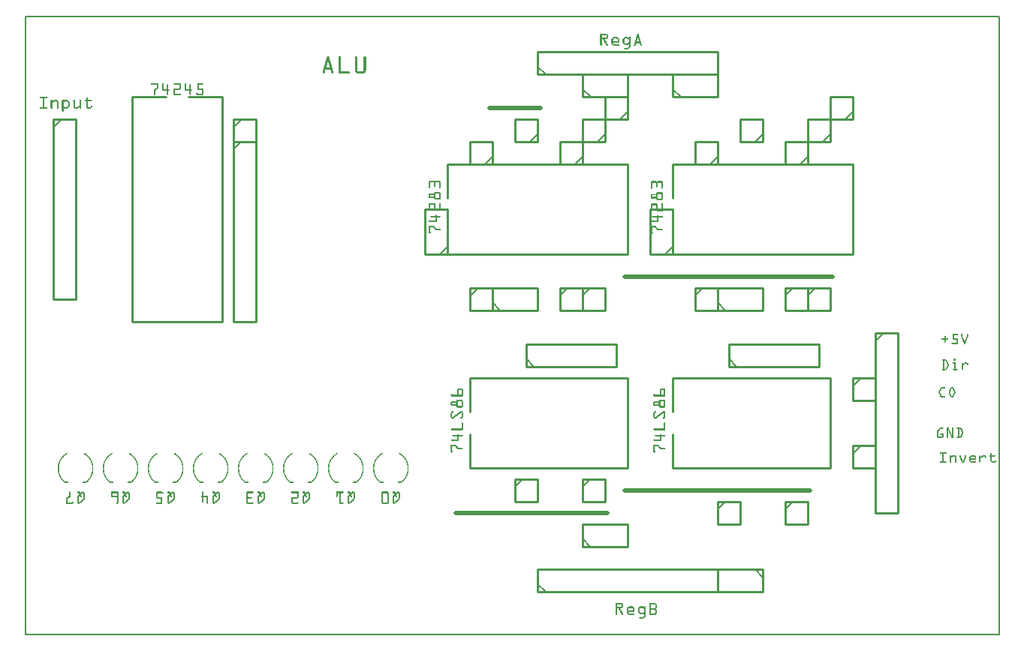
<source format=gto>
G04 MADE WITH FRITZING*
G04 WWW.FRITZING.ORG*
G04 SINGLE SIDED*
G04 HOLES NOT PLATED*
G04 CONTOUR ON CENTER OF CONTOUR VECTOR*
%ASAXBY*%
%FSLAX23Y23*%
%MOIN*%
%OFA0B0*%
%SFA1.0B1.0*%
%ADD10R,4.330720X2.755910X4.314720X2.739910*%
%ADD11C,0.008000*%
%ADD12C,0.010000*%
%ADD13C,0.021000*%
%ADD14C,0.005000*%
%ADD15R,0.001000X0.001000*%
%LNSILK1*%
G90*
G70*
G54D11*
X4Y2752D02*
X4327Y2752D01*
X4327Y4D01*
X4Y4D01*
X4Y2752D01*
D02*
G54D12*
X1879Y1694D02*
X2679Y1694D01*
D02*
X2679Y1694D02*
X2679Y2094D01*
D02*
X2679Y2094D02*
X1879Y2094D01*
D02*
X1879Y1694D02*
X1879Y1844D01*
D02*
X1879Y1944D02*
X1879Y2094D01*
D02*
X2879Y1694D02*
X3679Y1694D01*
D02*
X3679Y1694D02*
X3679Y2094D01*
D02*
X3679Y2094D02*
X2879Y2094D01*
D02*
X2879Y1694D02*
X2879Y1844D01*
D02*
X2879Y1944D02*
X2879Y2094D01*
D02*
X478Y2396D02*
X478Y1396D01*
D02*
X478Y1396D02*
X878Y1396D01*
D02*
X878Y1396D02*
X878Y2396D01*
D02*
X478Y2396D02*
X628Y2396D01*
D02*
X728Y2396D02*
X878Y2396D01*
D02*
X2878Y746D02*
X3578Y746D01*
D02*
X3578Y746D02*
X3578Y1146D01*
D02*
X3578Y1146D02*
X2878Y1146D01*
D02*
X2878Y746D02*
X2878Y896D01*
D02*
X2878Y996D02*
X2878Y1146D01*
D02*
X1978Y746D02*
X2678Y746D01*
D02*
X2678Y746D02*
X2678Y1146D01*
D02*
X2678Y1146D02*
X1978Y1146D01*
D02*
X1978Y746D02*
X1978Y896D01*
D02*
X1978Y996D02*
X1978Y1146D01*
G54D13*
D02*
X2066Y2344D02*
X2291Y2344D01*
G54D12*
D02*
X3279Y294D02*
X3079Y294D01*
D02*
X3079Y294D02*
X3079Y194D01*
D02*
X3079Y194D02*
X3279Y194D01*
D02*
X3279Y194D02*
X3279Y294D01*
G54D14*
D02*
X3244Y294D02*
X3279Y259D01*
G54D12*
D02*
X2478Y396D02*
X2678Y396D01*
D02*
X2678Y396D02*
X2678Y496D01*
D02*
X2678Y496D02*
X2478Y496D01*
D02*
X2478Y496D02*
X2478Y396D01*
G54D14*
D02*
X2513Y396D02*
X2478Y431D01*
G54D12*
D02*
X3679Y2294D02*
X3679Y2394D01*
D02*
X3679Y2394D02*
X3579Y2394D01*
D02*
X3579Y2394D02*
X3579Y2294D01*
D02*
X3579Y2294D02*
X3679Y2294D01*
G54D14*
D02*
X3679Y2329D02*
X3644Y2294D01*
G54D12*
D02*
X3579Y2194D02*
X3579Y2294D01*
D02*
X3579Y2294D02*
X3479Y2294D01*
D02*
X3479Y2294D02*
X3479Y2194D01*
D02*
X3479Y2194D02*
X3579Y2194D01*
G54D14*
D02*
X3579Y2229D02*
X3544Y2194D01*
G54D12*
D02*
X3279Y2194D02*
X3279Y2294D01*
D02*
X3279Y2294D02*
X3179Y2294D01*
D02*
X3179Y2294D02*
X3179Y2194D01*
D02*
X3179Y2194D02*
X3279Y2194D01*
G54D14*
D02*
X3279Y2229D02*
X3244Y2194D01*
G54D12*
D02*
X3479Y2094D02*
X3479Y2194D01*
D02*
X3479Y2194D02*
X3379Y2194D01*
D02*
X3379Y2194D02*
X3379Y2094D01*
D02*
X3379Y2094D02*
X3479Y2094D01*
G54D14*
D02*
X3479Y2129D02*
X3444Y2094D01*
G54D12*
D02*
X3079Y2094D02*
X3079Y2194D01*
D02*
X3079Y2194D02*
X2979Y2194D01*
D02*
X2979Y2194D02*
X2979Y2094D01*
D02*
X2979Y2094D02*
X3079Y2094D01*
G54D14*
D02*
X3079Y2129D02*
X3044Y2094D01*
G54D12*
D02*
X2679Y2294D02*
X2679Y2394D01*
D02*
X2679Y2394D02*
X2579Y2394D01*
D02*
X2579Y2394D02*
X2579Y2294D01*
D02*
X2579Y2294D02*
X2679Y2294D01*
G54D14*
D02*
X2679Y2329D02*
X2644Y2294D01*
G54D12*
D02*
X2579Y2194D02*
X2579Y2294D01*
D02*
X2579Y2294D02*
X2479Y2294D01*
D02*
X2479Y2294D02*
X2479Y2194D01*
D02*
X2479Y2194D02*
X2579Y2194D01*
G54D14*
D02*
X2579Y2229D02*
X2544Y2194D01*
G54D12*
D02*
X2479Y2094D02*
X2479Y2194D01*
D02*
X2479Y2194D02*
X2379Y2194D01*
D02*
X2379Y2194D02*
X2379Y2094D01*
D02*
X2379Y2094D02*
X2479Y2094D01*
G54D14*
D02*
X2479Y2129D02*
X2444Y2094D01*
G54D12*
D02*
X2279Y2194D02*
X2279Y2294D01*
D02*
X2279Y2294D02*
X2179Y2294D01*
D02*
X2179Y2294D02*
X2179Y2194D01*
D02*
X2179Y2194D02*
X2279Y2194D01*
G54D14*
D02*
X2279Y2229D02*
X2244Y2194D01*
G54D12*
D02*
X2079Y2094D02*
X2079Y2194D01*
D02*
X2079Y2194D02*
X1979Y2194D01*
D02*
X1979Y2194D02*
X1979Y2094D01*
D02*
X1979Y2094D02*
X2079Y2094D01*
G54D14*
D02*
X2079Y2129D02*
X2044Y2094D01*
G54D12*
D02*
X2879Y1694D02*
X2879Y1894D01*
D02*
X2879Y1894D02*
X2779Y1894D01*
D02*
X2779Y1894D02*
X2779Y1694D01*
D02*
X2779Y1694D02*
X2879Y1694D01*
G54D14*
D02*
X2879Y1729D02*
X2844Y1694D01*
G54D12*
D02*
X2879Y2394D02*
X3079Y2394D01*
D02*
X3079Y2394D02*
X3079Y2494D01*
D02*
X3079Y2494D02*
X2879Y2494D01*
D02*
X2879Y2494D02*
X2879Y2394D01*
G54D14*
D02*
X2914Y2394D02*
X2879Y2429D01*
G54D12*
D02*
X3078Y1446D02*
X3278Y1446D01*
D02*
X3278Y1446D02*
X3278Y1546D01*
D02*
X3278Y1546D02*
X3078Y1546D01*
D02*
X3078Y1546D02*
X3078Y1446D01*
G54D14*
D02*
X3113Y1446D02*
X3078Y1481D01*
G54D12*
D02*
X1879Y1694D02*
X1879Y1894D01*
D02*
X1879Y1894D02*
X1779Y1894D01*
D02*
X1779Y1894D02*
X1779Y1694D01*
D02*
X1779Y1694D02*
X1879Y1694D01*
G54D14*
D02*
X1879Y1729D02*
X1844Y1694D01*
G54D12*
D02*
X2078Y1446D02*
X2278Y1446D01*
D02*
X2278Y1446D02*
X2278Y1546D01*
D02*
X2278Y1546D02*
X2078Y1546D01*
D02*
X2078Y1546D02*
X2078Y1446D01*
G54D14*
D02*
X2113Y1446D02*
X2078Y1481D01*
G54D12*
D02*
X2479Y2394D02*
X2679Y2394D01*
D02*
X2679Y2394D02*
X2679Y2494D01*
D02*
X2679Y2494D02*
X2479Y2494D01*
D02*
X2479Y2494D02*
X2479Y2394D01*
G54D14*
D02*
X2514Y2394D02*
X2479Y2429D01*
G54D12*
D02*
X3478Y1546D02*
X3478Y1446D01*
D02*
X3478Y1446D02*
X3578Y1446D01*
D02*
X3578Y1446D02*
X3578Y1546D01*
D02*
X3578Y1546D02*
X3478Y1546D01*
G54D14*
D02*
X3478Y1511D02*
X3513Y1546D01*
G54D12*
D02*
X2478Y1546D02*
X2478Y1446D01*
D02*
X2478Y1446D02*
X2578Y1446D01*
D02*
X2578Y1446D02*
X2578Y1546D01*
D02*
X2578Y1546D02*
X2478Y1546D01*
G54D14*
D02*
X2478Y1511D02*
X2513Y1546D01*
G54D12*
D02*
X3128Y1196D02*
X3528Y1196D01*
D02*
X3528Y1196D02*
X3528Y1296D01*
D02*
X3528Y1296D02*
X3128Y1296D01*
D02*
X3128Y1296D02*
X3128Y1196D01*
G54D14*
D02*
X3163Y1196D02*
X3128Y1231D01*
G54D12*
D02*
X2228Y1196D02*
X2628Y1196D01*
D02*
X2628Y1196D02*
X2628Y1296D01*
D02*
X2628Y1296D02*
X2228Y1296D01*
D02*
X2228Y1296D02*
X2228Y1196D01*
G54D14*
D02*
X2263Y1196D02*
X2228Y1231D01*
G54D13*
D02*
X2665Y1596D02*
X3590Y1596D01*
D02*
X2665Y646D02*
X3490Y646D01*
D02*
X1915Y546D02*
X2590Y546D01*
G54D12*
D02*
X3378Y1546D02*
X3378Y1446D01*
D02*
X3378Y1446D02*
X3478Y1446D01*
D02*
X3478Y1446D02*
X3478Y1546D01*
D02*
X3478Y1546D02*
X3378Y1546D01*
G54D14*
D02*
X3378Y1511D02*
X3413Y1546D01*
G54D12*
D02*
X2978Y1546D02*
X2978Y1446D01*
D02*
X2978Y1446D02*
X3078Y1446D01*
D02*
X3078Y1446D02*
X3078Y1546D01*
D02*
X3078Y1546D02*
X2978Y1546D01*
G54D14*
D02*
X2978Y1511D02*
X3013Y1546D01*
G54D12*
D02*
X2378Y1546D02*
X2378Y1446D01*
D02*
X2378Y1446D02*
X2478Y1446D01*
D02*
X2478Y1446D02*
X2478Y1546D01*
D02*
X2478Y1546D02*
X2378Y1546D01*
G54D14*
D02*
X2378Y1511D02*
X2413Y1546D01*
G54D12*
D02*
X1979Y1544D02*
X1979Y1444D01*
D02*
X1979Y1444D02*
X2079Y1444D01*
D02*
X2079Y1444D02*
X2079Y1544D01*
D02*
X2079Y1544D02*
X1979Y1544D01*
G54D14*
D02*
X1979Y1509D02*
X2014Y1544D01*
G54D12*
D02*
X3378Y596D02*
X3378Y496D01*
D02*
X3378Y496D02*
X3478Y496D01*
D02*
X3478Y496D02*
X3478Y596D01*
D02*
X3478Y596D02*
X3378Y596D01*
G54D14*
D02*
X3378Y561D02*
X3413Y596D01*
G54D12*
D02*
X3078Y596D02*
X3078Y496D01*
D02*
X3078Y496D02*
X3178Y496D01*
D02*
X3178Y496D02*
X3178Y596D01*
D02*
X3178Y596D02*
X3078Y596D01*
G54D14*
D02*
X3078Y561D02*
X3113Y596D01*
G54D12*
D02*
X2478Y696D02*
X2478Y596D01*
D02*
X2478Y596D02*
X2578Y596D01*
D02*
X2578Y596D02*
X2578Y696D01*
D02*
X2578Y696D02*
X2478Y696D01*
G54D14*
D02*
X2478Y661D02*
X2513Y696D01*
G54D12*
D02*
X2178Y696D02*
X2178Y596D01*
D02*
X2178Y596D02*
X2278Y596D01*
D02*
X2278Y596D02*
X2278Y696D01*
D02*
X2278Y696D02*
X2178Y696D01*
G54D14*
D02*
X2178Y661D02*
X2213Y696D01*
G54D12*
D02*
X928Y2196D02*
X928Y1396D01*
D02*
X928Y1396D02*
X1028Y1396D01*
D02*
X1028Y1396D02*
X1028Y2196D01*
D02*
X1028Y2196D02*
X928Y2196D01*
G54D14*
D02*
X928Y2161D02*
X963Y2196D01*
G54D12*
D02*
X929Y2294D02*
X929Y2194D01*
D02*
X929Y2194D02*
X1029Y2194D01*
D02*
X1029Y2194D02*
X1029Y2294D01*
D02*
X1029Y2294D02*
X929Y2294D01*
G54D14*
D02*
X929Y2259D02*
X964Y2294D01*
G54D12*
D02*
X3679Y844D02*
X3679Y744D01*
D02*
X3679Y744D02*
X3779Y744D01*
D02*
X3779Y744D02*
X3779Y844D01*
D02*
X3779Y844D02*
X3679Y844D01*
G54D14*
D02*
X3679Y809D02*
X3714Y844D01*
G54D12*
D02*
X3679Y1144D02*
X3679Y1044D01*
D02*
X3679Y1044D02*
X3779Y1044D01*
D02*
X3779Y1044D02*
X3779Y1144D01*
D02*
X3779Y1144D02*
X3679Y1144D01*
G54D14*
D02*
X3679Y1109D02*
X3714Y1144D01*
G54D12*
D02*
X2279Y194D02*
X3079Y194D01*
D02*
X3079Y194D02*
X3079Y294D01*
D02*
X3079Y294D02*
X2279Y294D01*
D02*
X2279Y294D02*
X2279Y194D01*
G54D14*
D02*
X2314Y194D02*
X2279Y229D01*
G54D12*
D02*
X2279Y2494D02*
X3079Y2494D01*
D02*
X3079Y2494D02*
X3079Y2594D01*
D02*
X3079Y2594D02*
X2279Y2594D01*
D02*
X2279Y2594D02*
X2279Y2494D01*
G54D14*
D02*
X2314Y2494D02*
X2279Y2529D01*
G54D12*
D02*
X129Y2294D02*
X129Y1494D01*
D02*
X129Y1494D02*
X229Y1494D01*
D02*
X229Y1494D02*
X229Y2294D01*
D02*
X229Y2294D02*
X129Y2294D01*
G54D14*
D02*
X129Y2259D02*
X164Y2294D01*
G54D12*
D02*
X3779Y1344D02*
X3779Y544D01*
D02*
X3779Y544D02*
X3879Y544D01*
D02*
X3879Y544D02*
X3879Y1344D01*
D02*
X3879Y1344D02*
X3779Y1344D01*
G54D14*
D02*
X3779Y1309D02*
X3814Y1344D01*
G54D15*
X2557Y2674D02*
X2584Y2674D01*
X2722Y2674D02*
X2726Y2674D01*
X2557Y2673D02*
X2586Y2673D01*
X2721Y2673D02*
X2727Y2673D01*
X2557Y2672D02*
X2587Y2672D01*
X2721Y2672D02*
X2727Y2672D01*
X2557Y2671D02*
X2588Y2671D01*
X2721Y2671D02*
X2727Y2671D01*
X2557Y2670D02*
X2589Y2670D01*
X2720Y2670D02*
X2728Y2670D01*
X2557Y2669D02*
X2590Y2669D01*
X2720Y2669D02*
X2728Y2669D01*
X2557Y2668D02*
X2590Y2668D01*
X2720Y2668D02*
X2728Y2668D01*
X2557Y2667D02*
X2563Y2667D01*
X2583Y2667D02*
X2590Y2667D01*
X2720Y2667D02*
X2728Y2667D01*
X2557Y2666D02*
X2563Y2666D01*
X2584Y2666D02*
X2591Y2666D01*
X2719Y2666D02*
X2729Y2666D01*
X2557Y2665D02*
X2563Y2665D01*
X2585Y2665D02*
X2591Y2665D01*
X2719Y2665D02*
X2729Y2665D01*
X2557Y2664D02*
X2563Y2664D01*
X2585Y2664D02*
X2591Y2664D01*
X2719Y2664D02*
X2729Y2664D01*
X2557Y2663D02*
X2563Y2663D01*
X2585Y2663D02*
X2591Y2663D01*
X2718Y2663D02*
X2730Y2663D01*
X2557Y2662D02*
X2563Y2662D01*
X2585Y2662D02*
X2591Y2662D01*
X2718Y2662D02*
X2730Y2662D01*
X2557Y2661D02*
X2563Y2661D01*
X2585Y2661D02*
X2591Y2661D01*
X2718Y2661D02*
X2730Y2661D01*
X2557Y2660D02*
X2563Y2660D01*
X2585Y2660D02*
X2591Y2660D01*
X2619Y2660D02*
X2629Y2660D01*
X2669Y2660D02*
X2675Y2660D01*
X2688Y2660D02*
X2688Y2660D01*
X2717Y2660D02*
X2730Y2660D01*
X2557Y2659D02*
X2563Y2659D01*
X2584Y2659D02*
X2591Y2659D01*
X2616Y2659D02*
X2632Y2659D01*
X2666Y2659D02*
X2679Y2659D01*
X2686Y2659D02*
X2690Y2659D01*
X2717Y2659D02*
X2731Y2659D01*
X2557Y2658D02*
X2563Y2658D01*
X2583Y2658D02*
X2590Y2658D01*
X2614Y2658D02*
X2634Y2658D01*
X2664Y2658D02*
X2681Y2658D01*
X2685Y2658D02*
X2690Y2658D01*
X2717Y2658D02*
X2731Y2658D01*
X2557Y2657D02*
X2590Y2657D01*
X2613Y2657D02*
X2635Y2657D01*
X2663Y2657D02*
X2682Y2657D01*
X2685Y2657D02*
X2691Y2657D01*
X2717Y2657D02*
X2723Y2657D01*
X2725Y2657D02*
X2731Y2657D01*
X2557Y2656D02*
X2590Y2656D01*
X2612Y2656D02*
X2637Y2656D01*
X2661Y2656D02*
X2683Y2656D01*
X2685Y2656D02*
X2691Y2656D01*
X2716Y2656D02*
X2723Y2656D01*
X2725Y2656D02*
X2732Y2656D01*
X2557Y2655D02*
X2589Y2655D01*
X2610Y2655D02*
X2638Y2655D01*
X2660Y2655D02*
X2691Y2655D01*
X2716Y2655D02*
X2722Y2655D01*
X2726Y2655D02*
X2732Y2655D01*
X2557Y2654D02*
X2588Y2654D01*
X2610Y2654D02*
X2639Y2654D01*
X2659Y2654D02*
X2691Y2654D01*
X2716Y2654D02*
X2722Y2654D01*
X2726Y2654D02*
X2732Y2654D01*
X2557Y2653D02*
X2587Y2653D01*
X2609Y2653D02*
X2618Y2653D01*
X2629Y2653D02*
X2639Y2653D01*
X2659Y2653D02*
X2668Y2653D01*
X2676Y2653D02*
X2691Y2653D01*
X2715Y2653D02*
X2722Y2653D01*
X2726Y2653D02*
X2732Y2653D01*
X2557Y2652D02*
X2586Y2652D01*
X2608Y2652D02*
X2617Y2652D01*
X2632Y2652D02*
X2640Y2652D01*
X2658Y2652D02*
X2667Y2652D01*
X2678Y2652D02*
X2691Y2652D01*
X2715Y2652D02*
X2721Y2652D01*
X2726Y2652D02*
X2733Y2652D01*
X2557Y2651D02*
X2584Y2651D01*
X2608Y2651D02*
X2615Y2651D01*
X2633Y2651D02*
X2640Y2651D01*
X2658Y2651D02*
X2665Y2651D01*
X2679Y2651D02*
X2691Y2651D01*
X2715Y2651D02*
X2721Y2651D01*
X2727Y2651D02*
X2733Y2651D01*
X2557Y2650D02*
X2564Y2650D01*
X2569Y2650D02*
X2577Y2650D01*
X2608Y2650D02*
X2614Y2650D01*
X2634Y2650D02*
X2641Y2650D01*
X2657Y2650D02*
X2664Y2650D01*
X2680Y2650D02*
X2691Y2650D01*
X2715Y2650D02*
X2721Y2650D01*
X2727Y2650D02*
X2733Y2650D01*
X2557Y2649D02*
X2563Y2649D01*
X2570Y2649D02*
X2577Y2649D01*
X2607Y2649D02*
X2614Y2649D01*
X2634Y2649D02*
X2641Y2649D01*
X2657Y2649D02*
X2664Y2649D01*
X2681Y2649D02*
X2691Y2649D01*
X2714Y2649D02*
X2721Y2649D01*
X2727Y2649D02*
X2734Y2649D01*
X2557Y2648D02*
X2563Y2648D01*
X2570Y2648D02*
X2577Y2648D01*
X2607Y2648D02*
X2613Y2648D01*
X2635Y2648D02*
X2641Y2648D01*
X2657Y2648D02*
X2663Y2648D01*
X2683Y2648D02*
X2691Y2648D01*
X2714Y2648D02*
X2720Y2648D01*
X2728Y2648D02*
X2734Y2648D01*
X2557Y2647D02*
X2563Y2647D01*
X2571Y2647D02*
X2578Y2647D01*
X2607Y2647D02*
X2613Y2647D01*
X2635Y2647D02*
X2641Y2647D01*
X2657Y2647D02*
X2663Y2647D01*
X2684Y2647D02*
X2691Y2647D01*
X2714Y2647D02*
X2720Y2647D01*
X2728Y2647D02*
X2734Y2647D01*
X2557Y2646D02*
X2563Y2646D01*
X2571Y2646D02*
X2579Y2646D01*
X2607Y2646D02*
X2613Y2646D01*
X2635Y2646D02*
X2641Y2646D01*
X2657Y2646D02*
X2663Y2646D01*
X2684Y2646D02*
X2691Y2646D01*
X2713Y2646D02*
X2720Y2646D01*
X2728Y2646D02*
X2735Y2646D01*
X2557Y2645D02*
X2563Y2645D01*
X2572Y2645D02*
X2579Y2645D01*
X2607Y2645D02*
X2613Y2645D01*
X2635Y2645D02*
X2641Y2645D01*
X2657Y2645D02*
X2663Y2645D01*
X2685Y2645D02*
X2691Y2645D01*
X2713Y2645D02*
X2719Y2645D01*
X2729Y2645D02*
X2735Y2645D01*
X2557Y2644D02*
X2563Y2644D01*
X2573Y2644D02*
X2580Y2644D01*
X2607Y2644D02*
X2613Y2644D01*
X2635Y2644D02*
X2641Y2644D01*
X2657Y2644D02*
X2663Y2644D01*
X2685Y2644D02*
X2691Y2644D01*
X2713Y2644D02*
X2719Y2644D01*
X2729Y2644D02*
X2735Y2644D01*
X2557Y2643D02*
X2563Y2643D01*
X2573Y2643D02*
X2580Y2643D01*
X2607Y2643D02*
X2613Y2643D01*
X2635Y2643D02*
X2641Y2643D01*
X2657Y2643D02*
X2663Y2643D01*
X2685Y2643D02*
X2691Y2643D01*
X2713Y2643D02*
X2719Y2643D01*
X2729Y2643D02*
X2735Y2643D01*
X2557Y2642D02*
X2563Y2642D01*
X2574Y2642D02*
X2581Y2642D01*
X2607Y2642D02*
X2641Y2642D01*
X2657Y2642D02*
X2663Y2642D01*
X2685Y2642D02*
X2691Y2642D01*
X2712Y2642D02*
X2719Y2642D01*
X2729Y2642D02*
X2736Y2642D01*
X2557Y2641D02*
X2563Y2641D01*
X2574Y2641D02*
X2582Y2641D01*
X2607Y2641D02*
X2641Y2641D01*
X2657Y2641D02*
X2663Y2641D01*
X2685Y2641D02*
X2691Y2641D01*
X2712Y2641D02*
X2718Y2641D01*
X2730Y2641D02*
X2736Y2641D01*
X2557Y2640D02*
X2563Y2640D01*
X2575Y2640D02*
X2582Y2640D01*
X2607Y2640D02*
X2641Y2640D01*
X2657Y2640D02*
X2663Y2640D01*
X2685Y2640D02*
X2691Y2640D01*
X2712Y2640D02*
X2718Y2640D01*
X2730Y2640D02*
X2736Y2640D01*
X2557Y2639D02*
X2563Y2639D01*
X2576Y2639D02*
X2583Y2639D01*
X2607Y2639D02*
X2641Y2639D01*
X2657Y2639D02*
X2663Y2639D01*
X2685Y2639D02*
X2691Y2639D01*
X2711Y2639D02*
X2737Y2639D01*
X2557Y2638D02*
X2563Y2638D01*
X2576Y2638D02*
X2583Y2638D01*
X2607Y2638D02*
X2641Y2638D01*
X2657Y2638D02*
X2663Y2638D01*
X2685Y2638D02*
X2691Y2638D01*
X2711Y2638D02*
X2737Y2638D01*
X2557Y2637D02*
X2563Y2637D01*
X2577Y2637D02*
X2584Y2637D01*
X2607Y2637D02*
X2640Y2637D01*
X2657Y2637D02*
X2663Y2637D01*
X2684Y2637D02*
X2691Y2637D01*
X2711Y2637D02*
X2737Y2637D01*
X2557Y2636D02*
X2563Y2636D01*
X2577Y2636D02*
X2584Y2636D01*
X2607Y2636D02*
X2639Y2636D01*
X2657Y2636D02*
X2663Y2636D01*
X2683Y2636D02*
X2691Y2636D01*
X2710Y2636D02*
X2737Y2636D01*
X2557Y2635D02*
X2563Y2635D01*
X2578Y2635D02*
X2585Y2635D01*
X2607Y2635D02*
X2613Y2635D01*
X2657Y2635D02*
X2663Y2635D01*
X2682Y2635D02*
X2691Y2635D01*
X2710Y2635D02*
X2738Y2635D01*
X2557Y2634D02*
X2563Y2634D01*
X2578Y2634D02*
X2586Y2634D01*
X2607Y2634D02*
X2613Y2634D01*
X2657Y2634D02*
X2664Y2634D01*
X2681Y2634D02*
X2691Y2634D01*
X2710Y2634D02*
X2738Y2634D01*
X2557Y2633D02*
X2563Y2633D01*
X2579Y2633D02*
X2586Y2633D01*
X2607Y2633D02*
X2613Y2633D01*
X2658Y2633D02*
X2665Y2633D01*
X2679Y2633D02*
X2691Y2633D01*
X2710Y2633D02*
X2738Y2633D01*
X2557Y2632D02*
X2563Y2632D01*
X2580Y2632D02*
X2587Y2632D01*
X2607Y2632D02*
X2614Y2632D01*
X2658Y2632D02*
X2666Y2632D01*
X2678Y2632D02*
X2691Y2632D01*
X2709Y2632D02*
X2716Y2632D01*
X2732Y2632D02*
X2739Y2632D01*
X2557Y2631D02*
X2563Y2631D01*
X2580Y2631D02*
X2587Y2631D01*
X2607Y2631D02*
X2614Y2631D01*
X2659Y2631D02*
X2668Y2631D01*
X2677Y2631D02*
X2691Y2631D01*
X2709Y2631D02*
X2715Y2631D01*
X2733Y2631D02*
X2739Y2631D01*
X2557Y2630D02*
X2563Y2630D01*
X2581Y2630D02*
X2588Y2630D01*
X2608Y2630D02*
X2615Y2630D01*
X2659Y2630D02*
X2691Y2630D01*
X2709Y2630D02*
X2715Y2630D01*
X2733Y2630D02*
X2739Y2630D01*
X2557Y2629D02*
X2563Y2629D01*
X2581Y2629D02*
X2589Y2629D01*
X2608Y2629D02*
X2616Y2629D01*
X2660Y2629D02*
X2691Y2629D01*
X2708Y2629D02*
X2715Y2629D01*
X2733Y2629D02*
X2739Y2629D01*
X2557Y2628D02*
X2563Y2628D01*
X2582Y2628D02*
X2589Y2628D01*
X2609Y2628D02*
X2618Y2628D01*
X2661Y2628D02*
X2691Y2628D01*
X2708Y2628D02*
X2714Y2628D01*
X2734Y2628D02*
X2740Y2628D01*
X2557Y2627D02*
X2563Y2627D01*
X2583Y2627D02*
X2590Y2627D01*
X2609Y2627D02*
X2639Y2627D01*
X2662Y2627D02*
X2682Y2627D01*
X2685Y2627D02*
X2691Y2627D01*
X2708Y2627D02*
X2714Y2627D01*
X2734Y2627D02*
X2740Y2627D01*
X2557Y2626D02*
X2563Y2626D01*
X2583Y2626D02*
X2590Y2626D01*
X2610Y2626D02*
X2640Y2626D01*
X2664Y2626D02*
X2681Y2626D01*
X2685Y2626D02*
X2691Y2626D01*
X2708Y2626D02*
X2714Y2626D01*
X2734Y2626D02*
X2740Y2626D01*
X2557Y2625D02*
X2563Y2625D01*
X2584Y2625D02*
X2591Y2625D01*
X2611Y2625D02*
X2641Y2625D01*
X2665Y2625D02*
X2679Y2625D01*
X2685Y2625D02*
X2691Y2625D01*
X2707Y2625D02*
X2714Y2625D01*
X2734Y2625D02*
X2741Y2625D01*
X2557Y2624D02*
X2563Y2624D01*
X2584Y2624D02*
X2591Y2624D01*
X2612Y2624D02*
X2641Y2624D01*
X2667Y2624D02*
X2677Y2624D01*
X2685Y2624D02*
X2691Y2624D01*
X2707Y2624D02*
X2713Y2624D01*
X2735Y2624D02*
X2741Y2624D01*
X2558Y2623D02*
X2563Y2623D01*
X2585Y2623D02*
X2591Y2623D01*
X2614Y2623D02*
X2641Y2623D01*
X2685Y2623D02*
X2691Y2623D01*
X2707Y2623D02*
X2713Y2623D01*
X2735Y2623D02*
X2741Y2623D01*
X2558Y2622D02*
X2562Y2622D01*
X2586Y2622D02*
X2590Y2622D01*
X2615Y2622D02*
X2640Y2622D01*
X2685Y2622D02*
X2691Y2622D01*
X2708Y2622D02*
X2712Y2622D01*
X2736Y2622D02*
X2740Y2622D01*
X2559Y2621D02*
X2561Y2621D01*
X2587Y2621D02*
X2589Y2621D01*
X2618Y2621D02*
X2639Y2621D01*
X2685Y2621D02*
X2691Y2621D01*
X2709Y2621D02*
X2711Y2621D01*
X2737Y2621D02*
X2739Y2621D01*
X2685Y2620D02*
X2691Y2620D01*
X2685Y2619D02*
X2691Y2619D01*
X2685Y2618D02*
X2691Y2618D01*
X2684Y2617D02*
X2691Y2617D01*
X2684Y2616D02*
X2691Y2616D01*
X2682Y2615D02*
X2690Y2615D01*
X2681Y2614D02*
X2690Y2614D01*
X2679Y2613D02*
X2689Y2613D01*
X2662Y2612D02*
X2688Y2612D01*
X2661Y2611D02*
X2687Y2611D01*
X2661Y2610D02*
X2686Y2610D01*
X2661Y2609D02*
X2685Y2609D01*
X2661Y2608D02*
X2684Y2608D01*
X2662Y2607D02*
X2682Y2607D01*
X2664Y2606D02*
X2678Y2606D01*
X1346Y2574D02*
X1350Y2574D01*
X1398Y2574D02*
X1402Y2574D01*
X1470Y2574D02*
X1474Y2574D01*
X1510Y2574D02*
X1514Y2574D01*
X1345Y2573D02*
X1352Y2573D01*
X1397Y2573D02*
X1404Y2573D01*
X1469Y2573D02*
X1476Y2573D01*
X1509Y2573D02*
X1515Y2573D01*
X1344Y2572D02*
X1352Y2572D01*
X1396Y2572D02*
X1404Y2572D01*
X1468Y2572D02*
X1476Y2572D01*
X1508Y2572D02*
X1516Y2572D01*
X1344Y2571D02*
X1353Y2571D01*
X1396Y2571D02*
X1405Y2571D01*
X1468Y2571D02*
X1477Y2571D01*
X1508Y2571D02*
X1516Y2571D01*
X1343Y2570D02*
X1353Y2570D01*
X1396Y2570D02*
X1405Y2570D01*
X1468Y2570D02*
X1477Y2570D01*
X1507Y2570D02*
X1517Y2570D01*
X1343Y2569D02*
X1353Y2569D01*
X1396Y2569D02*
X1405Y2569D01*
X1468Y2569D02*
X1477Y2569D01*
X1507Y2569D02*
X1517Y2569D01*
X1343Y2568D02*
X1353Y2568D01*
X1396Y2568D02*
X1405Y2568D01*
X1468Y2568D02*
X1477Y2568D01*
X1507Y2568D02*
X1517Y2568D01*
X1343Y2567D02*
X1354Y2567D01*
X1396Y2567D02*
X1405Y2567D01*
X1468Y2567D02*
X1477Y2567D01*
X1507Y2567D02*
X1517Y2567D01*
X1342Y2566D02*
X1354Y2566D01*
X1396Y2566D02*
X1405Y2566D01*
X1468Y2566D02*
X1477Y2566D01*
X1507Y2566D02*
X1517Y2566D01*
X1342Y2565D02*
X1354Y2565D01*
X1396Y2565D02*
X1405Y2565D01*
X1468Y2565D02*
X1477Y2565D01*
X1507Y2565D02*
X1517Y2565D01*
X1342Y2564D02*
X1355Y2564D01*
X1396Y2564D02*
X1405Y2564D01*
X1468Y2564D02*
X1477Y2564D01*
X1507Y2564D02*
X1517Y2564D01*
X1341Y2563D02*
X1355Y2563D01*
X1396Y2563D02*
X1405Y2563D01*
X1468Y2563D02*
X1477Y2563D01*
X1507Y2563D02*
X1517Y2563D01*
X1341Y2562D02*
X1355Y2562D01*
X1396Y2562D02*
X1405Y2562D01*
X1468Y2562D02*
X1477Y2562D01*
X1507Y2562D02*
X1517Y2562D01*
X1341Y2561D02*
X1355Y2561D01*
X1396Y2561D02*
X1405Y2561D01*
X1468Y2561D02*
X1477Y2561D01*
X1507Y2561D02*
X1517Y2561D01*
X1340Y2560D02*
X1356Y2560D01*
X1396Y2560D02*
X1405Y2560D01*
X1468Y2560D02*
X1477Y2560D01*
X1507Y2560D02*
X1517Y2560D01*
X1340Y2559D02*
X1356Y2559D01*
X1396Y2559D02*
X1405Y2559D01*
X1468Y2559D02*
X1477Y2559D01*
X1507Y2559D02*
X1517Y2559D01*
X1340Y2558D02*
X1356Y2558D01*
X1396Y2558D02*
X1405Y2558D01*
X1468Y2558D02*
X1477Y2558D01*
X1507Y2558D02*
X1517Y2558D01*
X1340Y2557D02*
X1357Y2557D01*
X1396Y2557D02*
X1405Y2557D01*
X1468Y2557D02*
X1477Y2557D01*
X1507Y2557D02*
X1517Y2557D01*
X1339Y2556D02*
X1357Y2556D01*
X1396Y2556D02*
X1405Y2556D01*
X1468Y2556D02*
X1477Y2556D01*
X1507Y2556D02*
X1517Y2556D01*
X1339Y2555D02*
X1357Y2555D01*
X1396Y2555D02*
X1405Y2555D01*
X1468Y2555D02*
X1477Y2555D01*
X1507Y2555D02*
X1517Y2555D01*
X1339Y2554D02*
X1358Y2554D01*
X1396Y2554D02*
X1405Y2554D01*
X1468Y2554D02*
X1477Y2554D01*
X1507Y2554D02*
X1517Y2554D01*
X1338Y2553D02*
X1358Y2553D01*
X1396Y2553D02*
X1405Y2553D01*
X1468Y2553D02*
X1477Y2553D01*
X1507Y2553D02*
X1517Y2553D01*
X1338Y2552D02*
X1358Y2552D01*
X1396Y2552D02*
X1405Y2552D01*
X1468Y2552D02*
X1477Y2552D01*
X1507Y2552D02*
X1517Y2552D01*
X1338Y2551D02*
X1358Y2551D01*
X1396Y2551D02*
X1405Y2551D01*
X1468Y2551D02*
X1477Y2551D01*
X1507Y2551D02*
X1517Y2551D01*
X1338Y2550D02*
X1347Y2550D01*
X1349Y2550D02*
X1359Y2550D01*
X1396Y2550D02*
X1405Y2550D01*
X1468Y2550D02*
X1477Y2550D01*
X1507Y2550D02*
X1517Y2550D01*
X1337Y2549D02*
X1347Y2549D01*
X1349Y2549D02*
X1359Y2549D01*
X1396Y2549D02*
X1405Y2549D01*
X1468Y2549D02*
X1477Y2549D01*
X1507Y2549D02*
X1517Y2549D01*
X1337Y2548D02*
X1346Y2548D01*
X1350Y2548D02*
X1359Y2548D01*
X1396Y2548D02*
X1405Y2548D01*
X1468Y2548D02*
X1477Y2548D01*
X1507Y2548D02*
X1517Y2548D01*
X1337Y2547D02*
X1346Y2547D01*
X1350Y2547D02*
X1360Y2547D01*
X1396Y2547D02*
X1405Y2547D01*
X1468Y2547D02*
X1477Y2547D01*
X1507Y2547D02*
X1517Y2547D01*
X1336Y2546D02*
X1346Y2546D01*
X1350Y2546D02*
X1360Y2546D01*
X1396Y2546D02*
X1405Y2546D01*
X1468Y2546D02*
X1477Y2546D01*
X1507Y2546D02*
X1517Y2546D01*
X1336Y2545D02*
X1346Y2545D01*
X1351Y2545D02*
X1360Y2545D01*
X1396Y2545D02*
X1405Y2545D01*
X1468Y2545D02*
X1477Y2545D01*
X1507Y2545D02*
X1517Y2545D01*
X1336Y2544D02*
X1345Y2544D01*
X1351Y2544D02*
X1360Y2544D01*
X1396Y2544D02*
X1405Y2544D01*
X1468Y2544D02*
X1477Y2544D01*
X1507Y2544D02*
X1517Y2544D01*
X1335Y2543D02*
X1345Y2543D01*
X1351Y2543D02*
X1361Y2543D01*
X1396Y2543D02*
X1405Y2543D01*
X1468Y2543D02*
X1477Y2543D01*
X1507Y2543D02*
X1517Y2543D01*
X1335Y2542D02*
X1345Y2542D01*
X1351Y2542D02*
X1361Y2542D01*
X1396Y2542D02*
X1405Y2542D01*
X1468Y2542D02*
X1477Y2542D01*
X1507Y2542D02*
X1517Y2542D01*
X1335Y2541D02*
X1344Y2541D01*
X1352Y2541D02*
X1361Y2541D01*
X1396Y2541D02*
X1405Y2541D01*
X1468Y2541D02*
X1477Y2541D01*
X1507Y2541D02*
X1517Y2541D01*
X1335Y2540D02*
X1344Y2540D01*
X1352Y2540D02*
X1362Y2540D01*
X1396Y2540D02*
X1405Y2540D01*
X1468Y2540D02*
X1477Y2540D01*
X1507Y2540D02*
X1517Y2540D01*
X1334Y2539D02*
X1344Y2539D01*
X1352Y2539D02*
X1362Y2539D01*
X1396Y2539D02*
X1405Y2539D01*
X1468Y2539D02*
X1477Y2539D01*
X1507Y2539D02*
X1517Y2539D01*
X1334Y2538D02*
X1344Y2538D01*
X1353Y2538D02*
X1362Y2538D01*
X1396Y2538D02*
X1405Y2538D01*
X1468Y2538D02*
X1477Y2538D01*
X1507Y2538D02*
X1517Y2538D01*
X1334Y2537D02*
X1343Y2537D01*
X1353Y2537D02*
X1362Y2537D01*
X1396Y2537D02*
X1405Y2537D01*
X1468Y2537D02*
X1477Y2537D01*
X1507Y2537D02*
X1517Y2537D01*
X1333Y2536D02*
X1343Y2536D01*
X1353Y2536D02*
X1363Y2536D01*
X1396Y2536D02*
X1405Y2536D01*
X1468Y2536D02*
X1477Y2536D01*
X1507Y2536D02*
X1517Y2536D01*
X1333Y2535D02*
X1343Y2535D01*
X1354Y2535D02*
X1363Y2535D01*
X1396Y2535D02*
X1405Y2535D01*
X1468Y2535D02*
X1477Y2535D01*
X1507Y2535D02*
X1517Y2535D01*
X1333Y2534D02*
X1342Y2534D01*
X1354Y2534D02*
X1363Y2534D01*
X1396Y2534D02*
X1405Y2534D01*
X1468Y2534D02*
X1477Y2534D01*
X1507Y2534D02*
X1517Y2534D01*
X1333Y2533D02*
X1342Y2533D01*
X1354Y2533D02*
X1364Y2533D01*
X1396Y2533D02*
X1405Y2533D01*
X1468Y2533D02*
X1477Y2533D01*
X1507Y2533D02*
X1517Y2533D01*
X1332Y2532D02*
X1342Y2532D01*
X1354Y2532D02*
X1364Y2532D01*
X1396Y2532D02*
X1405Y2532D01*
X1468Y2532D02*
X1477Y2532D01*
X1507Y2532D02*
X1517Y2532D01*
X1332Y2531D02*
X1342Y2531D01*
X1355Y2531D02*
X1364Y2531D01*
X1396Y2531D02*
X1405Y2531D01*
X1468Y2531D02*
X1477Y2531D01*
X1507Y2531D02*
X1517Y2531D01*
X1332Y2530D02*
X1341Y2530D01*
X1355Y2530D02*
X1365Y2530D01*
X1396Y2530D02*
X1405Y2530D01*
X1468Y2530D02*
X1477Y2530D01*
X1507Y2530D02*
X1517Y2530D01*
X1331Y2529D02*
X1341Y2529D01*
X1355Y2529D02*
X1365Y2529D01*
X1396Y2529D02*
X1405Y2529D01*
X1468Y2529D02*
X1477Y2529D01*
X1507Y2529D02*
X1517Y2529D01*
X1331Y2528D02*
X1341Y2528D01*
X1356Y2528D02*
X1365Y2528D01*
X1396Y2528D02*
X1405Y2528D01*
X1468Y2528D02*
X1477Y2528D01*
X1507Y2528D02*
X1517Y2528D01*
X1331Y2527D02*
X1340Y2527D01*
X1356Y2527D02*
X1365Y2527D01*
X1396Y2527D02*
X1405Y2527D01*
X1468Y2527D02*
X1477Y2527D01*
X1507Y2527D02*
X1517Y2527D01*
X1330Y2526D02*
X1340Y2526D01*
X1356Y2526D02*
X1366Y2526D01*
X1396Y2526D02*
X1405Y2526D01*
X1468Y2526D02*
X1477Y2526D01*
X1507Y2526D02*
X1517Y2526D01*
X1330Y2525D02*
X1340Y2525D01*
X1356Y2525D02*
X1366Y2525D01*
X1396Y2525D02*
X1405Y2525D01*
X1468Y2525D02*
X1477Y2525D01*
X1507Y2525D02*
X1517Y2525D01*
X1330Y2524D02*
X1340Y2524D01*
X1356Y2524D02*
X1366Y2524D01*
X1396Y2524D02*
X1405Y2524D01*
X1468Y2524D02*
X1477Y2524D01*
X1507Y2524D02*
X1517Y2524D01*
X1330Y2523D02*
X1367Y2523D01*
X1396Y2523D02*
X1405Y2523D01*
X1468Y2523D02*
X1477Y2523D01*
X1507Y2523D02*
X1517Y2523D01*
X1329Y2522D02*
X1367Y2522D01*
X1396Y2522D02*
X1405Y2522D01*
X1468Y2522D02*
X1477Y2522D01*
X1507Y2522D02*
X1517Y2522D01*
X1329Y2521D02*
X1367Y2521D01*
X1396Y2521D02*
X1405Y2521D01*
X1468Y2521D02*
X1477Y2521D01*
X1507Y2521D02*
X1517Y2521D01*
X1329Y2520D02*
X1367Y2520D01*
X1396Y2520D02*
X1405Y2520D01*
X1468Y2520D02*
X1477Y2520D01*
X1507Y2520D02*
X1517Y2520D01*
X1328Y2519D02*
X1368Y2519D01*
X1396Y2519D02*
X1405Y2519D01*
X1468Y2519D02*
X1477Y2519D01*
X1507Y2519D02*
X1517Y2519D01*
X1328Y2518D02*
X1368Y2518D01*
X1396Y2518D02*
X1405Y2518D01*
X1468Y2518D02*
X1477Y2518D01*
X1507Y2518D02*
X1517Y2518D01*
X1328Y2517D02*
X1368Y2517D01*
X1396Y2517D02*
X1405Y2517D01*
X1468Y2517D02*
X1477Y2517D01*
X1507Y2517D02*
X1517Y2517D01*
X1328Y2516D02*
X1369Y2516D01*
X1396Y2516D02*
X1405Y2516D01*
X1468Y2516D02*
X1477Y2516D01*
X1507Y2516D02*
X1517Y2516D01*
X1327Y2515D02*
X1369Y2515D01*
X1396Y2515D02*
X1405Y2515D01*
X1468Y2515D02*
X1477Y2515D01*
X1507Y2515D02*
X1517Y2515D01*
X1327Y2514D02*
X1369Y2514D01*
X1396Y2514D02*
X1405Y2514D01*
X1468Y2514D02*
X1477Y2514D01*
X1507Y2514D02*
X1517Y2514D01*
X1327Y2513D02*
X1336Y2513D01*
X1360Y2513D02*
X1369Y2513D01*
X1396Y2513D02*
X1405Y2513D01*
X1468Y2513D02*
X1477Y2513D01*
X1507Y2513D02*
X1517Y2513D01*
X1326Y2512D02*
X1336Y2512D01*
X1360Y2512D02*
X1370Y2512D01*
X1396Y2512D02*
X1405Y2512D01*
X1468Y2512D02*
X1477Y2512D01*
X1507Y2512D02*
X1517Y2512D01*
X1326Y2511D02*
X1336Y2511D01*
X1361Y2511D02*
X1370Y2511D01*
X1396Y2511D02*
X1405Y2511D01*
X1468Y2511D02*
X1477Y2511D01*
X1507Y2511D02*
X1516Y2511D01*
X1326Y2510D02*
X1335Y2510D01*
X1361Y2510D02*
X1370Y2510D01*
X1396Y2510D02*
X1405Y2510D01*
X1468Y2510D02*
X1477Y2510D01*
X1507Y2510D02*
X1516Y2510D01*
X1326Y2509D02*
X1335Y2509D01*
X1361Y2509D02*
X1371Y2509D01*
X1396Y2509D02*
X1405Y2509D01*
X1468Y2509D02*
X1478Y2509D01*
X1506Y2509D02*
X1516Y2509D01*
X1325Y2508D02*
X1335Y2508D01*
X1361Y2508D02*
X1371Y2508D01*
X1396Y2508D02*
X1405Y2508D01*
X1468Y2508D02*
X1479Y2508D01*
X1505Y2508D02*
X1516Y2508D01*
X1325Y2507D02*
X1334Y2507D01*
X1362Y2507D02*
X1371Y2507D01*
X1396Y2507D02*
X1405Y2507D01*
X1469Y2507D02*
X1482Y2507D01*
X1502Y2507D02*
X1516Y2507D01*
X1325Y2506D02*
X1334Y2506D01*
X1362Y2506D02*
X1372Y2506D01*
X1396Y2506D02*
X1442Y2506D01*
X1469Y2506D02*
X1515Y2506D01*
X1324Y2505D02*
X1334Y2505D01*
X1362Y2505D02*
X1372Y2505D01*
X1396Y2505D02*
X1443Y2505D01*
X1470Y2505D02*
X1515Y2505D01*
X1324Y2504D02*
X1334Y2504D01*
X1363Y2504D02*
X1372Y2504D01*
X1396Y2504D02*
X1444Y2504D01*
X1470Y2504D02*
X1514Y2504D01*
X1324Y2503D02*
X1333Y2503D01*
X1363Y2503D02*
X1372Y2503D01*
X1396Y2503D02*
X1444Y2503D01*
X1471Y2503D02*
X1513Y2503D01*
X1324Y2502D02*
X1333Y2502D01*
X1363Y2502D02*
X1373Y2502D01*
X1396Y2502D02*
X1445Y2502D01*
X1472Y2502D02*
X1513Y2502D01*
X1324Y2501D02*
X1333Y2501D01*
X1364Y2501D02*
X1372Y2501D01*
X1396Y2501D02*
X1444Y2501D01*
X1473Y2501D02*
X1512Y2501D01*
X1324Y2500D02*
X1332Y2500D01*
X1364Y2500D02*
X1372Y2500D01*
X1396Y2500D02*
X1444Y2500D01*
X1474Y2500D02*
X1510Y2500D01*
X1325Y2499D02*
X1332Y2499D01*
X1364Y2499D02*
X1372Y2499D01*
X1396Y2499D02*
X1443Y2499D01*
X1475Y2499D02*
X1509Y2499D01*
X1326Y2498D02*
X1331Y2498D01*
X1365Y2498D02*
X1371Y2498D01*
X1396Y2498D02*
X1442Y2498D01*
X1477Y2498D02*
X1507Y2498D01*
X1328Y2497D02*
X1328Y2497D01*
X1368Y2497D02*
X1368Y2497D01*
X1396Y2497D02*
X1440Y2497D01*
X1482Y2497D02*
X1503Y2497D01*
X562Y2455D02*
X595Y2455D01*
X614Y2455D02*
X617Y2455D01*
X662Y2455D02*
X691Y2455D01*
X714Y2455D02*
X717Y2455D01*
X768Y2455D02*
X793Y2455D01*
X561Y2454D02*
X595Y2454D01*
X613Y2454D02*
X618Y2454D01*
X661Y2454D02*
X692Y2454D01*
X713Y2454D02*
X718Y2454D01*
X768Y2454D02*
X794Y2454D01*
X561Y2453D02*
X595Y2453D01*
X613Y2453D02*
X618Y2453D01*
X661Y2453D02*
X693Y2453D01*
X713Y2453D02*
X718Y2453D01*
X768Y2453D02*
X794Y2453D01*
X561Y2452D02*
X595Y2452D01*
X613Y2452D02*
X619Y2452D01*
X661Y2452D02*
X694Y2452D01*
X713Y2452D02*
X719Y2452D01*
X768Y2452D02*
X794Y2452D01*
X561Y2451D02*
X595Y2451D01*
X613Y2451D02*
X619Y2451D01*
X661Y2451D02*
X694Y2451D01*
X713Y2451D02*
X719Y2451D01*
X768Y2451D02*
X794Y2451D01*
X561Y2450D02*
X595Y2450D01*
X613Y2450D02*
X619Y2450D01*
X662Y2450D02*
X694Y2450D01*
X713Y2450D02*
X719Y2450D01*
X768Y2450D02*
X793Y2450D01*
X561Y2449D02*
X595Y2449D01*
X613Y2449D02*
X619Y2449D01*
X634Y2449D02*
X638Y2449D01*
X664Y2449D02*
X694Y2449D01*
X713Y2449D02*
X719Y2449D01*
X734Y2449D02*
X738Y2449D01*
X768Y2449D02*
X792Y2449D01*
X561Y2448D02*
X567Y2448D01*
X588Y2448D02*
X595Y2448D01*
X613Y2448D02*
X619Y2448D01*
X634Y2448D02*
X639Y2448D01*
X688Y2448D02*
X694Y2448D01*
X713Y2448D02*
X719Y2448D01*
X734Y2448D02*
X739Y2448D01*
X768Y2448D02*
X774Y2448D01*
X562Y2447D02*
X566Y2447D01*
X588Y2447D02*
X595Y2447D01*
X613Y2447D02*
X619Y2447D01*
X633Y2447D02*
X639Y2447D01*
X688Y2447D02*
X694Y2447D01*
X713Y2447D02*
X719Y2447D01*
X733Y2447D02*
X739Y2447D01*
X768Y2447D02*
X774Y2447D01*
X564Y2446D02*
X564Y2446D01*
X588Y2446D02*
X595Y2446D01*
X613Y2446D02*
X619Y2446D01*
X633Y2446D02*
X639Y2446D01*
X688Y2446D02*
X694Y2446D01*
X713Y2446D02*
X719Y2446D01*
X733Y2446D02*
X739Y2446D01*
X768Y2446D02*
X774Y2446D01*
X588Y2445D02*
X595Y2445D01*
X613Y2445D02*
X619Y2445D01*
X633Y2445D02*
X639Y2445D01*
X688Y2445D02*
X694Y2445D01*
X713Y2445D02*
X719Y2445D01*
X733Y2445D02*
X739Y2445D01*
X768Y2445D02*
X774Y2445D01*
X588Y2444D02*
X595Y2444D01*
X613Y2444D02*
X619Y2444D01*
X633Y2444D02*
X639Y2444D01*
X688Y2444D02*
X694Y2444D01*
X713Y2444D02*
X719Y2444D01*
X733Y2444D02*
X739Y2444D01*
X768Y2444D02*
X774Y2444D01*
X588Y2443D02*
X595Y2443D01*
X613Y2443D02*
X619Y2443D01*
X633Y2443D02*
X639Y2443D01*
X688Y2443D02*
X694Y2443D01*
X713Y2443D02*
X719Y2443D01*
X733Y2443D02*
X739Y2443D01*
X768Y2443D02*
X774Y2443D01*
X588Y2442D02*
X595Y2442D01*
X613Y2442D02*
X619Y2442D01*
X633Y2442D02*
X639Y2442D01*
X688Y2442D02*
X694Y2442D01*
X713Y2442D02*
X719Y2442D01*
X733Y2442D02*
X739Y2442D01*
X768Y2442D02*
X774Y2442D01*
X588Y2441D02*
X595Y2441D01*
X613Y2441D02*
X619Y2441D01*
X633Y2441D02*
X639Y2441D01*
X688Y2441D02*
X694Y2441D01*
X713Y2441D02*
X719Y2441D01*
X733Y2441D02*
X739Y2441D01*
X768Y2441D02*
X774Y2441D01*
X588Y2440D02*
X595Y2440D01*
X613Y2440D02*
X619Y2440D01*
X633Y2440D02*
X639Y2440D01*
X688Y2440D02*
X694Y2440D01*
X713Y2440D02*
X719Y2440D01*
X733Y2440D02*
X739Y2440D01*
X768Y2440D02*
X774Y2440D01*
X588Y2439D02*
X595Y2439D01*
X613Y2439D02*
X619Y2439D01*
X633Y2439D02*
X639Y2439D01*
X688Y2439D02*
X694Y2439D01*
X713Y2439D02*
X719Y2439D01*
X733Y2439D02*
X739Y2439D01*
X768Y2439D02*
X774Y2439D01*
X588Y2438D02*
X595Y2438D01*
X613Y2438D02*
X619Y2438D01*
X633Y2438D02*
X639Y2438D01*
X688Y2438D02*
X694Y2438D01*
X713Y2438D02*
X719Y2438D01*
X733Y2438D02*
X739Y2438D01*
X768Y2438D02*
X774Y2438D01*
X588Y2437D02*
X595Y2437D01*
X613Y2437D02*
X619Y2437D01*
X633Y2437D02*
X639Y2437D01*
X688Y2437D02*
X694Y2437D01*
X713Y2437D02*
X719Y2437D01*
X733Y2437D02*
X739Y2437D01*
X768Y2437D02*
X774Y2437D01*
X588Y2436D02*
X595Y2436D01*
X613Y2436D02*
X619Y2436D01*
X633Y2436D02*
X639Y2436D01*
X688Y2436D02*
X694Y2436D01*
X713Y2436D02*
X719Y2436D01*
X733Y2436D02*
X739Y2436D01*
X768Y2436D02*
X774Y2436D01*
X587Y2435D02*
X594Y2435D01*
X613Y2435D02*
X619Y2435D01*
X633Y2435D02*
X639Y2435D01*
X688Y2435D02*
X694Y2435D01*
X713Y2435D02*
X719Y2435D01*
X733Y2435D02*
X739Y2435D01*
X768Y2435D02*
X774Y2435D01*
X586Y2434D02*
X594Y2434D01*
X613Y2434D02*
X619Y2434D01*
X633Y2434D02*
X639Y2434D01*
X688Y2434D02*
X694Y2434D01*
X713Y2434D02*
X719Y2434D01*
X733Y2434D02*
X739Y2434D01*
X768Y2434D02*
X774Y2434D01*
X585Y2433D02*
X594Y2433D01*
X613Y2433D02*
X619Y2433D01*
X633Y2433D02*
X639Y2433D01*
X688Y2433D02*
X694Y2433D01*
X713Y2433D02*
X719Y2433D01*
X733Y2433D02*
X739Y2433D01*
X768Y2433D02*
X774Y2433D01*
X583Y2432D02*
X593Y2432D01*
X613Y2432D02*
X619Y2432D01*
X633Y2432D02*
X639Y2432D01*
X666Y2432D02*
X694Y2432D01*
X713Y2432D02*
X719Y2432D01*
X733Y2432D02*
X739Y2432D01*
X768Y2432D02*
X789Y2432D01*
X582Y2431D02*
X592Y2431D01*
X613Y2431D02*
X619Y2431D01*
X633Y2431D02*
X639Y2431D01*
X664Y2431D02*
X694Y2431D01*
X713Y2431D02*
X719Y2431D01*
X733Y2431D02*
X739Y2431D01*
X768Y2431D02*
X791Y2431D01*
X581Y2430D02*
X591Y2430D01*
X613Y2430D02*
X619Y2430D01*
X633Y2430D02*
X639Y2430D01*
X663Y2430D02*
X694Y2430D01*
X713Y2430D02*
X719Y2430D01*
X733Y2430D02*
X739Y2430D01*
X768Y2430D02*
X793Y2430D01*
X580Y2429D02*
X590Y2429D01*
X613Y2429D02*
X619Y2429D01*
X633Y2429D02*
X639Y2429D01*
X662Y2429D02*
X694Y2429D01*
X713Y2429D02*
X719Y2429D01*
X733Y2429D02*
X739Y2429D01*
X768Y2429D02*
X793Y2429D01*
X579Y2428D02*
X589Y2428D01*
X613Y2428D02*
X619Y2428D01*
X633Y2428D02*
X639Y2428D01*
X661Y2428D02*
X693Y2428D01*
X713Y2428D02*
X719Y2428D01*
X733Y2428D02*
X739Y2428D01*
X768Y2428D02*
X794Y2428D01*
X578Y2427D02*
X587Y2427D01*
X613Y2427D02*
X619Y2427D01*
X633Y2427D02*
X639Y2427D01*
X661Y2427D02*
X692Y2427D01*
X713Y2427D02*
X719Y2427D01*
X733Y2427D02*
X739Y2427D01*
X768Y2427D02*
X794Y2427D01*
X576Y2426D02*
X586Y2426D01*
X613Y2426D02*
X641Y2426D01*
X661Y2426D02*
X690Y2426D01*
X713Y2426D02*
X741Y2426D01*
X768Y2426D02*
X794Y2426D01*
X575Y2425D02*
X585Y2425D01*
X613Y2425D02*
X642Y2425D01*
X661Y2425D02*
X667Y2425D01*
X713Y2425D02*
X742Y2425D01*
X788Y2425D02*
X794Y2425D01*
X575Y2424D02*
X584Y2424D01*
X613Y2424D02*
X643Y2424D01*
X661Y2424D02*
X667Y2424D01*
X713Y2424D02*
X743Y2424D01*
X788Y2424D02*
X794Y2424D01*
X575Y2423D02*
X583Y2423D01*
X613Y2423D02*
X643Y2423D01*
X661Y2423D02*
X667Y2423D01*
X713Y2423D02*
X743Y2423D01*
X788Y2423D02*
X794Y2423D01*
X575Y2422D02*
X582Y2422D01*
X613Y2422D02*
X643Y2422D01*
X661Y2422D02*
X667Y2422D01*
X713Y2422D02*
X743Y2422D01*
X788Y2422D02*
X794Y2422D01*
X575Y2421D02*
X581Y2421D01*
X613Y2421D02*
X642Y2421D01*
X661Y2421D02*
X667Y2421D01*
X713Y2421D02*
X742Y2421D01*
X788Y2421D02*
X794Y2421D01*
X575Y2420D02*
X581Y2420D01*
X613Y2420D02*
X641Y2420D01*
X661Y2420D02*
X667Y2420D01*
X713Y2420D02*
X741Y2420D01*
X788Y2420D02*
X794Y2420D01*
X575Y2419D02*
X581Y2419D01*
X633Y2419D02*
X639Y2419D01*
X661Y2419D02*
X667Y2419D01*
X733Y2419D02*
X739Y2419D01*
X788Y2419D02*
X794Y2419D01*
X575Y2418D02*
X581Y2418D01*
X633Y2418D02*
X639Y2418D01*
X661Y2418D02*
X667Y2418D01*
X733Y2418D02*
X739Y2418D01*
X788Y2418D02*
X794Y2418D01*
X575Y2417D02*
X581Y2417D01*
X633Y2417D02*
X639Y2417D01*
X661Y2417D02*
X667Y2417D01*
X733Y2417D02*
X739Y2417D01*
X788Y2417D02*
X794Y2417D01*
X575Y2416D02*
X581Y2416D01*
X633Y2416D02*
X639Y2416D01*
X661Y2416D02*
X667Y2416D01*
X733Y2416D02*
X739Y2416D01*
X788Y2416D02*
X794Y2416D01*
X575Y2415D02*
X581Y2415D01*
X633Y2415D02*
X639Y2415D01*
X661Y2415D02*
X667Y2415D01*
X733Y2415D02*
X739Y2415D01*
X788Y2415D02*
X794Y2415D01*
X575Y2414D02*
X581Y2414D01*
X633Y2414D02*
X639Y2414D01*
X661Y2414D02*
X667Y2414D01*
X733Y2414D02*
X739Y2414D01*
X788Y2414D02*
X794Y2414D01*
X575Y2413D02*
X581Y2413D01*
X633Y2413D02*
X639Y2413D01*
X661Y2413D02*
X667Y2413D01*
X733Y2413D02*
X739Y2413D01*
X788Y2413D02*
X794Y2413D01*
X575Y2412D02*
X581Y2412D01*
X633Y2412D02*
X639Y2412D01*
X661Y2412D02*
X667Y2412D01*
X733Y2412D02*
X739Y2412D01*
X788Y2412D02*
X794Y2412D01*
X575Y2411D02*
X581Y2411D01*
X633Y2411D02*
X639Y2411D01*
X661Y2411D02*
X667Y2411D01*
X733Y2411D02*
X739Y2411D01*
X762Y2411D02*
X766Y2411D01*
X788Y2411D02*
X794Y2411D01*
X575Y2410D02*
X581Y2410D01*
X633Y2410D02*
X639Y2410D01*
X661Y2410D02*
X667Y2410D01*
X733Y2410D02*
X739Y2410D01*
X761Y2410D02*
X768Y2410D01*
X788Y2410D02*
X794Y2410D01*
X575Y2409D02*
X581Y2409D01*
X633Y2409D02*
X639Y2409D01*
X661Y2409D02*
X667Y2409D01*
X733Y2409D02*
X739Y2409D01*
X761Y2409D02*
X770Y2409D01*
X788Y2409D02*
X794Y2409D01*
X575Y2408D02*
X581Y2408D01*
X633Y2408D02*
X639Y2408D01*
X661Y2408D02*
X693Y2408D01*
X733Y2408D02*
X739Y2408D01*
X761Y2408D02*
X794Y2408D01*
X575Y2407D02*
X581Y2407D01*
X633Y2407D02*
X639Y2407D01*
X661Y2407D02*
X694Y2407D01*
X733Y2407D02*
X739Y2407D01*
X761Y2407D02*
X794Y2407D01*
X575Y2406D02*
X581Y2406D01*
X633Y2406D02*
X639Y2406D01*
X661Y2406D02*
X694Y2406D01*
X733Y2406D02*
X739Y2406D01*
X762Y2406D02*
X794Y2406D01*
X575Y2405D02*
X581Y2405D01*
X633Y2405D02*
X639Y2405D01*
X661Y2405D02*
X694Y2405D01*
X733Y2405D02*
X739Y2405D01*
X763Y2405D02*
X793Y2405D01*
X575Y2404D02*
X580Y2404D01*
X634Y2404D02*
X639Y2404D01*
X661Y2404D02*
X694Y2404D01*
X734Y2404D02*
X739Y2404D01*
X765Y2404D02*
X792Y2404D01*
X576Y2403D02*
X580Y2403D01*
X634Y2403D02*
X638Y2403D01*
X661Y2403D02*
X694Y2403D01*
X734Y2403D02*
X738Y2403D01*
X767Y2403D02*
X791Y2403D01*
X577Y2402D02*
X578Y2402D01*
X636Y2402D02*
X637Y2402D01*
X661Y2402D02*
X692Y2402D01*
X736Y2402D02*
X737Y2402D01*
X770Y2402D02*
X789Y2402D01*
X70Y2395D02*
X99Y2395D01*
X68Y2394D02*
X100Y2394D01*
X68Y2393D02*
X101Y2393D01*
X67Y2392D02*
X101Y2392D01*
X276Y2392D02*
X278Y2392D01*
X68Y2391D02*
X101Y2391D01*
X275Y2391D02*
X279Y2391D01*
X68Y2390D02*
X100Y2390D01*
X275Y2390D02*
X280Y2390D01*
X69Y2389D02*
X100Y2389D01*
X274Y2389D02*
X280Y2389D01*
X81Y2388D02*
X87Y2388D01*
X274Y2388D02*
X280Y2388D01*
X81Y2387D02*
X87Y2387D01*
X274Y2387D02*
X280Y2387D01*
X81Y2386D02*
X87Y2386D01*
X274Y2386D02*
X280Y2386D01*
X81Y2385D02*
X87Y2385D01*
X274Y2385D02*
X280Y2385D01*
X81Y2384D02*
X87Y2384D01*
X274Y2384D02*
X280Y2384D01*
X81Y2383D02*
X87Y2383D01*
X274Y2383D02*
X280Y2383D01*
X81Y2382D02*
X87Y2382D01*
X184Y2382D02*
X185Y2382D01*
X274Y2382D02*
X280Y2382D01*
X81Y2381D02*
X87Y2381D01*
X169Y2381D02*
X172Y2381D01*
X180Y2381D02*
X189Y2381D01*
X274Y2381D02*
X280Y2381D01*
X81Y2380D02*
X87Y2380D01*
X119Y2380D02*
X122Y2380D01*
X134Y2380D02*
X143Y2380D01*
X168Y2380D02*
X173Y2380D01*
X178Y2380D02*
X191Y2380D01*
X219Y2380D02*
X222Y2380D01*
X247Y2380D02*
X249Y2380D01*
X269Y2380D02*
X296Y2380D01*
X81Y2379D02*
X87Y2379D01*
X118Y2379D02*
X123Y2379D01*
X131Y2379D02*
X145Y2379D01*
X168Y2379D02*
X173Y2379D01*
X177Y2379D02*
X192Y2379D01*
X218Y2379D02*
X223Y2379D01*
X246Y2379D02*
X250Y2379D01*
X268Y2379D02*
X297Y2379D01*
X81Y2378D02*
X87Y2378D01*
X118Y2378D02*
X123Y2378D01*
X130Y2378D02*
X146Y2378D01*
X167Y2378D02*
X173Y2378D01*
X176Y2378D02*
X193Y2378D01*
X218Y2378D02*
X223Y2378D01*
X245Y2378D02*
X251Y2378D01*
X268Y2378D02*
X297Y2378D01*
X81Y2377D02*
X87Y2377D01*
X117Y2377D02*
X123Y2377D01*
X128Y2377D02*
X147Y2377D01*
X167Y2377D02*
X194Y2377D01*
X217Y2377D02*
X223Y2377D01*
X245Y2377D02*
X251Y2377D01*
X267Y2377D02*
X297Y2377D01*
X81Y2376D02*
X87Y2376D01*
X117Y2376D02*
X123Y2376D01*
X127Y2376D02*
X148Y2376D01*
X167Y2376D02*
X195Y2376D01*
X217Y2376D02*
X223Y2376D01*
X245Y2376D02*
X251Y2376D01*
X268Y2376D02*
X297Y2376D01*
X81Y2375D02*
X87Y2375D01*
X117Y2375D02*
X149Y2375D01*
X167Y2375D02*
X197Y2375D01*
X217Y2375D02*
X223Y2375D01*
X245Y2375D02*
X251Y2375D01*
X268Y2375D02*
X297Y2375D01*
X81Y2374D02*
X87Y2374D01*
X117Y2374D02*
X149Y2374D01*
X167Y2374D02*
X181Y2374D01*
X188Y2374D02*
X198Y2374D01*
X217Y2374D02*
X223Y2374D01*
X245Y2374D02*
X251Y2374D01*
X269Y2374D02*
X296Y2374D01*
X81Y2373D02*
X87Y2373D01*
X117Y2373D02*
X134Y2373D01*
X142Y2373D02*
X150Y2373D01*
X167Y2373D02*
X180Y2373D01*
X189Y2373D02*
X198Y2373D01*
X218Y2373D02*
X224Y2373D01*
X245Y2373D02*
X251Y2373D01*
X274Y2373D02*
X280Y2373D01*
X81Y2372D02*
X87Y2372D01*
X117Y2372D02*
X132Y2372D01*
X143Y2372D02*
X150Y2372D01*
X167Y2372D02*
X179Y2372D01*
X190Y2372D02*
X199Y2372D01*
X218Y2372D02*
X224Y2372D01*
X245Y2372D02*
X251Y2372D01*
X274Y2372D02*
X280Y2372D01*
X81Y2371D02*
X87Y2371D01*
X117Y2371D02*
X131Y2371D01*
X144Y2371D02*
X150Y2371D01*
X167Y2371D02*
X178Y2371D01*
X191Y2371D02*
X200Y2371D01*
X218Y2371D02*
X224Y2371D01*
X245Y2371D02*
X251Y2371D01*
X274Y2371D02*
X280Y2371D01*
X81Y2370D02*
X87Y2370D01*
X117Y2370D02*
X129Y2370D01*
X144Y2370D02*
X150Y2370D01*
X167Y2370D02*
X177Y2370D01*
X193Y2370D02*
X200Y2370D01*
X218Y2370D02*
X224Y2370D01*
X245Y2370D02*
X251Y2370D01*
X274Y2370D02*
X280Y2370D01*
X81Y2369D02*
X87Y2369D01*
X117Y2369D02*
X128Y2369D01*
X144Y2369D02*
X150Y2369D01*
X167Y2369D02*
X176Y2369D01*
X194Y2369D02*
X201Y2369D01*
X218Y2369D02*
X224Y2369D01*
X245Y2369D02*
X251Y2369D01*
X274Y2369D02*
X280Y2369D01*
X81Y2368D02*
X87Y2368D01*
X117Y2368D02*
X126Y2368D01*
X144Y2368D02*
X150Y2368D01*
X167Y2368D02*
X175Y2368D01*
X195Y2368D02*
X201Y2368D01*
X218Y2368D02*
X224Y2368D01*
X245Y2368D02*
X251Y2368D01*
X274Y2368D02*
X280Y2368D01*
X81Y2367D02*
X87Y2367D01*
X117Y2367D02*
X125Y2367D01*
X144Y2367D02*
X150Y2367D01*
X167Y2367D02*
X174Y2367D01*
X195Y2367D02*
X201Y2367D01*
X218Y2367D02*
X224Y2367D01*
X245Y2367D02*
X251Y2367D01*
X274Y2367D02*
X280Y2367D01*
X81Y2366D02*
X87Y2366D01*
X117Y2366D02*
X123Y2366D01*
X144Y2366D02*
X150Y2366D01*
X167Y2366D02*
X174Y2366D01*
X195Y2366D02*
X201Y2366D01*
X218Y2366D02*
X224Y2366D01*
X245Y2366D02*
X251Y2366D01*
X274Y2366D02*
X280Y2366D01*
X81Y2365D02*
X87Y2365D01*
X117Y2365D02*
X123Y2365D01*
X144Y2365D02*
X150Y2365D01*
X167Y2365D02*
X173Y2365D01*
X195Y2365D02*
X201Y2365D01*
X218Y2365D02*
X224Y2365D01*
X245Y2365D02*
X251Y2365D01*
X274Y2365D02*
X280Y2365D01*
X81Y2364D02*
X87Y2364D01*
X117Y2364D02*
X123Y2364D01*
X144Y2364D02*
X150Y2364D01*
X167Y2364D02*
X173Y2364D01*
X195Y2364D02*
X201Y2364D01*
X218Y2364D02*
X224Y2364D01*
X245Y2364D02*
X251Y2364D01*
X274Y2364D02*
X280Y2364D01*
X81Y2363D02*
X87Y2363D01*
X117Y2363D02*
X123Y2363D01*
X144Y2363D02*
X150Y2363D01*
X167Y2363D02*
X173Y2363D01*
X195Y2363D02*
X201Y2363D01*
X218Y2363D02*
X224Y2363D01*
X245Y2363D02*
X251Y2363D01*
X274Y2363D02*
X280Y2363D01*
X81Y2362D02*
X87Y2362D01*
X117Y2362D02*
X123Y2362D01*
X144Y2362D02*
X150Y2362D01*
X167Y2362D02*
X173Y2362D01*
X195Y2362D02*
X201Y2362D01*
X218Y2362D02*
X224Y2362D01*
X245Y2362D02*
X251Y2362D01*
X274Y2362D02*
X280Y2362D01*
X81Y2361D02*
X87Y2361D01*
X117Y2361D02*
X123Y2361D01*
X144Y2361D02*
X150Y2361D01*
X167Y2361D02*
X173Y2361D01*
X195Y2361D02*
X201Y2361D01*
X218Y2361D02*
X224Y2361D01*
X245Y2361D02*
X251Y2361D01*
X274Y2361D02*
X280Y2361D01*
X81Y2360D02*
X87Y2360D01*
X117Y2360D02*
X123Y2360D01*
X144Y2360D02*
X150Y2360D01*
X167Y2360D02*
X173Y2360D01*
X195Y2360D02*
X201Y2360D01*
X218Y2360D02*
X224Y2360D01*
X245Y2360D02*
X251Y2360D01*
X274Y2360D02*
X280Y2360D01*
X81Y2359D02*
X87Y2359D01*
X117Y2359D02*
X123Y2359D01*
X144Y2359D02*
X150Y2359D01*
X167Y2359D02*
X173Y2359D01*
X195Y2359D02*
X201Y2359D01*
X218Y2359D02*
X224Y2359D01*
X245Y2359D02*
X251Y2359D01*
X274Y2359D02*
X280Y2359D01*
X81Y2358D02*
X87Y2358D01*
X117Y2358D02*
X123Y2358D01*
X145Y2358D02*
X151Y2358D01*
X167Y2358D02*
X173Y2358D01*
X195Y2358D02*
X201Y2358D01*
X218Y2358D02*
X224Y2358D01*
X245Y2358D02*
X251Y2358D01*
X274Y2358D02*
X280Y2358D01*
X81Y2357D02*
X87Y2357D01*
X117Y2357D02*
X123Y2357D01*
X145Y2357D02*
X151Y2357D01*
X167Y2357D02*
X173Y2357D01*
X195Y2357D02*
X201Y2357D01*
X218Y2357D02*
X224Y2357D01*
X245Y2357D02*
X251Y2357D01*
X274Y2357D02*
X280Y2357D01*
X81Y2356D02*
X87Y2356D01*
X117Y2356D02*
X123Y2356D01*
X145Y2356D02*
X151Y2356D01*
X167Y2356D02*
X174Y2356D01*
X195Y2356D02*
X201Y2356D01*
X218Y2356D02*
X224Y2356D01*
X245Y2356D02*
X251Y2356D01*
X274Y2356D02*
X280Y2356D01*
X81Y2355D02*
X87Y2355D01*
X117Y2355D02*
X123Y2355D01*
X145Y2355D02*
X151Y2355D01*
X167Y2355D02*
X174Y2355D01*
X195Y2355D02*
X201Y2355D01*
X218Y2355D02*
X224Y2355D01*
X244Y2355D02*
X251Y2355D01*
X274Y2355D02*
X280Y2355D01*
X81Y2354D02*
X87Y2354D01*
X117Y2354D02*
X123Y2354D01*
X145Y2354D02*
X151Y2354D01*
X167Y2354D02*
X174Y2354D01*
X195Y2354D02*
X201Y2354D01*
X218Y2354D02*
X224Y2354D01*
X243Y2354D02*
X251Y2354D01*
X274Y2354D02*
X280Y2354D01*
X81Y2353D02*
X87Y2353D01*
X117Y2353D02*
X123Y2353D01*
X145Y2353D02*
X151Y2353D01*
X167Y2353D02*
X175Y2353D01*
X194Y2353D02*
X201Y2353D01*
X218Y2353D02*
X224Y2353D01*
X241Y2353D02*
X251Y2353D01*
X274Y2353D02*
X280Y2353D01*
X296Y2353D02*
X300Y2353D01*
X81Y2352D02*
X87Y2352D01*
X117Y2352D02*
X123Y2352D01*
X145Y2352D02*
X151Y2352D01*
X167Y2352D02*
X176Y2352D01*
X193Y2352D02*
X200Y2352D01*
X218Y2352D02*
X224Y2352D01*
X240Y2352D02*
X251Y2352D01*
X274Y2352D02*
X280Y2352D01*
X295Y2352D02*
X301Y2352D01*
X81Y2351D02*
X87Y2351D01*
X117Y2351D02*
X123Y2351D01*
X145Y2351D02*
X151Y2351D01*
X167Y2351D02*
X177Y2351D01*
X192Y2351D02*
X200Y2351D01*
X218Y2351D02*
X224Y2351D01*
X238Y2351D02*
X251Y2351D01*
X274Y2351D02*
X280Y2351D01*
X295Y2351D02*
X301Y2351D01*
X81Y2350D02*
X87Y2350D01*
X117Y2350D02*
X123Y2350D01*
X145Y2350D02*
X151Y2350D01*
X167Y2350D02*
X178Y2350D01*
X191Y2350D02*
X200Y2350D01*
X218Y2350D02*
X225Y2350D01*
X237Y2350D02*
X251Y2350D01*
X274Y2350D02*
X281Y2350D01*
X294Y2350D02*
X301Y2350D01*
X81Y2349D02*
X87Y2349D01*
X117Y2349D02*
X123Y2349D01*
X145Y2349D02*
X151Y2349D01*
X167Y2349D02*
X179Y2349D01*
X190Y2349D02*
X199Y2349D01*
X219Y2349D02*
X226Y2349D01*
X235Y2349D02*
X251Y2349D01*
X275Y2349D02*
X282Y2349D01*
X294Y2349D02*
X301Y2349D01*
X70Y2348D02*
X98Y2348D01*
X117Y2348D02*
X123Y2348D01*
X145Y2348D02*
X151Y2348D01*
X167Y2348D02*
X180Y2348D01*
X188Y2348D02*
X198Y2348D01*
X219Y2348D02*
X251Y2348D01*
X275Y2348D02*
X300Y2348D01*
X68Y2347D02*
X100Y2347D01*
X117Y2347D02*
X123Y2347D01*
X145Y2347D02*
X151Y2347D01*
X167Y2347D02*
X182Y2347D01*
X187Y2347D02*
X197Y2347D01*
X219Y2347D02*
X251Y2347D01*
X275Y2347D02*
X300Y2347D01*
X68Y2346D02*
X101Y2346D01*
X117Y2346D02*
X123Y2346D01*
X145Y2346D02*
X151Y2346D01*
X167Y2346D02*
X196Y2346D01*
X220Y2346D02*
X242Y2346D01*
X245Y2346D02*
X251Y2346D01*
X276Y2346D02*
X299Y2346D01*
X68Y2345D02*
X101Y2345D01*
X117Y2345D02*
X123Y2345D01*
X145Y2345D02*
X151Y2345D01*
X167Y2345D02*
X195Y2345D01*
X221Y2345D02*
X241Y2345D01*
X245Y2345D02*
X251Y2345D01*
X277Y2345D02*
X299Y2345D01*
X68Y2344D02*
X101Y2344D01*
X118Y2344D02*
X123Y2344D01*
X145Y2344D02*
X151Y2344D01*
X167Y2344D02*
X173Y2344D01*
X175Y2344D02*
X193Y2344D01*
X222Y2344D02*
X239Y2344D01*
X245Y2344D02*
X251Y2344D01*
X278Y2344D02*
X298Y2344D01*
X68Y2343D02*
X101Y2343D01*
X118Y2343D02*
X123Y2343D01*
X145Y2343D02*
X150Y2343D01*
X167Y2343D02*
X173Y2343D01*
X176Y2343D02*
X192Y2343D01*
X223Y2343D02*
X238Y2343D01*
X245Y2343D02*
X251Y2343D01*
X279Y2343D02*
X296Y2343D01*
X69Y2342D02*
X100Y2342D01*
X119Y2342D02*
X122Y2342D01*
X146Y2342D02*
X150Y2342D01*
X167Y2342D02*
X173Y2342D01*
X177Y2342D02*
X191Y2342D01*
X225Y2342D02*
X236Y2342D01*
X246Y2342D02*
X250Y2342D01*
X281Y2342D02*
X295Y2342D01*
X167Y2341D02*
X173Y2341D01*
X179Y2341D02*
X190Y2341D01*
X167Y2340D02*
X173Y2340D01*
X182Y2340D02*
X187Y2340D01*
X167Y2339D02*
X173Y2339D01*
X167Y2338D02*
X173Y2338D01*
X167Y2337D02*
X173Y2337D01*
X167Y2336D02*
X173Y2336D01*
X167Y2335D02*
X173Y2335D01*
X167Y2334D02*
X173Y2334D01*
X167Y2333D02*
X173Y2333D01*
X167Y2332D02*
X173Y2332D01*
X167Y2331D02*
X173Y2331D01*
X167Y2330D02*
X173Y2330D01*
X168Y2329D02*
X173Y2329D01*
X168Y2328D02*
X173Y2328D01*
X169Y2327D02*
X172Y2327D01*
X1801Y2021D02*
X1815Y2021D01*
X1828Y2021D02*
X1842Y2021D01*
X1799Y2020D02*
X1819Y2020D01*
X1825Y2020D02*
X1845Y2020D01*
X1798Y2019D02*
X1821Y2019D01*
X1823Y2019D02*
X1846Y2019D01*
X2784Y2019D02*
X2804Y2019D01*
X2811Y2019D02*
X2830Y2019D01*
X1797Y2018D02*
X1847Y2018D01*
X2783Y2018D02*
X2806Y2018D01*
X2809Y2018D02*
X2832Y2018D01*
X1796Y2017D02*
X1848Y2017D01*
X2782Y2017D02*
X2833Y2017D01*
X1796Y2016D02*
X1848Y2016D01*
X2781Y2016D02*
X2833Y2016D01*
X1795Y2015D02*
X1848Y2015D01*
X2781Y2015D02*
X2834Y2015D01*
X1795Y2014D02*
X1802Y2014D01*
X1816Y2014D02*
X1828Y2014D01*
X1842Y2014D02*
X1849Y2014D01*
X2781Y2014D02*
X2834Y2014D01*
X1795Y2013D02*
X1801Y2013D01*
X1818Y2013D02*
X1826Y2013D01*
X1842Y2013D02*
X1849Y2013D01*
X2781Y2013D02*
X2834Y2013D01*
X1795Y2012D02*
X1801Y2012D01*
X1819Y2012D02*
X1825Y2012D01*
X1842Y2012D02*
X1849Y2012D01*
X2781Y2012D02*
X2787Y2012D01*
X2803Y2012D02*
X2812Y2012D01*
X2828Y2012D02*
X2834Y2012D01*
X1795Y2011D02*
X1801Y2011D01*
X1819Y2011D02*
X1825Y2011D01*
X1842Y2011D02*
X1849Y2011D01*
X2781Y2011D02*
X2787Y2011D01*
X2804Y2011D02*
X2811Y2011D01*
X2828Y2011D02*
X2834Y2011D01*
X1795Y2010D02*
X1801Y2010D01*
X1819Y2010D02*
X1825Y2010D01*
X1842Y2010D02*
X1849Y2010D01*
X2781Y2010D02*
X2787Y2010D01*
X2804Y2010D02*
X2810Y2010D01*
X2828Y2010D02*
X2834Y2010D01*
X1795Y2009D02*
X1801Y2009D01*
X1819Y2009D02*
X1825Y2009D01*
X1842Y2009D02*
X1849Y2009D01*
X2781Y2009D02*
X2787Y2009D01*
X2804Y2009D02*
X2810Y2009D01*
X2828Y2009D02*
X2834Y2009D01*
X1795Y2008D02*
X1801Y2008D01*
X1819Y2008D02*
X1825Y2008D01*
X1842Y2008D02*
X1849Y2008D01*
X2781Y2008D02*
X2787Y2008D01*
X2804Y2008D02*
X2810Y2008D01*
X2828Y2008D02*
X2834Y2008D01*
X1795Y2007D02*
X1801Y2007D01*
X1819Y2007D02*
X1825Y2007D01*
X1842Y2007D02*
X1849Y2007D01*
X2781Y2007D02*
X2787Y2007D01*
X2804Y2007D02*
X2810Y2007D01*
X2828Y2007D02*
X2834Y2007D01*
X1795Y2006D02*
X1801Y2006D01*
X1819Y2006D02*
X1825Y2006D01*
X1842Y2006D02*
X1849Y2006D01*
X2781Y2006D02*
X2787Y2006D01*
X2804Y2006D02*
X2810Y2006D01*
X2828Y2006D02*
X2834Y2006D01*
X1795Y2005D02*
X1801Y2005D01*
X1819Y2005D02*
X1825Y2005D01*
X1842Y2005D02*
X1849Y2005D01*
X2781Y2005D02*
X2787Y2005D01*
X2804Y2005D02*
X2810Y2005D01*
X2828Y2005D02*
X2834Y2005D01*
X1795Y2004D02*
X1801Y2004D01*
X1819Y2004D02*
X1825Y2004D01*
X1842Y2004D02*
X1849Y2004D01*
X2781Y2004D02*
X2787Y2004D01*
X2804Y2004D02*
X2810Y2004D01*
X2828Y2004D02*
X2834Y2004D01*
X1795Y2003D02*
X1801Y2003D01*
X1819Y2003D02*
X1825Y2003D01*
X1842Y2003D02*
X1849Y2003D01*
X2781Y2003D02*
X2787Y2003D01*
X2804Y2003D02*
X2810Y2003D01*
X2828Y2003D02*
X2834Y2003D01*
X1795Y2002D02*
X1801Y2002D01*
X1819Y2002D02*
X1825Y2002D01*
X1842Y2002D02*
X1849Y2002D01*
X2781Y2002D02*
X2787Y2002D01*
X2804Y2002D02*
X2810Y2002D01*
X2828Y2002D02*
X2834Y2002D01*
X1795Y2001D02*
X1801Y2001D01*
X1819Y2001D02*
X1825Y2001D01*
X1842Y2001D02*
X1849Y2001D01*
X2781Y2001D02*
X2787Y2001D01*
X2804Y2001D02*
X2810Y2001D01*
X2828Y2001D02*
X2834Y2001D01*
X1795Y2000D02*
X1801Y2000D01*
X1819Y2000D02*
X1825Y2000D01*
X1842Y2000D02*
X1849Y2000D01*
X2781Y2000D02*
X2787Y2000D01*
X2804Y2000D02*
X2810Y2000D01*
X2828Y2000D02*
X2834Y2000D01*
X1795Y1999D02*
X1801Y1999D01*
X1819Y1999D02*
X1825Y1999D01*
X1842Y1999D02*
X1849Y1999D01*
X2781Y1999D02*
X2787Y1999D01*
X2804Y1999D02*
X2810Y1999D01*
X2828Y1999D02*
X2834Y1999D01*
X1795Y1998D02*
X1801Y1998D01*
X1819Y1998D02*
X1825Y1998D01*
X1842Y1998D02*
X1849Y1998D01*
X2781Y1998D02*
X2787Y1998D01*
X2804Y1998D02*
X2810Y1998D01*
X2828Y1998D02*
X2834Y1998D01*
X1795Y1997D02*
X1801Y1997D01*
X1819Y1997D02*
X1825Y1997D01*
X1842Y1997D02*
X1849Y1997D01*
X2781Y1997D02*
X2787Y1997D01*
X2804Y1997D02*
X2810Y1997D01*
X2828Y1997D02*
X2834Y1997D01*
X1795Y1996D02*
X1801Y1996D01*
X1819Y1996D02*
X1825Y1996D01*
X1842Y1996D02*
X1849Y1996D01*
X2781Y1996D02*
X2787Y1996D01*
X2804Y1996D02*
X2810Y1996D01*
X2828Y1996D02*
X2834Y1996D01*
X1795Y1995D02*
X1801Y1995D01*
X1820Y1995D02*
X1824Y1995D01*
X1842Y1995D02*
X1849Y1995D01*
X2781Y1995D02*
X2787Y1995D01*
X2804Y1995D02*
X2810Y1995D01*
X2828Y1995D02*
X2834Y1995D01*
X1795Y1994D02*
X1801Y1994D01*
X1821Y1994D02*
X1823Y1994D01*
X1842Y1994D02*
X1849Y1994D01*
X2781Y1994D02*
X2787Y1994D01*
X2805Y1994D02*
X2810Y1994D01*
X2828Y1994D02*
X2834Y1994D01*
X1795Y1993D02*
X1801Y1993D01*
X1842Y1993D02*
X1849Y1993D01*
X2781Y1993D02*
X2787Y1993D01*
X2806Y1993D02*
X2809Y1993D01*
X2828Y1993D02*
X2834Y1993D01*
X1795Y1992D02*
X1801Y1992D01*
X1842Y1992D02*
X1849Y1992D01*
X2781Y1992D02*
X2787Y1992D01*
X2828Y1992D02*
X2834Y1992D01*
X1795Y1991D02*
X1801Y1991D01*
X1842Y1991D02*
X1849Y1991D01*
X2781Y1991D02*
X2787Y1991D01*
X2828Y1991D02*
X2834Y1991D01*
X1795Y1990D02*
X1801Y1990D01*
X1843Y1990D02*
X1848Y1990D01*
X2781Y1990D02*
X2787Y1990D01*
X2828Y1990D02*
X2834Y1990D01*
X1796Y1989D02*
X1801Y1989D01*
X1843Y1989D02*
X1848Y1989D01*
X2781Y1989D02*
X2787Y1989D01*
X2828Y1989D02*
X2834Y1989D01*
X1796Y1988D02*
X1801Y1988D01*
X1843Y1988D02*
X1848Y1988D01*
X2781Y1988D02*
X2787Y1988D01*
X2828Y1988D02*
X2834Y1988D01*
X1797Y1987D02*
X1800Y1987D01*
X1844Y1987D02*
X1847Y1987D01*
X2781Y1987D02*
X2786Y1987D01*
X2829Y1987D02*
X2833Y1987D01*
X2782Y1986D02*
X2785Y1986D01*
X2830Y1986D02*
X2832Y1986D01*
X1825Y1971D02*
X1843Y1971D01*
X1822Y1970D02*
X1845Y1970D01*
X1821Y1969D02*
X1846Y1969D01*
X2808Y1969D02*
X2830Y1969D01*
X1820Y1968D02*
X1847Y1968D01*
X2807Y1968D02*
X2832Y1968D01*
X1820Y1967D02*
X1848Y1967D01*
X2806Y1967D02*
X2833Y1967D01*
X1819Y1966D02*
X1848Y1966D01*
X2805Y1966D02*
X2833Y1966D01*
X1819Y1965D02*
X1848Y1965D01*
X2805Y1965D02*
X2834Y1965D01*
X1798Y1964D02*
X1825Y1964D01*
X1842Y1964D02*
X1849Y1964D01*
X2804Y1964D02*
X2834Y1964D01*
X1796Y1963D02*
X1825Y1963D01*
X1842Y1963D02*
X1849Y1963D01*
X2804Y1963D02*
X2834Y1963D01*
X1796Y1962D02*
X1825Y1962D01*
X1842Y1962D02*
X1849Y1962D01*
X2782Y1962D02*
X2810Y1962D01*
X2828Y1962D02*
X2834Y1962D01*
X1795Y1961D02*
X1825Y1961D01*
X1842Y1961D02*
X1849Y1961D01*
X2781Y1961D02*
X2810Y1961D01*
X2828Y1961D02*
X2834Y1961D01*
X1795Y1960D02*
X1825Y1960D01*
X1842Y1960D02*
X1849Y1960D01*
X2781Y1960D02*
X2810Y1960D01*
X2828Y1960D02*
X2834Y1960D01*
X1795Y1959D02*
X1825Y1959D01*
X1842Y1959D02*
X1849Y1959D01*
X2781Y1959D02*
X2810Y1959D01*
X2828Y1959D02*
X2834Y1959D01*
X1795Y1958D02*
X1825Y1958D01*
X1842Y1958D02*
X1849Y1958D01*
X2781Y1958D02*
X2810Y1958D01*
X2828Y1958D02*
X2834Y1958D01*
X1795Y1957D02*
X1802Y1957D01*
X1819Y1957D02*
X1825Y1957D01*
X1842Y1957D02*
X1849Y1957D01*
X2781Y1957D02*
X2810Y1957D01*
X2828Y1957D02*
X2834Y1957D01*
X1795Y1956D02*
X1801Y1956D01*
X1819Y1956D02*
X1825Y1956D01*
X1842Y1956D02*
X1849Y1956D01*
X2781Y1956D02*
X2787Y1956D01*
X2804Y1956D02*
X2810Y1956D01*
X2828Y1956D02*
X2834Y1956D01*
X1795Y1955D02*
X1801Y1955D01*
X1819Y1955D02*
X1825Y1955D01*
X1842Y1955D02*
X1849Y1955D01*
X2781Y1955D02*
X2787Y1955D01*
X2804Y1955D02*
X2810Y1955D01*
X2828Y1955D02*
X2834Y1955D01*
X1795Y1954D02*
X1801Y1954D01*
X1819Y1954D02*
X1825Y1954D01*
X1842Y1954D02*
X1849Y1954D01*
X2781Y1954D02*
X2787Y1954D01*
X2804Y1954D02*
X2810Y1954D01*
X2828Y1954D02*
X2834Y1954D01*
X1795Y1953D02*
X1801Y1953D01*
X1819Y1953D02*
X1825Y1953D01*
X1842Y1953D02*
X1849Y1953D01*
X2781Y1953D02*
X2787Y1953D01*
X2804Y1953D02*
X2810Y1953D01*
X2828Y1953D02*
X2834Y1953D01*
X1795Y1952D02*
X1801Y1952D01*
X1819Y1952D02*
X1825Y1952D01*
X1842Y1952D02*
X1849Y1952D01*
X2781Y1952D02*
X2787Y1952D01*
X2804Y1952D02*
X2810Y1952D01*
X2828Y1952D02*
X2834Y1952D01*
X1795Y1951D02*
X1801Y1951D01*
X1819Y1951D02*
X1825Y1951D01*
X1842Y1951D02*
X1849Y1951D01*
X2781Y1951D02*
X2787Y1951D01*
X2804Y1951D02*
X2810Y1951D01*
X2828Y1951D02*
X2834Y1951D01*
X1795Y1950D02*
X1825Y1950D01*
X1842Y1950D02*
X1849Y1950D01*
X2781Y1950D02*
X2787Y1950D01*
X2804Y1950D02*
X2810Y1950D01*
X2828Y1950D02*
X2834Y1950D01*
X1795Y1949D02*
X1825Y1949D01*
X1842Y1949D02*
X1849Y1949D01*
X2781Y1949D02*
X2810Y1949D01*
X2828Y1949D02*
X2834Y1949D01*
X1795Y1948D02*
X1825Y1948D01*
X1842Y1948D02*
X1849Y1948D01*
X2781Y1948D02*
X2810Y1948D01*
X2828Y1948D02*
X2834Y1948D01*
X1795Y1947D02*
X1825Y1947D01*
X1842Y1947D02*
X1849Y1947D01*
X2781Y1947D02*
X2810Y1947D01*
X2828Y1947D02*
X2834Y1947D01*
X1796Y1946D02*
X1825Y1946D01*
X1842Y1946D02*
X1849Y1946D01*
X2781Y1946D02*
X2810Y1946D01*
X2828Y1946D02*
X2834Y1946D01*
X1796Y1945D02*
X1825Y1945D01*
X1842Y1945D02*
X1849Y1945D01*
X2781Y1945D02*
X2810Y1945D01*
X2828Y1945D02*
X2834Y1945D01*
X1797Y1944D02*
X1825Y1944D01*
X1842Y1944D02*
X1849Y1944D01*
X2781Y1944D02*
X2810Y1944D01*
X2828Y1944D02*
X2834Y1944D01*
X1819Y1943D02*
X1848Y1943D01*
X2782Y1943D02*
X2810Y1943D01*
X2828Y1943D02*
X2834Y1943D01*
X1819Y1942D02*
X1848Y1942D01*
X2804Y1942D02*
X2834Y1942D01*
X1819Y1941D02*
X1848Y1941D01*
X2804Y1941D02*
X2834Y1941D01*
X1820Y1940D02*
X1848Y1940D01*
X2805Y1940D02*
X2833Y1940D01*
X1821Y1939D02*
X1847Y1939D01*
X2805Y1939D02*
X2833Y1939D01*
X1822Y1938D02*
X1846Y1938D01*
X2806Y1938D02*
X2832Y1938D01*
X1823Y1937D02*
X1844Y1937D01*
X2807Y1937D02*
X2831Y1937D01*
X2809Y1936D02*
X2830Y1936D01*
X1801Y1921D02*
X1819Y1921D01*
X1845Y1921D02*
X1846Y1921D01*
X1799Y1920D02*
X1822Y1920D01*
X1844Y1920D02*
X1847Y1920D01*
X2788Y1920D02*
X2803Y1920D01*
X1797Y1919D02*
X1823Y1919D01*
X1843Y1919D02*
X1848Y1919D01*
X2784Y1919D02*
X2807Y1919D01*
X2829Y1919D02*
X2833Y1919D01*
X1797Y1918D02*
X1824Y1918D01*
X1843Y1918D02*
X1848Y1918D01*
X2783Y1918D02*
X2808Y1918D01*
X2828Y1918D02*
X2833Y1918D01*
X1796Y1917D02*
X1824Y1917D01*
X1842Y1917D02*
X1849Y1917D01*
X2782Y1917D02*
X2809Y1917D01*
X2828Y1917D02*
X2834Y1917D01*
X1796Y1916D02*
X1825Y1916D01*
X1842Y1916D02*
X1849Y1916D01*
X2781Y1916D02*
X2810Y1916D01*
X2828Y1916D02*
X2834Y1916D01*
X1795Y1915D02*
X1825Y1915D01*
X1842Y1915D02*
X1849Y1915D01*
X2781Y1915D02*
X2810Y1915D01*
X2828Y1915D02*
X2834Y1915D01*
X1795Y1914D02*
X1802Y1914D01*
X1819Y1914D02*
X1825Y1914D01*
X1842Y1914D02*
X1849Y1914D01*
X2781Y1914D02*
X2810Y1914D01*
X2828Y1914D02*
X2834Y1914D01*
X1795Y1913D02*
X1801Y1913D01*
X1819Y1913D02*
X1825Y1913D01*
X1842Y1913D02*
X1849Y1913D01*
X2781Y1913D02*
X2810Y1913D01*
X2828Y1913D02*
X2834Y1913D01*
X1795Y1912D02*
X1801Y1912D01*
X1819Y1912D02*
X1825Y1912D01*
X1842Y1912D02*
X1849Y1912D01*
X2781Y1912D02*
X2787Y1912D01*
X2804Y1912D02*
X2810Y1912D01*
X2828Y1912D02*
X2834Y1912D01*
X1795Y1911D02*
X1801Y1911D01*
X1819Y1911D02*
X1825Y1911D01*
X1842Y1911D02*
X1849Y1911D01*
X2781Y1911D02*
X2787Y1911D01*
X2804Y1911D02*
X2810Y1911D01*
X2828Y1911D02*
X2834Y1911D01*
X1795Y1910D02*
X1801Y1910D01*
X1819Y1910D02*
X1825Y1910D01*
X1842Y1910D02*
X1849Y1910D01*
X2781Y1910D02*
X2787Y1910D01*
X2804Y1910D02*
X2810Y1910D01*
X2828Y1910D02*
X2834Y1910D01*
X1795Y1909D02*
X1801Y1909D01*
X1819Y1909D02*
X1825Y1909D01*
X1842Y1909D02*
X1849Y1909D01*
X2781Y1909D02*
X2787Y1909D01*
X2804Y1909D02*
X2810Y1909D01*
X2828Y1909D02*
X2834Y1909D01*
X1795Y1908D02*
X1801Y1908D01*
X1819Y1908D02*
X1825Y1908D01*
X1842Y1908D02*
X1849Y1908D01*
X2781Y1908D02*
X2787Y1908D01*
X2804Y1908D02*
X2810Y1908D01*
X2828Y1908D02*
X2834Y1908D01*
X1795Y1907D02*
X1801Y1907D01*
X1819Y1907D02*
X1825Y1907D01*
X1842Y1907D02*
X1849Y1907D01*
X2781Y1907D02*
X2787Y1907D01*
X2804Y1907D02*
X2810Y1907D01*
X2828Y1907D02*
X2834Y1907D01*
X1795Y1906D02*
X1801Y1906D01*
X1819Y1906D02*
X1825Y1906D01*
X1842Y1906D02*
X1849Y1906D01*
X2781Y1906D02*
X2787Y1906D01*
X2804Y1906D02*
X2810Y1906D01*
X2828Y1906D02*
X2834Y1906D01*
X1795Y1905D02*
X1801Y1905D01*
X1819Y1905D02*
X1825Y1905D01*
X1842Y1905D02*
X1849Y1905D01*
X2781Y1905D02*
X2787Y1905D01*
X2804Y1905D02*
X2810Y1905D01*
X2828Y1905D02*
X2834Y1905D01*
X1795Y1904D02*
X1801Y1904D01*
X1819Y1904D02*
X1825Y1904D01*
X1842Y1904D02*
X1849Y1904D01*
X2781Y1904D02*
X2787Y1904D01*
X2804Y1904D02*
X2810Y1904D01*
X2828Y1904D02*
X2834Y1904D01*
X1795Y1903D02*
X1801Y1903D01*
X1819Y1903D02*
X1825Y1903D01*
X1842Y1903D02*
X1849Y1903D01*
X2781Y1903D02*
X2787Y1903D01*
X2804Y1903D02*
X2810Y1903D01*
X2828Y1903D02*
X2834Y1903D01*
X1795Y1902D02*
X1801Y1902D01*
X1819Y1902D02*
X1825Y1902D01*
X1842Y1902D02*
X1849Y1902D01*
X2781Y1902D02*
X2787Y1902D01*
X2804Y1902D02*
X2810Y1902D01*
X2828Y1902D02*
X2834Y1902D01*
X1795Y1901D02*
X1801Y1901D01*
X1819Y1901D02*
X1825Y1901D01*
X1842Y1901D02*
X1849Y1901D01*
X2781Y1901D02*
X2787Y1901D01*
X2804Y1901D02*
X2810Y1901D01*
X2828Y1901D02*
X2834Y1901D01*
X1795Y1900D02*
X1801Y1900D01*
X1819Y1900D02*
X1825Y1900D01*
X1842Y1900D02*
X1849Y1900D01*
X2781Y1900D02*
X2787Y1900D01*
X2804Y1900D02*
X2810Y1900D01*
X2828Y1900D02*
X2834Y1900D01*
X1795Y1899D02*
X1801Y1899D01*
X1819Y1899D02*
X1825Y1899D01*
X1842Y1899D02*
X1849Y1899D01*
X2781Y1899D02*
X2787Y1899D01*
X2804Y1899D02*
X2810Y1899D01*
X2828Y1899D02*
X2834Y1899D01*
X1795Y1898D02*
X1801Y1898D01*
X1819Y1898D02*
X1825Y1898D01*
X1842Y1898D02*
X1849Y1898D01*
X2781Y1898D02*
X2787Y1898D01*
X2804Y1898D02*
X2810Y1898D01*
X2828Y1898D02*
X2834Y1898D01*
X1795Y1897D02*
X1801Y1897D01*
X1819Y1897D02*
X1825Y1897D01*
X1842Y1897D02*
X1849Y1897D01*
X2781Y1897D02*
X2787Y1897D01*
X2804Y1897D02*
X2810Y1897D01*
X2828Y1897D02*
X2834Y1897D01*
X1795Y1896D02*
X1801Y1896D01*
X1819Y1896D02*
X1825Y1896D01*
X1842Y1896D02*
X1849Y1896D01*
X2781Y1896D02*
X2787Y1896D01*
X2804Y1896D02*
X2810Y1896D01*
X2828Y1896D02*
X2834Y1896D01*
X1795Y1895D02*
X1801Y1895D01*
X1819Y1895D02*
X1825Y1895D01*
X1842Y1895D02*
X1849Y1895D01*
X2781Y1895D02*
X2787Y1895D01*
X2804Y1895D02*
X2810Y1895D01*
X2828Y1895D02*
X2834Y1895D01*
X1795Y1894D02*
X1801Y1894D01*
X1819Y1894D02*
X1825Y1894D01*
X1842Y1894D02*
X1849Y1894D01*
X2781Y1894D02*
X2787Y1894D01*
X2804Y1894D02*
X2810Y1894D01*
X2828Y1894D02*
X2834Y1894D01*
X1795Y1893D02*
X1801Y1893D01*
X1819Y1893D02*
X1849Y1893D01*
X2781Y1893D02*
X2787Y1893D01*
X2804Y1893D02*
X2810Y1893D01*
X2828Y1893D02*
X2834Y1893D01*
X1795Y1892D02*
X1801Y1892D01*
X1819Y1892D02*
X1849Y1892D01*
X2781Y1892D02*
X2787Y1892D01*
X2804Y1892D02*
X2834Y1892D01*
X1795Y1891D02*
X1801Y1891D01*
X1819Y1891D02*
X1849Y1891D01*
X2781Y1891D02*
X2787Y1891D01*
X2805Y1891D02*
X2834Y1891D01*
X1795Y1890D02*
X1801Y1890D01*
X1820Y1890D02*
X1849Y1890D01*
X2781Y1890D02*
X2787Y1890D01*
X2805Y1890D02*
X2834Y1890D01*
X1796Y1889D02*
X1801Y1889D01*
X1821Y1889D02*
X1849Y1889D01*
X2781Y1889D02*
X2787Y1889D01*
X2805Y1889D02*
X2834Y1889D01*
X1796Y1888D02*
X1801Y1888D01*
X1822Y1888D02*
X1849Y1888D01*
X2781Y1888D02*
X2787Y1888D01*
X2806Y1888D02*
X2834Y1888D01*
X1797Y1887D02*
X1799Y1887D01*
X1823Y1887D02*
X1848Y1887D01*
X2781Y1887D02*
X2786Y1887D01*
X2807Y1887D02*
X2834Y1887D01*
X2782Y1886D02*
X2785Y1886D01*
X2809Y1886D02*
X2834Y1886D01*
X1827Y1869D02*
X1829Y1869D01*
X1826Y1868D02*
X1830Y1868D01*
X2812Y1868D02*
X2814Y1868D01*
X1825Y1867D02*
X1831Y1867D01*
X2811Y1867D02*
X2815Y1867D01*
X1824Y1866D02*
X1831Y1866D01*
X2810Y1866D02*
X2816Y1866D01*
X1802Y1865D02*
X1847Y1865D01*
X2810Y1865D02*
X2816Y1865D01*
X1802Y1864D02*
X1848Y1864D01*
X2788Y1864D02*
X2833Y1864D01*
X1801Y1863D02*
X1848Y1863D01*
X2787Y1863D02*
X2833Y1863D01*
X1801Y1862D02*
X1848Y1862D01*
X2787Y1862D02*
X2834Y1862D01*
X1802Y1861D02*
X1848Y1861D01*
X2787Y1861D02*
X2834Y1861D01*
X1802Y1860D02*
X1847Y1860D01*
X2787Y1860D02*
X2834Y1860D01*
X1804Y1859D02*
X1845Y1859D01*
X2788Y1859D02*
X2833Y1859D01*
X1825Y1858D02*
X1831Y1858D01*
X2789Y1858D02*
X2831Y1858D01*
X1825Y1857D02*
X1831Y1857D01*
X2810Y1857D02*
X2816Y1857D01*
X1825Y1856D02*
X1831Y1856D01*
X2810Y1856D02*
X2816Y1856D01*
X1825Y1855D02*
X1831Y1855D01*
X2810Y1855D02*
X2816Y1855D01*
X1825Y1854D02*
X1831Y1854D01*
X2810Y1854D02*
X2816Y1854D01*
X1825Y1853D02*
X1831Y1853D01*
X2810Y1853D02*
X2816Y1853D01*
X1825Y1852D02*
X1831Y1852D01*
X2810Y1852D02*
X2816Y1852D01*
X1825Y1851D02*
X1831Y1851D01*
X2810Y1851D02*
X2816Y1851D01*
X1825Y1850D02*
X1831Y1850D01*
X2810Y1850D02*
X2816Y1850D01*
X1825Y1849D02*
X1831Y1849D01*
X2810Y1849D02*
X2816Y1849D01*
X1825Y1848D02*
X1831Y1848D01*
X2810Y1848D02*
X2816Y1848D01*
X1825Y1847D02*
X1831Y1847D01*
X2810Y1847D02*
X2816Y1847D01*
X1825Y1846D02*
X1831Y1846D01*
X2810Y1846D02*
X2816Y1846D01*
X1798Y1845D02*
X1831Y1845D01*
X2810Y1845D02*
X2816Y1845D01*
X1796Y1844D02*
X1831Y1844D01*
X2784Y1844D02*
X2816Y1844D01*
X1796Y1843D02*
X1831Y1843D01*
X2782Y1843D02*
X2816Y1843D01*
X1795Y1842D02*
X1831Y1842D01*
X2781Y1842D02*
X2816Y1842D01*
X1795Y1841D02*
X1831Y1841D01*
X2781Y1841D02*
X2816Y1841D01*
X1796Y1840D02*
X1831Y1840D01*
X2781Y1840D02*
X2816Y1840D01*
X1797Y1839D02*
X1831Y1839D01*
X2781Y1839D02*
X2816Y1839D01*
X2782Y1838D02*
X2816Y1838D01*
X1796Y1821D02*
X1816Y1821D01*
X1795Y1820D02*
X1818Y1820D01*
X2781Y1820D02*
X2801Y1820D01*
X1795Y1819D02*
X1819Y1819D01*
X2781Y1819D02*
X2803Y1819D01*
X1795Y1818D02*
X1820Y1818D01*
X2781Y1818D02*
X2804Y1818D01*
X1795Y1817D02*
X1821Y1817D01*
X2781Y1817D02*
X2805Y1817D01*
X1795Y1816D02*
X1822Y1816D01*
X2781Y1816D02*
X2806Y1816D01*
X1795Y1815D02*
X1822Y1815D01*
X2781Y1815D02*
X2807Y1815D01*
X1795Y1814D02*
X1802Y1814D01*
X1815Y1814D02*
X1823Y1814D01*
X2781Y1814D02*
X2808Y1814D01*
X1795Y1813D02*
X1801Y1813D01*
X1816Y1813D02*
X1824Y1813D01*
X2781Y1813D02*
X2787Y1813D01*
X2800Y1813D02*
X2809Y1813D01*
X1795Y1812D02*
X1801Y1812D01*
X1817Y1812D02*
X1825Y1812D01*
X2781Y1812D02*
X2787Y1812D01*
X2801Y1812D02*
X2809Y1812D01*
X1795Y1811D02*
X1801Y1811D01*
X1818Y1811D02*
X1826Y1811D01*
X2781Y1811D02*
X2787Y1811D01*
X2802Y1811D02*
X2810Y1811D01*
X1795Y1810D02*
X1801Y1810D01*
X1818Y1810D02*
X1827Y1810D01*
X2781Y1810D02*
X2787Y1810D01*
X2803Y1810D02*
X2811Y1810D01*
X1795Y1809D02*
X1801Y1809D01*
X1819Y1809D02*
X1828Y1809D01*
X2781Y1809D02*
X2787Y1809D01*
X2804Y1809D02*
X2812Y1809D01*
X1795Y1808D02*
X1801Y1808D01*
X1820Y1808D02*
X1828Y1808D01*
X2781Y1808D02*
X2787Y1808D01*
X2805Y1808D02*
X2813Y1808D01*
X1795Y1807D02*
X1801Y1807D01*
X1821Y1807D02*
X1846Y1807D01*
X2781Y1807D02*
X2787Y1807D01*
X2805Y1807D02*
X2814Y1807D01*
X1795Y1806D02*
X1801Y1806D01*
X1822Y1806D02*
X1848Y1806D01*
X2781Y1806D02*
X2787Y1806D01*
X2806Y1806D02*
X2831Y1806D01*
X1795Y1805D02*
X1801Y1805D01*
X1823Y1805D02*
X1848Y1805D01*
X2781Y1805D02*
X2787Y1805D01*
X2807Y1805D02*
X2833Y1805D01*
X1795Y1804D02*
X1801Y1804D01*
X1824Y1804D02*
X1848Y1804D01*
X2781Y1804D02*
X2787Y1804D01*
X2808Y1804D02*
X2834Y1804D01*
X1795Y1803D02*
X1801Y1803D01*
X1824Y1803D02*
X1848Y1803D01*
X2781Y1803D02*
X2787Y1803D01*
X2809Y1803D02*
X2834Y1803D01*
X1795Y1802D02*
X1801Y1802D01*
X1825Y1802D02*
X1848Y1802D01*
X2781Y1802D02*
X2787Y1802D01*
X2810Y1802D02*
X2834Y1802D01*
X1795Y1801D02*
X1801Y1801D01*
X1826Y1801D02*
X1847Y1801D01*
X2781Y1801D02*
X2787Y1801D01*
X2811Y1801D02*
X2833Y1801D01*
X1795Y1800D02*
X1801Y1800D01*
X2781Y1800D02*
X2787Y1800D01*
X2812Y1800D02*
X2832Y1800D01*
X1795Y1799D02*
X1801Y1799D01*
X2781Y1799D02*
X2787Y1799D01*
X1795Y1798D02*
X1801Y1798D01*
X2781Y1798D02*
X2787Y1798D01*
X1795Y1797D02*
X1801Y1797D01*
X2781Y1797D02*
X2787Y1797D01*
X1795Y1796D02*
X1801Y1796D01*
X2781Y1796D02*
X2787Y1796D01*
X1795Y1795D02*
X1801Y1795D01*
X2781Y1795D02*
X2787Y1795D01*
X1795Y1794D02*
X1801Y1794D01*
X2781Y1794D02*
X2787Y1794D01*
X1795Y1793D02*
X1803Y1793D01*
X2781Y1793D02*
X2787Y1793D01*
X1795Y1792D02*
X1804Y1792D01*
X2781Y1792D02*
X2788Y1792D01*
X1795Y1791D02*
X1804Y1791D01*
X2781Y1791D02*
X2789Y1791D01*
X1795Y1790D02*
X1804Y1790D01*
X2781Y1790D02*
X2789Y1790D01*
X1796Y1789D02*
X1804Y1789D01*
X2781Y1789D02*
X2790Y1789D01*
X1796Y1788D02*
X1804Y1788D01*
X2781Y1788D02*
X2789Y1788D01*
X1797Y1787D02*
X1802Y1787D01*
X2781Y1787D02*
X2789Y1787D01*
X2782Y1786D02*
X2788Y1786D01*
X4122Y1341D02*
X4144Y1341D01*
X4162Y1341D02*
X4164Y1341D01*
X4186Y1341D02*
X4188Y1341D01*
X4122Y1340D02*
X4145Y1340D01*
X4161Y1340D02*
X4165Y1340D01*
X4185Y1340D02*
X4189Y1340D01*
X4122Y1339D02*
X4146Y1339D01*
X4160Y1339D02*
X4165Y1339D01*
X4184Y1339D02*
X4189Y1339D01*
X4122Y1338D02*
X4146Y1338D01*
X4160Y1338D02*
X4165Y1338D01*
X4184Y1338D02*
X4190Y1338D01*
X4122Y1337D02*
X4145Y1337D01*
X4160Y1337D02*
X4165Y1337D01*
X4184Y1337D02*
X4190Y1337D01*
X4122Y1336D02*
X4144Y1336D01*
X4160Y1336D02*
X4165Y1336D01*
X4184Y1336D02*
X4190Y1336D01*
X4122Y1335D02*
X4128Y1335D01*
X4160Y1335D02*
X4165Y1335D01*
X4184Y1335D02*
X4190Y1335D01*
X4122Y1334D02*
X4127Y1334D01*
X4160Y1334D02*
X4165Y1334D01*
X4184Y1334D02*
X4190Y1334D01*
X4122Y1333D02*
X4127Y1333D01*
X4160Y1333D02*
X4165Y1333D01*
X4184Y1333D02*
X4190Y1333D01*
X4085Y1332D02*
X4089Y1332D01*
X4122Y1332D02*
X4127Y1332D01*
X4160Y1332D02*
X4165Y1332D01*
X4184Y1332D02*
X4190Y1332D01*
X4085Y1331D02*
X4089Y1331D01*
X4122Y1331D02*
X4127Y1331D01*
X4160Y1331D02*
X4165Y1331D01*
X4184Y1331D02*
X4190Y1331D01*
X4084Y1330D02*
X4090Y1330D01*
X4122Y1330D02*
X4127Y1330D01*
X4160Y1330D02*
X4165Y1330D01*
X4184Y1330D02*
X4190Y1330D01*
X4084Y1329D02*
X4090Y1329D01*
X4122Y1329D02*
X4127Y1329D01*
X4160Y1329D02*
X4165Y1329D01*
X4184Y1329D02*
X4190Y1329D01*
X4084Y1328D02*
X4090Y1328D01*
X4122Y1328D02*
X4127Y1328D01*
X4160Y1328D02*
X4166Y1328D01*
X4184Y1328D02*
X4190Y1328D01*
X4084Y1327D02*
X4090Y1327D01*
X4122Y1327D02*
X4127Y1327D01*
X4160Y1327D02*
X4166Y1327D01*
X4184Y1327D02*
X4189Y1327D01*
X4084Y1326D02*
X4090Y1326D01*
X4122Y1326D02*
X4127Y1326D01*
X4161Y1326D02*
X4166Y1326D01*
X4183Y1326D02*
X4189Y1326D01*
X4084Y1325D02*
X4090Y1325D01*
X4122Y1325D02*
X4127Y1325D01*
X4161Y1325D02*
X4167Y1325D01*
X4183Y1325D02*
X4189Y1325D01*
X4084Y1324D02*
X4090Y1324D01*
X4122Y1324D02*
X4127Y1324D01*
X4162Y1324D02*
X4167Y1324D01*
X4183Y1324D02*
X4188Y1324D01*
X4084Y1323D02*
X4090Y1323D01*
X4122Y1323D02*
X4127Y1323D01*
X4162Y1323D02*
X4168Y1323D01*
X4182Y1323D02*
X4188Y1323D01*
X4084Y1322D02*
X4090Y1322D01*
X4122Y1322D02*
X4127Y1322D01*
X4162Y1322D02*
X4168Y1322D01*
X4182Y1322D02*
X4187Y1322D01*
X4084Y1321D02*
X4090Y1321D01*
X4122Y1321D02*
X4128Y1321D01*
X4163Y1321D02*
X4168Y1321D01*
X4181Y1321D02*
X4187Y1321D01*
X4073Y1320D02*
X4101Y1320D01*
X4122Y1320D02*
X4142Y1320D01*
X4163Y1320D02*
X4169Y1320D01*
X4181Y1320D02*
X4187Y1320D01*
X4073Y1319D02*
X4101Y1319D01*
X4122Y1319D02*
X4144Y1319D01*
X4163Y1319D02*
X4169Y1319D01*
X4181Y1319D02*
X4186Y1319D01*
X4072Y1318D02*
X4102Y1318D01*
X4122Y1318D02*
X4144Y1318D01*
X4164Y1318D02*
X4170Y1318D01*
X4180Y1318D02*
X4186Y1318D01*
X4072Y1317D02*
X4102Y1317D01*
X4122Y1317D02*
X4145Y1317D01*
X4164Y1317D02*
X4170Y1317D01*
X4180Y1317D02*
X4185Y1317D01*
X4073Y1316D02*
X4101Y1316D01*
X4122Y1316D02*
X4145Y1316D01*
X4165Y1316D02*
X4170Y1316D01*
X4179Y1316D02*
X4185Y1316D01*
X4074Y1315D02*
X4100Y1315D01*
X4122Y1315D02*
X4146Y1315D01*
X4165Y1315D02*
X4171Y1315D01*
X4179Y1315D02*
X4185Y1315D01*
X4084Y1314D02*
X4090Y1314D01*
X4140Y1314D02*
X4146Y1314D01*
X4165Y1314D02*
X4171Y1314D01*
X4179Y1314D02*
X4184Y1314D01*
X4084Y1313D02*
X4090Y1313D01*
X4140Y1313D02*
X4146Y1313D01*
X4166Y1313D02*
X4171Y1313D01*
X4178Y1313D02*
X4184Y1313D01*
X4084Y1312D02*
X4090Y1312D01*
X4140Y1312D02*
X4146Y1312D01*
X4166Y1312D02*
X4172Y1312D01*
X4178Y1312D02*
X4184Y1312D01*
X4084Y1311D02*
X4090Y1311D01*
X4140Y1311D02*
X4146Y1311D01*
X4167Y1311D02*
X4172Y1311D01*
X4177Y1311D02*
X4183Y1311D01*
X4084Y1310D02*
X4090Y1310D01*
X4140Y1310D02*
X4146Y1310D01*
X4167Y1310D02*
X4173Y1310D01*
X4177Y1310D02*
X4183Y1310D01*
X4084Y1309D02*
X4090Y1309D01*
X4140Y1309D02*
X4146Y1309D01*
X4167Y1309D02*
X4173Y1309D01*
X4177Y1309D02*
X4182Y1309D01*
X4084Y1308D02*
X4090Y1308D01*
X4140Y1308D02*
X4146Y1308D01*
X4168Y1308D02*
X4173Y1308D01*
X4176Y1308D02*
X4182Y1308D01*
X4084Y1307D02*
X4090Y1307D01*
X4140Y1307D02*
X4146Y1307D01*
X4168Y1307D02*
X4174Y1307D01*
X4176Y1307D02*
X4182Y1307D01*
X4084Y1306D02*
X4090Y1306D01*
X4140Y1306D02*
X4146Y1306D01*
X4169Y1306D02*
X4181Y1306D01*
X4085Y1305D02*
X4089Y1305D01*
X4140Y1305D02*
X4146Y1305D01*
X4169Y1305D02*
X4181Y1305D01*
X4085Y1304D02*
X4089Y1304D01*
X4140Y1304D02*
X4146Y1304D01*
X4169Y1304D02*
X4180Y1304D01*
X4086Y1303D02*
X4088Y1303D01*
X4140Y1303D02*
X4146Y1303D01*
X4170Y1303D02*
X4180Y1303D01*
X4117Y1302D02*
X4121Y1302D01*
X4140Y1302D02*
X4146Y1302D01*
X4170Y1302D02*
X4180Y1302D01*
X4117Y1301D02*
X4123Y1301D01*
X4140Y1301D02*
X4146Y1301D01*
X4170Y1301D02*
X4179Y1301D01*
X4116Y1300D02*
X4146Y1300D01*
X4171Y1300D02*
X4179Y1300D01*
X4116Y1299D02*
X4146Y1299D01*
X4171Y1299D02*
X4178Y1299D01*
X4117Y1298D02*
X4145Y1298D01*
X4172Y1298D02*
X4178Y1298D01*
X4118Y1297D02*
X4145Y1297D01*
X4172Y1297D02*
X4178Y1297D01*
X4120Y1296D02*
X4144Y1296D01*
X4172Y1296D02*
X4177Y1296D01*
X4122Y1295D02*
X4143Y1295D01*
X4173Y1295D02*
X4177Y1295D01*
X4126Y1294D02*
X4140Y1294D01*
X4175Y1294D02*
X4175Y1294D01*
X4130Y1229D02*
X4133Y1229D01*
X4128Y1228D02*
X4135Y1228D01*
X4127Y1227D02*
X4135Y1227D01*
X4076Y1226D02*
X4090Y1226D01*
X4127Y1226D02*
X4135Y1226D01*
X4075Y1225D02*
X4093Y1225D01*
X4127Y1225D02*
X4135Y1225D01*
X4074Y1224D02*
X4094Y1224D01*
X4127Y1224D02*
X4135Y1224D01*
X4074Y1223D02*
X4095Y1223D01*
X4127Y1223D02*
X4135Y1223D01*
X4075Y1222D02*
X4095Y1222D01*
X4128Y1222D02*
X4135Y1222D01*
X4076Y1221D02*
X4096Y1221D01*
X4129Y1221D02*
X4134Y1221D01*
X4080Y1220D02*
X4086Y1220D01*
X4090Y1220D02*
X4097Y1220D01*
X4080Y1219D02*
X4085Y1219D01*
X4091Y1219D02*
X4097Y1219D01*
X4080Y1218D02*
X4085Y1218D01*
X4092Y1218D02*
X4098Y1218D01*
X4080Y1217D02*
X4085Y1217D01*
X4092Y1217D02*
X4098Y1217D01*
X4080Y1216D02*
X4085Y1216D01*
X4093Y1216D02*
X4099Y1216D01*
X4080Y1215D02*
X4085Y1215D01*
X4093Y1215D02*
X4099Y1215D01*
X4080Y1214D02*
X4085Y1214D01*
X4094Y1214D02*
X4100Y1214D01*
X4080Y1213D02*
X4085Y1213D01*
X4094Y1213D02*
X4100Y1213D01*
X4123Y1213D02*
X4134Y1213D01*
X4164Y1213D02*
X4166Y1213D01*
X4175Y1213D02*
X4185Y1213D01*
X4080Y1212D02*
X4085Y1212D01*
X4095Y1212D02*
X4101Y1212D01*
X4122Y1212D02*
X4135Y1212D01*
X4163Y1212D02*
X4167Y1212D01*
X4174Y1212D02*
X4187Y1212D01*
X4080Y1211D02*
X4085Y1211D01*
X4095Y1211D02*
X4101Y1211D01*
X4121Y1211D02*
X4135Y1211D01*
X4162Y1211D02*
X4167Y1211D01*
X4173Y1211D02*
X4189Y1211D01*
X4080Y1210D02*
X4085Y1210D01*
X4096Y1210D02*
X4102Y1210D01*
X4121Y1210D02*
X4135Y1210D01*
X4162Y1210D02*
X4167Y1210D01*
X4172Y1210D02*
X4189Y1210D01*
X4080Y1209D02*
X4085Y1209D01*
X4096Y1209D02*
X4102Y1209D01*
X4122Y1209D02*
X4135Y1209D01*
X4162Y1209D02*
X4167Y1209D01*
X4171Y1209D02*
X4190Y1209D01*
X4080Y1208D02*
X4085Y1208D01*
X4097Y1208D02*
X4102Y1208D01*
X4123Y1208D02*
X4135Y1208D01*
X4162Y1208D02*
X4167Y1208D01*
X4170Y1208D02*
X4191Y1208D01*
X4080Y1207D02*
X4085Y1207D01*
X4097Y1207D02*
X4103Y1207D01*
X4130Y1207D02*
X4135Y1207D01*
X4162Y1207D02*
X4177Y1207D01*
X4185Y1207D02*
X4191Y1207D01*
X4080Y1206D02*
X4085Y1206D01*
X4098Y1206D02*
X4103Y1206D01*
X4130Y1206D02*
X4135Y1206D01*
X4162Y1206D02*
X4176Y1206D01*
X4186Y1206D02*
X4191Y1206D01*
X4080Y1205D02*
X4085Y1205D01*
X4098Y1205D02*
X4103Y1205D01*
X4130Y1205D02*
X4135Y1205D01*
X4162Y1205D02*
X4175Y1205D01*
X4186Y1205D02*
X4191Y1205D01*
X4080Y1204D02*
X4085Y1204D01*
X4098Y1204D02*
X4103Y1204D01*
X4130Y1204D02*
X4135Y1204D01*
X4162Y1204D02*
X4173Y1204D01*
X4186Y1204D02*
X4192Y1204D01*
X4080Y1203D02*
X4085Y1203D01*
X4098Y1203D02*
X4104Y1203D01*
X4130Y1203D02*
X4135Y1203D01*
X4162Y1203D02*
X4172Y1203D01*
X4186Y1203D02*
X4191Y1203D01*
X4080Y1202D02*
X4085Y1202D01*
X4098Y1202D02*
X4104Y1202D01*
X4130Y1202D02*
X4135Y1202D01*
X4162Y1202D02*
X4171Y1202D01*
X4186Y1202D02*
X4191Y1202D01*
X4080Y1201D02*
X4085Y1201D01*
X4098Y1201D02*
X4103Y1201D01*
X4130Y1201D02*
X4135Y1201D01*
X4162Y1201D02*
X4170Y1201D01*
X4187Y1201D02*
X4191Y1201D01*
X4080Y1200D02*
X4085Y1200D01*
X4098Y1200D02*
X4103Y1200D01*
X4130Y1200D02*
X4135Y1200D01*
X4162Y1200D02*
X4169Y1200D01*
X4188Y1200D02*
X4190Y1200D01*
X4080Y1199D02*
X4085Y1199D01*
X4098Y1199D02*
X4103Y1199D01*
X4130Y1199D02*
X4135Y1199D01*
X4162Y1199D02*
X4168Y1199D01*
X4080Y1198D02*
X4085Y1198D01*
X4097Y1198D02*
X4103Y1198D01*
X4130Y1198D02*
X4135Y1198D01*
X4162Y1198D02*
X4167Y1198D01*
X4080Y1197D02*
X4085Y1197D01*
X4097Y1197D02*
X4102Y1197D01*
X4130Y1197D02*
X4135Y1197D01*
X4162Y1197D02*
X4167Y1197D01*
X4080Y1196D02*
X4085Y1196D01*
X4096Y1196D02*
X4102Y1196D01*
X4130Y1196D02*
X4135Y1196D01*
X4162Y1196D02*
X4167Y1196D01*
X4080Y1195D02*
X4085Y1195D01*
X4096Y1195D02*
X4101Y1195D01*
X4130Y1195D02*
X4135Y1195D01*
X4162Y1195D02*
X4167Y1195D01*
X4080Y1194D02*
X4085Y1194D01*
X4095Y1194D02*
X4101Y1194D01*
X4130Y1194D02*
X4135Y1194D01*
X4162Y1194D02*
X4167Y1194D01*
X4080Y1193D02*
X4085Y1193D01*
X4094Y1193D02*
X4100Y1193D01*
X4130Y1193D02*
X4135Y1193D01*
X4162Y1193D02*
X4167Y1193D01*
X4080Y1192D02*
X4085Y1192D01*
X4094Y1192D02*
X4100Y1192D01*
X4130Y1192D02*
X4135Y1192D01*
X4162Y1192D02*
X4167Y1192D01*
X4080Y1191D02*
X4085Y1191D01*
X4093Y1191D02*
X4099Y1191D01*
X4130Y1191D02*
X4135Y1191D01*
X4162Y1191D02*
X4167Y1191D01*
X4080Y1190D02*
X4085Y1190D01*
X4093Y1190D02*
X4099Y1190D01*
X4130Y1190D02*
X4135Y1190D01*
X4162Y1190D02*
X4167Y1190D01*
X4080Y1189D02*
X4085Y1189D01*
X4092Y1189D02*
X4098Y1189D01*
X4130Y1189D02*
X4135Y1189D01*
X4162Y1189D02*
X4167Y1189D01*
X4080Y1188D02*
X4085Y1188D01*
X4092Y1188D02*
X4098Y1188D01*
X4130Y1188D02*
X4135Y1188D01*
X4162Y1188D02*
X4167Y1188D01*
X4080Y1187D02*
X4085Y1187D01*
X4091Y1187D02*
X4097Y1187D01*
X4130Y1187D02*
X4135Y1187D01*
X4162Y1187D02*
X4167Y1187D01*
X4080Y1186D02*
X4085Y1186D01*
X4091Y1186D02*
X4097Y1186D01*
X4130Y1186D02*
X4135Y1186D01*
X4162Y1186D02*
X4167Y1186D01*
X4077Y1185D02*
X4096Y1185D01*
X4124Y1185D02*
X4142Y1185D01*
X4162Y1185D02*
X4167Y1185D01*
X4075Y1184D02*
X4096Y1184D01*
X4122Y1184D02*
X4144Y1184D01*
X4162Y1184D02*
X4167Y1184D01*
X4074Y1183D02*
X4095Y1183D01*
X4121Y1183D02*
X4144Y1183D01*
X4162Y1183D02*
X4167Y1183D01*
X4074Y1182D02*
X4095Y1182D01*
X4121Y1182D02*
X4144Y1182D01*
X4162Y1182D02*
X4167Y1182D01*
X4074Y1181D02*
X4093Y1181D01*
X4121Y1181D02*
X4144Y1181D01*
X4162Y1181D02*
X4167Y1181D01*
X4075Y1180D02*
X4092Y1180D01*
X4122Y1180D02*
X4144Y1180D01*
X4163Y1180D02*
X4166Y1180D01*
X4077Y1179D02*
X4088Y1179D01*
X4124Y1179D02*
X4142Y1179D01*
X4165Y1179D02*
X4165Y1179D01*
X4073Y1104D02*
X4088Y1104D01*
X4117Y1104D02*
X4121Y1104D01*
X4071Y1103D02*
X4089Y1103D01*
X4115Y1103D02*
X4123Y1103D01*
X4070Y1102D02*
X4089Y1102D01*
X4113Y1102D02*
X4124Y1102D01*
X4069Y1101D02*
X4089Y1101D01*
X4113Y1101D02*
X4125Y1101D01*
X4068Y1100D02*
X4089Y1100D01*
X4112Y1100D02*
X4125Y1100D01*
X4068Y1099D02*
X4088Y1099D01*
X4111Y1099D02*
X4126Y1099D01*
X4067Y1098D02*
X4074Y1098D01*
X4111Y1098D02*
X4117Y1098D01*
X4120Y1098D02*
X4126Y1098D01*
X1925Y1097D02*
X1945Y1097D01*
X2825Y1097D02*
X2844Y1097D01*
X4067Y1097D02*
X4073Y1097D01*
X4110Y1097D02*
X4116Y1097D01*
X4121Y1097D02*
X4127Y1097D01*
X1924Y1096D02*
X1946Y1096D01*
X2824Y1096D02*
X2846Y1096D01*
X4066Y1096D02*
X4072Y1096D01*
X4110Y1096D02*
X4116Y1096D01*
X4121Y1096D02*
X4127Y1096D01*
X1923Y1095D02*
X1946Y1095D01*
X2823Y1095D02*
X2846Y1095D01*
X4066Y1095D02*
X4072Y1095D01*
X4109Y1095D02*
X4115Y1095D01*
X4122Y1095D02*
X4128Y1095D01*
X1923Y1094D02*
X1947Y1094D01*
X2823Y1094D02*
X2846Y1094D01*
X4065Y1094D02*
X4071Y1094D01*
X4109Y1094D02*
X4115Y1094D01*
X4122Y1094D02*
X4128Y1094D01*
X1923Y1093D02*
X1947Y1093D01*
X2823Y1093D02*
X2846Y1093D01*
X4065Y1093D02*
X4070Y1093D01*
X4108Y1093D02*
X4114Y1093D01*
X4123Y1093D02*
X4129Y1093D01*
X1923Y1092D02*
X1947Y1092D01*
X2823Y1092D02*
X2846Y1092D01*
X4064Y1092D02*
X4070Y1092D01*
X4108Y1092D02*
X4114Y1092D01*
X4123Y1092D02*
X4129Y1092D01*
X1923Y1091D02*
X1947Y1091D01*
X2823Y1091D02*
X2846Y1091D01*
X4064Y1091D02*
X4069Y1091D01*
X4107Y1091D02*
X4113Y1091D01*
X4124Y1091D02*
X4130Y1091D01*
X1923Y1090D02*
X1929Y1090D01*
X1941Y1090D02*
X1947Y1090D01*
X2823Y1090D02*
X2829Y1090D01*
X2840Y1090D02*
X2846Y1090D01*
X4063Y1090D02*
X4069Y1090D01*
X4107Y1090D02*
X4113Y1090D01*
X4124Y1090D02*
X4130Y1090D01*
X1923Y1089D02*
X1929Y1089D01*
X1941Y1089D02*
X1947Y1089D01*
X2823Y1089D02*
X2829Y1089D01*
X2840Y1089D02*
X2846Y1089D01*
X4063Y1089D02*
X4068Y1089D01*
X4106Y1089D02*
X4112Y1089D01*
X4125Y1089D02*
X4131Y1089D01*
X1923Y1088D02*
X1929Y1088D01*
X1941Y1088D02*
X1947Y1088D01*
X2823Y1088D02*
X2829Y1088D01*
X2840Y1088D02*
X2846Y1088D01*
X4062Y1088D02*
X4068Y1088D01*
X4106Y1088D02*
X4112Y1088D01*
X4126Y1088D02*
X4131Y1088D01*
X1923Y1087D02*
X1929Y1087D01*
X1941Y1087D02*
X1947Y1087D01*
X2823Y1087D02*
X2829Y1087D01*
X2840Y1087D02*
X2846Y1087D01*
X4062Y1087D02*
X4067Y1087D01*
X4106Y1087D02*
X4111Y1087D01*
X4126Y1087D02*
X4132Y1087D01*
X1923Y1086D02*
X1929Y1086D01*
X1941Y1086D02*
X1947Y1086D01*
X2823Y1086D02*
X2829Y1086D01*
X2840Y1086D02*
X2846Y1086D01*
X4061Y1086D02*
X4067Y1086D01*
X4105Y1086D02*
X4111Y1086D01*
X4127Y1086D02*
X4132Y1086D01*
X1923Y1085D02*
X1929Y1085D01*
X1941Y1085D02*
X1947Y1085D01*
X2823Y1085D02*
X2829Y1085D01*
X2840Y1085D02*
X2846Y1085D01*
X4061Y1085D02*
X4066Y1085D01*
X4105Y1085D02*
X4110Y1085D01*
X4127Y1085D02*
X4133Y1085D01*
X1923Y1084D02*
X1929Y1084D01*
X1941Y1084D02*
X1947Y1084D01*
X2823Y1084D02*
X2829Y1084D01*
X2840Y1084D02*
X2846Y1084D01*
X4061Y1084D02*
X4066Y1084D01*
X4104Y1084D02*
X4110Y1084D01*
X4127Y1084D02*
X4133Y1084D01*
X1923Y1083D02*
X1929Y1083D01*
X1941Y1083D02*
X1947Y1083D01*
X2823Y1083D02*
X2829Y1083D01*
X2840Y1083D02*
X2846Y1083D01*
X4060Y1083D02*
X4066Y1083D01*
X4104Y1083D02*
X4110Y1083D01*
X4128Y1083D02*
X4133Y1083D01*
X1923Y1082D02*
X1929Y1082D01*
X1941Y1082D02*
X1947Y1082D01*
X2823Y1082D02*
X2829Y1082D01*
X2840Y1082D02*
X2846Y1082D01*
X4060Y1082D02*
X4065Y1082D01*
X4104Y1082D02*
X4109Y1082D01*
X4128Y1082D02*
X4133Y1082D01*
X1923Y1081D02*
X1929Y1081D01*
X1941Y1081D02*
X1947Y1081D01*
X2823Y1081D02*
X2829Y1081D01*
X2840Y1081D02*
X2846Y1081D01*
X4060Y1081D02*
X4065Y1081D01*
X4104Y1081D02*
X4109Y1081D01*
X4128Y1081D02*
X4133Y1081D01*
X1923Y1080D02*
X1929Y1080D01*
X1941Y1080D02*
X1947Y1080D01*
X2823Y1080D02*
X2829Y1080D01*
X2840Y1080D02*
X2846Y1080D01*
X4060Y1080D02*
X4065Y1080D01*
X4104Y1080D02*
X4109Y1080D01*
X4128Y1080D02*
X4133Y1080D01*
X1923Y1079D02*
X1929Y1079D01*
X1941Y1079D02*
X1947Y1079D01*
X2823Y1079D02*
X2829Y1079D01*
X2840Y1079D02*
X2846Y1079D01*
X4060Y1079D02*
X4065Y1079D01*
X4104Y1079D02*
X4109Y1079D01*
X4128Y1079D02*
X4133Y1079D01*
X1923Y1078D02*
X1929Y1078D01*
X1941Y1078D02*
X1947Y1078D01*
X2823Y1078D02*
X2829Y1078D01*
X2840Y1078D02*
X2846Y1078D01*
X4060Y1078D02*
X4066Y1078D01*
X4104Y1078D02*
X4110Y1078D01*
X4128Y1078D02*
X4133Y1078D01*
X1923Y1077D02*
X1929Y1077D01*
X1941Y1077D02*
X1947Y1077D01*
X2823Y1077D02*
X2829Y1077D01*
X2840Y1077D02*
X2846Y1077D01*
X4061Y1077D02*
X4066Y1077D01*
X4105Y1077D02*
X4110Y1077D01*
X4127Y1077D02*
X4133Y1077D01*
X1923Y1076D02*
X1929Y1076D01*
X1941Y1076D02*
X1947Y1076D01*
X2823Y1076D02*
X2829Y1076D01*
X2840Y1076D02*
X2846Y1076D01*
X4061Y1076D02*
X4067Y1076D01*
X4105Y1076D02*
X4111Y1076D01*
X4127Y1076D02*
X4132Y1076D01*
X1923Y1075D02*
X1929Y1075D01*
X1941Y1075D02*
X1947Y1075D01*
X2823Y1075D02*
X2829Y1075D01*
X2840Y1075D02*
X2846Y1075D01*
X4061Y1075D02*
X4067Y1075D01*
X4105Y1075D02*
X4111Y1075D01*
X4126Y1075D02*
X4132Y1075D01*
X1923Y1074D02*
X1929Y1074D01*
X1941Y1074D02*
X1947Y1074D01*
X2823Y1074D02*
X2829Y1074D01*
X2840Y1074D02*
X2846Y1074D01*
X4062Y1074D02*
X4068Y1074D01*
X4106Y1074D02*
X4112Y1074D01*
X4126Y1074D02*
X4132Y1074D01*
X1896Y1073D02*
X1897Y1073D01*
X1923Y1073D02*
X1929Y1073D01*
X1941Y1073D02*
X1947Y1073D01*
X2796Y1073D02*
X2797Y1073D01*
X2823Y1073D02*
X2829Y1073D01*
X2840Y1073D02*
X2846Y1073D01*
X4062Y1073D02*
X4068Y1073D01*
X4106Y1073D02*
X4112Y1073D01*
X4125Y1073D02*
X4131Y1073D01*
X1894Y1072D02*
X1899Y1072D01*
X1923Y1072D02*
X1929Y1072D01*
X1941Y1072D02*
X1947Y1072D01*
X2794Y1072D02*
X2798Y1072D01*
X2823Y1072D02*
X2829Y1072D01*
X2840Y1072D02*
X2846Y1072D01*
X4063Y1072D02*
X4069Y1072D01*
X4107Y1072D02*
X4113Y1072D01*
X4125Y1072D02*
X4131Y1072D01*
X1894Y1071D02*
X1899Y1071D01*
X1923Y1071D02*
X1929Y1071D01*
X1941Y1071D02*
X1947Y1071D01*
X2794Y1071D02*
X2799Y1071D01*
X2823Y1071D02*
X2829Y1071D01*
X2840Y1071D02*
X2846Y1071D01*
X4063Y1071D02*
X4069Y1071D01*
X4107Y1071D02*
X4113Y1071D01*
X4124Y1071D02*
X4130Y1071D01*
X1894Y1070D02*
X1900Y1070D01*
X1923Y1070D02*
X1929Y1070D01*
X1940Y1070D02*
X1947Y1070D01*
X2793Y1070D02*
X2799Y1070D01*
X2823Y1070D02*
X2829Y1070D01*
X2840Y1070D02*
X2846Y1070D01*
X4064Y1070D02*
X4070Y1070D01*
X4108Y1070D02*
X4114Y1070D01*
X4124Y1070D02*
X4130Y1070D01*
X1893Y1069D02*
X1947Y1069D01*
X2793Y1069D02*
X2846Y1069D01*
X4064Y1069D02*
X4070Y1069D01*
X4108Y1069D02*
X4114Y1069D01*
X4123Y1069D02*
X4129Y1069D01*
X1893Y1068D02*
X1947Y1068D01*
X2793Y1068D02*
X2846Y1068D01*
X4065Y1068D02*
X4071Y1068D01*
X4109Y1068D02*
X4115Y1068D01*
X4123Y1068D02*
X4129Y1068D01*
X1893Y1067D02*
X1947Y1067D01*
X2793Y1067D02*
X2846Y1067D01*
X4065Y1067D02*
X4071Y1067D01*
X4109Y1067D02*
X4115Y1067D01*
X4122Y1067D02*
X4128Y1067D01*
X1894Y1066D02*
X1947Y1066D01*
X2793Y1066D02*
X2846Y1066D01*
X4066Y1066D02*
X4072Y1066D01*
X4110Y1066D02*
X4116Y1066D01*
X4122Y1066D02*
X4128Y1066D01*
X1894Y1065D02*
X1946Y1065D01*
X2794Y1065D02*
X2846Y1065D01*
X4066Y1065D02*
X4072Y1065D01*
X4110Y1065D02*
X4116Y1065D01*
X4121Y1065D02*
X4127Y1065D01*
X1894Y1064D02*
X1946Y1064D01*
X2794Y1064D02*
X2845Y1064D01*
X4067Y1064D02*
X4073Y1064D01*
X4111Y1064D02*
X4117Y1064D01*
X4121Y1064D02*
X4127Y1064D01*
X1896Y1063D02*
X1944Y1063D01*
X2796Y1063D02*
X2844Y1063D01*
X4067Y1063D02*
X4087Y1063D01*
X4111Y1063D02*
X4126Y1063D01*
X4068Y1062D02*
X4089Y1062D01*
X4112Y1062D02*
X4126Y1062D01*
X4069Y1061D02*
X4089Y1061D01*
X4112Y1061D02*
X4125Y1061D01*
X4069Y1060D02*
X4089Y1060D01*
X4113Y1060D02*
X4124Y1060D01*
X4070Y1059D02*
X4089Y1059D01*
X4114Y1059D02*
X4123Y1059D01*
X4072Y1058D02*
X4089Y1058D01*
X4115Y1058D02*
X4122Y1058D01*
X4076Y1057D02*
X4087Y1057D01*
X4119Y1057D02*
X4119Y1057D01*
X1922Y1047D02*
X1942Y1047D01*
X2822Y1047D02*
X2842Y1047D01*
X1920Y1046D02*
X1944Y1046D01*
X2820Y1046D02*
X2844Y1046D01*
X1919Y1045D02*
X1945Y1045D01*
X2819Y1045D02*
X2845Y1045D01*
X1918Y1044D02*
X1946Y1044D01*
X2818Y1044D02*
X2845Y1044D01*
X1918Y1043D02*
X1946Y1043D01*
X2817Y1043D02*
X2846Y1043D01*
X1917Y1042D02*
X1946Y1042D01*
X2817Y1042D02*
X2846Y1042D01*
X1917Y1041D02*
X1947Y1041D01*
X2817Y1041D02*
X2846Y1041D01*
X1895Y1040D02*
X1923Y1040D01*
X1941Y1040D02*
X1947Y1040D01*
X2795Y1040D02*
X2823Y1040D01*
X2840Y1040D02*
X2846Y1040D01*
X1894Y1039D02*
X1923Y1039D01*
X1941Y1039D02*
X1947Y1039D01*
X2794Y1039D02*
X2823Y1039D01*
X2840Y1039D02*
X2846Y1039D01*
X1894Y1038D02*
X1923Y1038D01*
X1941Y1038D02*
X1947Y1038D01*
X2794Y1038D02*
X2823Y1038D01*
X2840Y1038D02*
X2846Y1038D01*
X1893Y1037D02*
X1923Y1037D01*
X1941Y1037D02*
X1947Y1037D01*
X2793Y1037D02*
X2823Y1037D01*
X2840Y1037D02*
X2846Y1037D01*
X1893Y1036D02*
X1923Y1036D01*
X1941Y1036D02*
X1947Y1036D01*
X2793Y1036D02*
X2823Y1036D01*
X2840Y1036D02*
X2846Y1036D01*
X1893Y1035D02*
X1923Y1035D01*
X1941Y1035D02*
X1947Y1035D01*
X2793Y1035D02*
X2823Y1035D01*
X2840Y1035D02*
X2846Y1035D01*
X1893Y1034D02*
X1923Y1034D01*
X1941Y1034D02*
X1947Y1034D01*
X2793Y1034D02*
X2823Y1034D01*
X2840Y1034D02*
X2846Y1034D01*
X1893Y1033D02*
X1899Y1033D01*
X1917Y1033D02*
X1923Y1033D01*
X1941Y1033D02*
X1947Y1033D01*
X2793Y1033D02*
X2799Y1033D01*
X2817Y1033D02*
X2823Y1033D01*
X2840Y1033D02*
X2846Y1033D01*
X1893Y1032D02*
X1899Y1032D01*
X1917Y1032D02*
X1923Y1032D01*
X1941Y1032D02*
X1947Y1032D01*
X2793Y1032D02*
X2799Y1032D01*
X2817Y1032D02*
X2823Y1032D01*
X2840Y1032D02*
X2846Y1032D01*
X1893Y1031D02*
X1899Y1031D01*
X1917Y1031D02*
X1923Y1031D01*
X1941Y1031D02*
X1947Y1031D01*
X2793Y1031D02*
X2799Y1031D01*
X2817Y1031D02*
X2823Y1031D01*
X2840Y1031D02*
X2846Y1031D01*
X1893Y1030D02*
X1899Y1030D01*
X1917Y1030D02*
X1923Y1030D01*
X1941Y1030D02*
X1947Y1030D01*
X2793Y1030D02*
X2799Y1030D01*
X2817Y1030D02*
X2823Y1030D01*
X2840Y1030D02*
X2846Y1030D01*
X1893Y1029D02*
X1899Y1029D01*
X1917Y1029D02*
X1923Y1029D01*
X1941Y1029D02*
X1947Y1029D01*
X2793Y1029D02*
X2799Y1029D01*
X2817Y1029D02*
X2823Y1029D01*
X2840Y1029D02*
X2846Y1029D01*
X1893Y1028D02*
X1899Y1028D01*
X1917Y1028D02*
X1923Y1028D01*
X1941Y1028D02*
X1947Y1028D01*
X2793Y1028D02*
X2799Y1028D01*
X2817Y1028D02*
X2823Y1028D01*
X2840Y1028D02*
X2846Y1028D01*
X1893Y1027D02*
X1900Y1027D01*
X1917Y1027D02*
X1923Y1027D01*
X1941Y1027D02*
X1947Y1027D01*
X2793Y1027D02*
X2800Y1027D01*
X2817Y1027D02*
X2823Y1027D01*
X2840Y1027D02*
X2846Y1027D01*
X1893Y1026D02*
X1923Y1026D01*
X1941Y1026D02*
X1947Y1026D01*
X2793Y1026D02*
X2823Y1026D01*
X2840Y1026D02*
X2846Y1026D01*
X1893Y1025D02*
X1923Y1025D01*
X1941Y1025D02*
X1947Y1025D01*
X2793Y1025D02*
X2823Y1025D01*
X2840Y1025D02*
X2846Y1025D01*
X1893Y1024D02*
X1923Y1024D01*
X1941Y1024D02*
X1947Y1024D01*
X2793Y1024D02*
X2823Y1024D01*
X2840Y1024D02*
X2846Y1024D01*
X1894Y1023D02*
X1923Y1023D01*
X1941Y1023D02*
X1947Y1023D01*
X2793Y1023D02*
X2823Y1023D01*
X2840Y1023D02*
X2846Y1023D01*
X1894Y1022D02*
X1923Y1022D01*
X1941Y1022D02*
X1947Y1022D01*
X2794Y1022D02*
X2823Y1022D01*
X2840Y1022D02*
X2846Y1022D01*
X1894Y1021D02*
X1923Y1021D01*
X1941Y1021D02*
X1947Y1021D01*
X2794Y1021D02*
X2823Y1021D01*
X2840Y1021D02*
X2846Y1021D01*
X1896Y1020D02*
X1923Y1020D01*
X1940Y1020D02*
X1947Y1020D01*
X2796Y1020D02*
X2823Y1020D01*
X2840Y1020D02*
X2846Y1020D01*
X1917Y1019D02*
X1947Y1019D01*
X2817Y1019D02*
X2846Y1019D01*
X1917Y1018D02*
X1946Y1018D01*
X2817Y1018D02*
X2846Y1018D01*
X1918Y1017D02*
X1946Y1017D01*
X2817Y1017D02*
X2846Y1017D01*
X1918Y1016D02*
X1945Y1016D01*
X2818Y1016D02*
X2845Y1016D01*
X1919Y1015D02*
X1945Y1015D01*
X2819Y1015D02*
X2844Y1015D01*
X1920Y1014D02*
X1943Y1014D01*
X2820Y1014D02*
X2843Y1014D01*
X1923Y1013D02*
X1941Y1013D01*
X2823Y1013D02*
X2841Y1013D01*
X1900Y997D02*
X1903Y997D01*
X1937Y997D02*
X1941Y997D01*
X2800Y997D02*
X2803Y997D01*
X2837Y997D02*
X2841Y997D01*
X1898Y996D02*
X1905Y996D01*
X1935Y996D02*
X1943Y996D01*
X2798Y996D02*
X2804Y996D01*
X2835Y996D02*
X2843Y996D01*
X1897Y995D02*
X1905Y995D01*
X1934Y995D02*
X1944Y995D01*
X2797Y995D02*
X2805Y995D01*
X2834Y995D02*
X2844Y995D01*
X1896Y994D02*
X1905Y994D01*
X1933Y994D02*
X1945Y994D01*
X2796Y994D02*
X2805Y994D01*
X2832Y994D02*
X2845Y994D01*
X1895Y993D02*
X1905Y993D01*
X1931Y993D02*
X1946Y993D01*
X2795Y993D02*
X2805Y993D01*
X2831Y993D02*
X2846Y993D01*
X1894Y992D02*
X1905Y992D01*
X1930Y992D02*
X1946Y992D01*
X2794Y992D02*
X2805Y992D01*
X2830Y992D02*
X2846Y992D01*
X1894Y991D02*
X1904Y991D01*
X1929Y991D02*
X1946Y991D01*
X2794Y991D02*
X2804Y991D01*
X2829Y991D02*
X2846Y991D01*
X1894Y990D02*
X1901Y990D01*
X1928Y990D02*
X1938Y990D01*
X1940Y990D02*
X1947Y990D01*
X2794Y990D02*
X2801Y990D01*
X2827Y990D02*
X2838Y990D01*
X2840Y990D02*
X2846Y990D01*
X1894Y989D02*
X1900Y989D01*
X1926Y989D02*
X1937Y989D01*
X1941Y989D02*
X1947Y989D01*
X2793Y989D02*
X2800Y989D01*
X2826Y989D02*
X2837Y989D01*
X2840Y989D02*
X2846Y989D01*
X1893Y988D02*
X1900Y988D01*
X1925Y988D02*
X1936Y988D01*
X1941Y988D02*
X1947Y988D01*
X2793Y988D02*
X2799Y988D01*
X2825Y988D02*
X2835Y988D01*
X2840Y988D02*
X2846Y988D01*
X1893Y987D02*
X1899Y987D01*
X1924Y987D02*
X1934Y987D01*
X1941Y987D02*
X1947Y987D01*
X2793Y987D02*
X2799Y987D01*
X2823Y987D02*
X2834Y987D01*
X2840Y987D02*
X2846Y987D01*
X1893Y986D02*
X1899Y986D01*
X1922Y986D02*
X1933Y986D01*
X1941Y986D02*
X1947Y986D01*
X2793Y986D02*
X2799Y986D01*
X2822Y986D02*
X2833Y986D01*
X2840Y986D02*
X2846Y986D01*
X1893Y985D02*
X1899Y985D01*
X1921Y985D02*
X1932Y985D01*
X1941Y985D02*
X1947Y985D01*
X2793Y985D02*
X2799Y985D01*
X2821Y985D02*
X2832Y985D01*
X2840Y985D02*
X2846Y985D01*
X1893Y984D02*
X1899Y984D01*
X1920Y984D02*
X1930Y984D01*
X1941Y984D02*
X1947Y984D01*
X2793Y984D02*
X2799Y984D01*
X2820Y984D02*
X2830Y984D01*
X2840Y984D02*
X2846Y984D01*
X1893Y983D02*
X1899Y983D01*
X1919Y983D02*
X1929Y983D01*
X1941Y983D02*
X1947Y983D01*
X2793Y983D02*
X2799Y983D01*
X2818Y983D02*
X2829Y983D01*
X2840Y983D02*
X2846Y983D01*
X1893Y982D02*
X1899Y982D01*
X1917Y982D02*
X1928Y982D01*
X1941Y982D02*
X1947Y982D01*
X2793Y982D02*
X2799Y982D01*
X2817Y982D02*
X2828Y982D01*
X2840Y982D02*
X2846Y982D01*
X1893Y981D02*
X1899Y981D01*
X1916Y981D02*
X1927Y981D01*
X1941Y981D02*
X1947Y981D01*
X2793Y981D02*
X2799Y981D01*
X2816Y981D02*
X2826Y981D01*
X2840Y981D02*
X2846Y981D01*
X1893Y980D02*
X1899Y980D01*
X1915Y980D02*
X1925Y980D01*
X1941Y980D02*
X1947Y980D01*
X2793Y980D02*
X2799Y980D01*
X2814Y980D02*
X2825Y980D01*
X2840Y980D02*
X2846Y980D01*
X1893Y979D02*
X1899Y979D01*
X1913Y979D02*
X1924Y979D01*
X1941Y979D02*
X1947Y979D01*
X2793Y979D02*
X2799Y979D01*
X2813Y979D02*
X2824Y979D01*
X2840Y979D02*
X2846Y979D01*
X1893Y978D02*
X1899Y978D01*
X1912Y978D02*
X1923Y978D01*
X1941Y978D02*
X1947Y978D01*
X2793Y978D02*
X2799Y978D01*
X2812Y978D02*
X2823Y978D01*
X2840Y978D02*
X2846Y978D01*
X1893Y977D02*
X1899Y977D01*
X1911Y977D02*
X1921Y977D01*
X1941Y977D02*
X1947Y977D01*
X2793Y977D02*
X2799Y977D01*
X2811Y977D02*
X2821Y977D01*
X2840Y977D02*
X2846Y977D01*
X1893Y976D02*
X1899Y976D01*
X1910Y976D02*
X1920Y976D01*
X1941Y976D02*
X1947Y976D01*
X2793Y976D02*
X2799Y976D01*
X2809Y976D02*
X2820Y976D01*
X2840Y976D02*
X2846Y976D01*
X1893Y975D02*
X1899Y975D01*
X1908Y975D02*
X1919Y975D01*
X1941Y975D02*
X1947Y975D01*
X2793Y975D02*
X2799Y975D01*
X2808Y975D02*
X2819Y975D01*
X2840Y975D02*
X2846Y975D01*
X1893Y974D02*
X1899Y974D01*
X1907Y974D02*
X1918Y974D01*
X1941Y974D02*
X1947Y974D01*
X2793Y974D02*
X2799Y974D01*
X2807Y974D02*
X2817Y974D01*
X2840Y974D02*
X2846Y974D01*
X1893Y973D02*
X1899Y973D01*
X1906Y973D02*
X1916Y973D01*
X1941Y973D02*
X1947Y973D01*
X2793Y973D02*
X2799Y973D01*
X2806Y973D02*
X2816Y973D01*
X2840Y973D02*
X2846Y973D01*
X1893Y972D02*
X1899Y972D01*
X1904Y972D02*
X1915Y972D01*
X1941Y972D02*
X1947Y972D01*
X2793Y972D02*
X2799Y972D01*
X2804Y972D02*
X2815Y972D01*
X2840Y972D02*
X2846Y972D01*
X1893Y971D02*
X1899Y971D01*
X1903Y971D02*
X1914Y971D01*
X1940Y971D02*
X1947Y971D01*
X2793Y971D02*
X2799Y971D01*
X2803Y971D02*
X2814Y971D01*
X2840Y971D02*
X2846Y971D01*
X1894Y970D02*
X1900Y970D01*
X1902Y970D02*
X1912Y970D01*
X1939Y970D02*
X1946Y970D01*
X2793Y970D02*
X2800Y970D01*
X2802Y970D02*
X2812Y970D01*
X2839Y970D02*
X2846Y970D01*
X1894Y969D02*
X1911Y969D01*
X1936Y969D02*
X1946Y969D01*
X2794Y969D02*
X2811Y969D01*
X2836Y969D02*
X2846Y969D01*
X1894Y968D02*
X1910Y968D01*
X1935Y968D02*
X1946Y968D01*
X2794Y968D02*
X2810Y968D01*
X2835Y968D02*
X2845Y968D01*
X1894Y967D02*
X1909Y967D01*
X1935Y967D02*
X1945Y967D01*
X2794Y967D02*
X2808Y967D01*
X2835Y967D02*
X2845Y967D01*
X1895Y966D02*
X1907Y966D01*
X1935Y966D02*
X1944Y966D01*
X2795Y966D02*
X2807Y966D01*
X2835Y966D02*
X2844Y966D01*
X1896Y965D02*
X1906Y965D01*
X1935Y965D02*
X1943Y965D01*
X2796Y965D02*
X2806Y965D01*
X2835Y965D02*
X2843Y965D01*
X1897Y964D02*
X1904Y964D01*
X1936Y964D02*
X1942Y964D01*
X2797Y964D02*
X2804Y964D01*
X2836Y964D02*
X2841Y964D01*
X1900Y963D02*
X1901Y963D01*
X1938Y963D02*
X1939Y963D01*
X2800Y963D02*
X2801Y963D01*
X2837Y963D02*
X2838Y963D01*
X1943Y947D02*
X1945Y947D01*
X2842Y947D02*
X2845Y947D01*
X1941Y946D02*
X1946Y946D01*
X2841Y946D02*
X2846Y946D01*
X1941Y945D02*
X1946Y945D01*
X2841Y945D02*
X2846Y945D01*
X1941Y944D02*
X1947Y944D01*
X2840Y944D02*
X2846Y944D01*
X1941Y943D02*
X1947Y943D01*
X2840Y943D02*
X2846Y943D01*
X1941Y942D02*
X1947Y942D01*
X2840Y942D02*
X2846Y942D01*
X1941Y941D02*
X1947Y941D01*
X2840Y941D02*
X2846Y941D01*
X1941Y940D02*
X1947Y940D01*
X2840Y940D02*
X2846Y940D01*
X1941Y939D02*
X1947Y939D01*
X2840Y939D02*
X2846Y939D01*
X1941Y938D02*
X1947Y938D01*
X2840Y938D02*
X2846Y938D01*
X1941Y937D02*
X1947Y937D01*
X2840Y937D02*
X2846Y937D01*
X1941Y936D02*
X1947Y936D01*
X2840Y936D02*
X2846Y936D01*
X1941Y935D02*
X1947Y935D01*
X2840Y935D02*
X2846Y935D01*
X1941Y934D02*
X1947Y934D01*
X2840Y934D02*
X2846Y934D01*
X1941Y933D02*
X1947Y933D01*
X2840Y933D02*
X2846Y933D01*
X1941Y932D02*
X1947Y932D01*
X2840Y932D02*
X2846Y932D01*
X1941Y931D02*
X1947Y931D01*
X2840Y931D02*
X2846Y931D01*
X1941Y930D02*
X1947Y930D01*
X2840Y930D02*
X2846Y930D01*
X1941Y929D02*
X1947Y929D01*
X2840Y929D02*
X2846Y929D01*
X1941Y928D02*
X1947Y928D01*
X2840Y928D02*
X2846Y928D01*
X1941Y927D02*
X1947Y927D01*
X2840Y927D02*
X2846Y927D01*
X1941Y926D02*
X1947Y926D01*
X2840Y926D02*
X2846Y926D01*
X1941Y925D02*
X1947Y925D01*
X2840Y925D02*
X2846Y925D01*
X1941Y924D02*
X1947Y924D01*
X2840Y924D02*
X2846Y924D01*
X4066Y924D02*
X4079Y924D01*
X4095Y924D02*
X4103Y924D01*
X4121Y924D02*
X4123Y924D01*
X4141Y924D02*
X4156Y924D01*
X1941Y923D02*
X1947Y923D01*
X2840Y923D02*
X2846Y923D01*
X4064Y923D02*
X4080Y923D01*
X4095Y923D02*
X4103Y923D01*
X4120Y923D02*
X4124Y923D01*
X4140Y923D02*
X4158Y923D01*
X1941Y922D02*
X1947Y922D01*
X2840Y922D02*
X2846Y922D01*
X4063Y922D02*
X4081Y922D01*
X4095Y922D02*
X4104Y922D01*
X4120Y922D02*
X4125Y922D01*
X4139Y922D02*
X4159Y922D01*
X1941Y921D02*
X1947Y921D01*
X2840Y921D02*
X2846Y921D01*
X4062Y921D02*
X4081Y921D01*
X4095Y921D02*
X4104Y921D01*
X4120Y921D02*
X4125Y921D01*
X4139Y921D02*
X4160Y921D01*
X1940Y920D02*
X1947Y920D01*
X2840Y920D02*
X2846Y920D01*
X4061Y920D02*
X4080Y920D01*
X4095Y920D02*
X4104Y920D01*
X4120Y920D02*
X4125Y920D01*
X4140Y920D02*
X4161Y920D01*
X1895Y919D02*
X1947Y919D01*
X2795Y919D02*
X2846Y919D01*
X4061Y919D02*
X4079Y919D01*
X4095Y919D02*
X4105Y919D01*
X4120Y919D02*
X4125Y919D01*
X4141Y919D02*
X4161Y919D01*
X1894Y918D02*
X1947Y918D01*
X2794Y918D02*
X2846Y918D01*
X4060Y918D02*
X4067Y918D01*
X4095Y918D02*
X4105Y918D01*
X4120Y918D02*
X4125Y918D01*
X4145Y918D02*
X4151Y918D01*
X4155Y918D02*
X4162Y918D01*
X1894Y917D02*
X1947Y917D01*
X2793Y917D02*
X2846Y917D01*
X4059Y917D02*
X4066Y917D01*
X4095Y917D02*
X4106Y917D01*
X4120Y917D02*
X4125Y917D01*
X4145Y917D02*
X4150Y917D01*
X4156Y917D02*
X4162Y917D01*
X1894Y916D02*
X1947Y916D01*
X2793Y916D02*
X2846Y916D01*
X4058Y916D02*
X4065Y916D01*
X4095Y916D02*
X4106Y916D01*
X4120Y916D02*
X4125Y916D01*
X4145Y916D02*
X4150Y916D01*
X4157Y916D02*
X4163Y916D01*
X1894Y915D02*
X1947Y915D01*
X2794Y915D02*
X2846Y915D01*
X4058Y915D02*
X4064Y915D01*
X4095Y915D02*
X4107Y915D01*
X4120Y915D02*
X4125Y915D01*
X4145Y915D02*
X4150Y915D01*
X4157Y915D02*
X4163Y915D01*
X1895Y914D02*
X1947Y914D01*
X2794Y914D02*
X2846Y914D01*
X4057Y914D02*
X4064Y914D01*
X4095Y914D02*
X4107Y914D01*
X4120Y914D02*
X4125Y914D01*
X4145Y914D02*
X4150Y914D01*
X4158Y914D02*
X4164Y914D01*
X1896Y913D02*
X1946Y913D01*
X2796Y913D02*
X2846Y913D01*
X4056Y913D02*
X4063Y913D01*
X4095Y913D02*
X4108Y913D01*
X4120Y913D02*
X4125Y913D01*
X4145Y913D02*
X4150Y913D01*
X4158Y913D02*
X4164Y913D01*
X4055Y912D02*
X4062Y912D01*
X4095Y912D02*
X4108Y912D01*
X4120Y912D02*
X4125Y912D01*
X4145Y912D02*
X4150Y912D01*
X4159Y912D02*
X4165Y912D01*
X4055Y911D02*
X4061Y911D01*
X4095Y911D02*
X4101Y911D01*
X4103Y911D02*
X4108Y911D01*
X4120Y911D02*
X4125Y911D01*
X4145Y911D02*
X4150Y911D01*
X4159Y911D02*
X4165Y911D01*
X4054Y910D02*
X4061Y910D01*
X4095Y910D02*
X4101Y910D01*
X4103Y910D02*
X4109Y910D01*
X4120Y910D02*
X4125Y910D01*
X4145Y910D02*
X4150Y910D01*
X4160Y910D02*
X4166Y910D01*
X4053Y909D02*
X4060Y909D01*
X4095Y909D02*
X4101Y909D01*
X4104Y909D02*
X4109Y909D01*
X4120Y909D02*
X4125Y909D01*
X4145Y909D02*
X4150Y909D01*
X4160Y909D02*
X4166Y909D01*
X4053Y908D02*
X4059Y908D01*
X4095Y908D02*
X4101Y908D01*
X4104Y908D02*
X4110Y908D01*
X4120Y908D02*
X4125Y908D01*
X4145Y908D02*
X4150Y908D01*
X4161Y908D02*
X4167Y908D01*
X4052Y907D02*
X4058Y907D01*
X4095Y907D02*
X4101Y907D01*
X4104Y907D02*
X4110Y907D01*
X4120Y907D02*
X4125Y907D01*
X4145Y907D02*
X4150Y907D01*
X4161Y907D02*
X4167Y907D01*
X4052Y906D02*
X4058Y906D01*
X4095Y906D02*
X4101Y906D01*
X4105Y906D02*
X4111Y906D01*
X4120Y906D02*
X4125Y906D01*
X4145Y906D02*
X4150Y906D01*
X4162Y906D02*
X4168Y906D01*
X4052Y905D02*
X4057Y905D01*
X4095Y905D02*
X4101Y905D01*
X4105Y905D02*
X4111Y905D01*
X4120Y905D02*
X4125Y905D01*
X4145Y905D02*
X4150Y905D01*
X4162Y905D02*
X4168Y905D01*
X4052Y904D02*
X4057Y904D01*
X4095Y904D02*
X4101Y904D01*
X4106Y904D02*
X4111Y904D01*
X4120Y904D02*
X4125Y904D01*
X4145Y904D02*
X4150Y904D01*
X4163Y904D02*
X4168Y904D01*
X4051Y903D02*
X4057Y903D01*
X4095Y903D02*
X4101Y903D01*
X4106Y903D02*
X4112Y903D01*
X4120Y903D02*
X4125Y903D01*
X4145Y903D02*
X4150Y903D01*
X4163Y903D02*
X4168Y903D01*
X4051Y902D02*
X4057Y902D01*
X4095Y902D02*
X4101Y902D01*
X4107Y902D02*
X4112Y902D01*
X4120Y902D02*
X4125Y902D01*
X4145Y902D02*
X4150Y902D01*
X4163Y902D02*
X4169Y902D01*
X4051Y901D02*
X4057Y901D01*
X4095Y901D02*
X4101Y901D01*
X4107Y901D02*
X4113Y901D01*
X4120Y901D02*
X4125Y901D01*
X4145Y901D02*
X4150Y901D01*
X4163Y901D02*
X4169Y901D01*
X4051Y900D02*
X4057Y900D01*
X4095Y900D02*
X4101Y900D01*
X4107Y900D02*
X4113Y900D01*
X4120Y900D02*
X4125Y900D01*
X4145Y900D02*
X4150Y900D01*
X4163Y900D02*
X4169Y900D01*
X4051Y899D02*
X4057Y899D01*
X4095Y899D02*
X4101Y899D01*
X4108Y899D02*
X4114Y899D01*
X4120Y899D02*
X4125Y899D01*
X4145Y899D02*
X4150Y899D01*
X4163Y899D02*
X4168Y899D01*
X4051Y898D02*
X4057Y898D01*
X4068Y898D02*
X4081Y898D01*
X4095Y898D02*
X4101Y898D01*
X4108Y898D02*
X4114Y898D01*
X4120Y898D02*
X4125Y898D01*
X4145Y898D02*
X4150Y898D01*
X4163Y898D02*
X4168Y898D01*
X4051Y897D02*
X4057Y897D01*
X4067Y897D02*
X4081Y897D01*
X4095Y897D02*
X4101Y897D01*
X4109Y897D02*
X4115Y897D01*
X4120Y897D02*
X4125Y897D01*
X4145Y897D02*
X4150Y897D01*
X4163Y897D02*
X4168Y897D01*
X4051Y896D02*
X4057Y896D01*
X4067Y896D02*
X4081Y896D01*
X4095Y896D02*
X4101Y896D01*
X4109Y896D02*
X4115Y896D01*
X4120Y896D02*
X4125Y896D01*
X4145Y896D02*
X4150Y896D01*
X4162Y896D02*
X4168Y896D01*
X1924Y895D02*
X1928Y895D01*
X2824Y895D02*
X2827Y895D01*
X4051Y895D02*
X4057Y895D01*
X4067Y895D02*
X4081Y895D01*
X4095Y895D02*
X4101Y895D01*
X4110Y895D02*
X4115Y895D01*
X4120Y895D02*
X4125Y895D01*
X4145Y895D02*
X4150Y895D01*
X4162Y895D02*
X4167Y895D01*
X1923Y894D02*
X1928Y894D01*
X2823Y894D02*
X2828Y894D01*
X4051Y894D02*
X4057Y894D01*
X4067Y894D02*
X4081Y894D01*
X4095Y894D02*
X4101Y894D01*
X4110Y894D02*
X4116Y894D01*
X4120Y894D02*
X4125Y894D01*
X4145Y894D02*
X4150Y894D01*
X4161Y894D02*
X4167Y894D01*
X1923Y893D02*
X1929Y893D01*
X2823Y893D02*
X2829Y893D01*
X4051Y893D02*
X4057Y893D01*
X4068Y893D02*
X4081Y893D01*
X4095Y893D02*
X4101Y893D01*
X4111Y893D02*
X4116Y893D01*
X4120Y893D02*
X4125Y893D01*
X4145Y893D02*
X4150Y893D01*
X4160Y893D02*
X4166Y893D01*
X1902Y892D02*
X1944Y892D01*
X2801Y892D02*
X2844Y892D01*
X4051Y892D02*
X4057Y892D01*
X4076Y892D02*
X4081Y892D01*
X4095Y892D02*
X4101Y892D01*
X4111Y892D02*
X4117Y892D01*
X4120Y892D02*
X4125Y892D01*
X4145Y892D02*
X4150Y892D01*
X4160Y892D02*
X4166Y892D01*
X1900Y891D02*
X1946Y891D01*
X2800Y891D02*
X2846Y891D01*
X4051Y891D02*
X4057Y891D01*
X4076Y891D02*
X4081Y891D01*
X4095Y891D02*
X4101Y891D01*
X4111Y891D02*
X4117Y891D01*
X4120Y891D02*
X4125Y891D01*
X4145Y891D02*
X4150Y891D01*
X4159Y891D02*
X4165Y891D01*
X1900Y890D02*
X1946Y890D01*
X2799Y890D02*
X2846Y890D01*
X4051Y890D02*
X4057Y890D01*
X4076Y890D02*
X4081Y890D01*
X4095Y890D02*
X4101Y890D01*
X4112Y890D02*
X4118Y890D01*
X4120Y890D02*
X4125Y890D01*
X4145Y890D02*
X4150Y890D01*
X4159Y890D02*
X4165Y890D01*
X1899Y889D02*
X1947Y889D01*
X2799Y889D02*
X2846Y889D01*
X4051Y889D02*
X4057Y889D01*
X4076Y889D02*
X4081Y889D01*
X4095Y889D02*
X4101Y889D01*
X4112Y889D02*
X4125Y889D01*
X4145Y889D02*
X4150Y889D01*
X4158Y889D02*
X4164Y889D01*
X1900Y888D02*
X1946Y888D01*
X2799Y888D02*
X2846Y888D01*
X4051Y888D02*
X4057Y888D01*
X4076Y888D02*
X4081Y888D01*
X4095Y888D02*
X4101Y888D01*
X4113Y888D02*
X4125Y888D01*
X4145Y888D02*
X4150Y888D01*
X4158Y888D02*
X4164Y888D01*
X1900Y887D02*
X1946Y887D01*
X2800Y887D02*
X2846Y887D01*
X4051Y887D02*
X4057Y887D01*
X4076Y887D02*
X4081Y887D01*
X4095Y887D02*
X4101Y887D01*
X4113Y887D02*
X4125Y887D01*
X4145Y887D02*
X4150Y887D01*
X4157Y887D02*
X4163Y887D01*
X1901Y886D02*
X1945Y886D01*
X2801Y886D02*
X2845Y886D01*
X4051Y886D02*
X4057Y886D01*
X4076Y886D02*
X4081Y886D01*
X4095Y886D02*
X4101Y886D01*
X4114Y886D02*
X4125Y886D01*
X4145Y886D02*
X4150Y886D01*
X4157Y886D02*
X4163Y886D01*
X1923Y885D02*
X1929Y885D01*
X2823Y885D02*
X2829Y885D01*
X4052Y885D02*
X4057Y885D01*
X4075Y885D02*
X4081Y885D01*
X4095Y885D02*
X4101Y885D01*
X4114Y885D02*
X4125Y885D01*
X4145Y885D02*
X4150Y885D01*
X4156Y885D02*
X4162Y885D01*
X1923Y884D02*
X1929Y884D01*
X2823Y884D02*
X2829Y884D01*
X4052Y884D02*
X4058Y884D01*
X4075Y884D02*
X4080Y884D01*
X4095Y884D02*
X4101Y884D01*
X4114Y884D02*
X4125Y884D01*
X4145Y884D02*
X4150Y884D01*
X4156Y884D02*
X4162Y884D01*
X1923Y883D02*
X1929Y883D01*
X2823Y883D02*
X2829Y883D01*
X4052Y883D02*
X4080Y883D01*
X4095Y883D02*
X4101Y883D01*
X4115Y883D02*
X4125Y883D01*
X4142Y883D02*
X4161Y883D01*
X1923Y882D02*
X1929Y882D01*
X2823Y882D02*
X2829Y882D01*
X4052Y882D02*
X4080Y882D01*
X4095Y882D02*
X4101Y882D01*
X4115Y882D02*
X4125Y882D01*
X4140Y882D02*
X4161Y882D01*
X1923Y881D02*
X1929Y881D01*
X2823Y881D02*
X2829Y881D01*
X4053Y881D02*
X4079Y881D01*
X4095Y881D02*
X4101Y881D01*
X4116Y881D02*
X4125Y881D01*
X4139Y881D02*
X4160Y881D01*
X1923Y880D02*
X1929Y880D01*
X2823Y880D02*
X2829Y880D01*
X4054Y880D02*
X4078Y880D01*
X4095Y880D02*
X4100Y880D01*
X4116Y880D02*
X4125Y880D01*
X4139Y880D02*
X4160Y880D01*
X1923Y879D02*
X1929Y879D01*
X2823Y879D02*
X2829Y879D01*
X4055Y879D02*
X4077Y879D01*
X4096Y879D02*
X4100Y879D01*
X4117Y879D02*
X4125Y879D01*
X4140Y879D02*
X4158Y879D01*
X1923Y878D02*
X1929Y878D01*
X2823Y878D02*
X2829Y878D01*
X4056Y878D02*
X4076Y878D01*
X4096Y878D02*
X4100Y878D01*
X4117Y878D02*
X4125Y878D01*
X4140Y878D02*
X4157Y878D01*
X1923Y877D02*
X1929Y877D01*
X2823Y877D02*
X2829Y877D01*
X4060Y877D02*
X4072Y877D01*
X4118Y877D02*
X4124Y877D01*
X4142Y877D02*
X4153Y877D01*
X1923Y876D02*
X1929Y876D01*
X2823Y876D02*
X2829Y876D01*
X1923Y875D02*
X1929Y875D01*
X2823Y875D02*
X2829Y875D01*
X1923Y874D02*
X1929Y874D01*
X2823Y874D02*
X2829Y874D01*
X1923Y873D02*
X1929Y873D01*
X2823Y873D02*
X2829Y873D01*
X1923Y872D02*
X1929Y872D01*
X2823Y872D02*
X2829Y872D01*
X1895Y871D02*
X1929Y871D01*
X2795Y871D02*
X2829Y871D01*
X1894Y870D02*
X1929Y870D01*
X2794Y870D02*
X2829Y870D01*
X1894Y869D02*
X1929Y869D01*
X2793Y869D02*
X2829Y869D01*
X1894Y868D02*
X1929Y868D01*
X2793Y868D02*
X2829Y868D01*
X1894Y867D02*
X1929Y867D01*
X2794Y867D02*
X2829Y867D01*
X1894Y866D02*
X1929Y866D01*
X2794Y866D02*
X2829Y866D01*
X1895Y865D02*
X1929Y865D01*
X2795Y865D02*
X2829Y865D01*
X1893Y847D02*
X1915Y847D01*
X2793Y847D02*
X2815Y847D01*
X1893Y846D02*
X1917Y846D01*
X2793Y846D02*
X2816Y846D01*
X1893Y845D02*
X1917Y845D01*
X2793Y845D02*
X2817Y845D01*
X1893Y844D02*
X1918Y844D01*
X2793Y844D02*
X2818Y844D01*
X1893Y843D02*
X1919Y843D01*
X2793Y843D02*
X2819Y843D01*
X1893Y842D02*
X1920Y842D01*
X2793Y842D02*
X2820Y842D01*
X1893Y841D02*
X1921Y841D01*
X2793Y841D02*
X2821Y841D01*
X1893Y840D02*
X1899Y840D01*
X1913Y840D02*
X1922Y840D01*
X2793Y840D02*
X2799Y840D01*
X2813Y840D02*
X2822Y840D01*
X1893Y839D02*
X1899Y839D01*
X1914Y839D02*
X1923Y839D01*
X2793Y839D02*
X2799Y839D01*
X2814Y839D02*
X2822Y839D01*
X1893Y838D02*
X1899Y838D01*
X1915Y838D02*
X1923Y838D01*
X2793Y838D02*
X2799Y838D01*
X2815Y838D02*
X2823Y838D01*
X1893Y837D02*
X1899Y837D01*
X1916Y837D02*
X1924Y837D01*
X2793Y837D02*
X2799Y837D01*
X2816Y837D02*
X2824Y837D01*
X1893Y836D02*
X1899Y836D01*
X1917Y836D02*
X1925Y836D01*
X2793Y836D02*
X2799Y836D01*
X2817Y836D02*
X2825Y836D01*
X1893Y835D02*
X1899Y835D01*
X1918Y835D02*
X1926Y835D01*
X2793Y835D02*
X2799Y835D01*
X2818Y835D02*
X2826Y835D01*
X1893Y834D02*
X1899Y834D01*
X1919Y834D02*
X1927Y834D01*
X2793Y834D02*
X2799Y834D01*
X2818Y834D02*
X2827Y834D01*
X1893Y833D02*
X1899Y833D01*
X1919Y833D02*
X1945Y833D01*
X2793Y833D02*
X2799Y833D01*
X2819Y833D02*
X2845Y833D01*
X1893Y832D02*
X1899Y832D01*
X1920Y832D02*
X1946Y832D01*
X2793Y832D02*
X2799Y832D01*
X2820Y832D02*
X2846Y832D01*
X1893Y831D02*
X1899Y831D01*
X1921Y831D02*
X1946Y831D01*
X2793Y831D02*
X2799Y831D01*
X2821Y831D02*
X2846Y831D01*
X1893Y830D02*
X1899Y830D01*
X1922Y830D02*
X1947Y830D01*
X2793Y830D02*
X2799Y830D01*
X2822Y830D02*
X2846Y830D01*
X1893Y829D02*
X1899Y829D01*
X1923Y829D02*
X1946Y829D01*
X2793Y829D02*
X2799Y829D01*
X2823Y829D02*
X2846Y829D01*
X1893Y828D02*
X1899Y828D01*
X1924Y828D02*
X1946Y828D01*
X2793Y828D02*
X2799Y828D01*
X2824Y828D02*
X2846Y828D01*
X1893Y827D02*
X1899Y827D01*
X1925Y827D02*
X1944Y827D01*
X2793Y827D02*
X2799Y827D01*
X2825Y827D02*
X2844Y827D01*
X1893Y826D02*
X1899Y826D01*
X2793Y826D02*
X2799Y826D01*
X1893Y825D02*
X1899Y825D01*
X2793Y825D02*
X2799Y825D01*
X1893Y824D02*
X1899Y824D01*
X2793Y824D02*
X2799Y824D01*
X1893Y823D02*
X1899Y823D01*
X2793Y823D02*
X2799Y823D01*
X1893Y822D02*
X1899Y822D01*
X2793Y822D02*
X2799Y822D01*
X1893Y821D02*
X1899Y821D01*
X2793Y821D02*
X2799Y821D01*
X1893Y820D02*
X1900Y820D01*
X2793Y820D02*
X2800Y820D01*
X1893Y819D02*
X1901Y819D01*
X2793Y819D02*
X2801Y819D01*
X1893Y818D02*
X1902Y818D01*
X2793Y818D02*
X2802Y818D01*
X1893Y817D02*
X1902Y817D01*
X2793Y817D02*
X2802Y817D01*
X1894Y816D02*
X1902Y816D01*
X2793Y816D02*
X2802Y816D01*
X1894Y815D02*
X1902Y815D01*
X2794Y815D02*
X2802Y815D01*
X1895Y814D02*
X1901Y814D01*
X2794Y814D02*
X2801Y814D01*
X4066Y814D02*
X4093Y814D01*
X1897Y813D02*
X1899Y813D01*
X2796Y813D02*
X2799Y813D01*
X4065Y813D02*
X4094Y813D01*
X4065Y812D02*
X4094Y812D01*
X265Y811D02*
X266Y811D01*
X465Y811D02*
X466Y811D01*
X665Y811D02*
X666Y811D01*
X865Y811D02*
X866Y811D01*
X1065Y811D02*
X1066Y811D01*
X1265Y811D02*
X1266Y811D01*
X1465Y811D02*
X1466Y811D01*
X1665Y811D02*
X1666Y811D01*
X4065Y811D02*
X4094Y811D01*
X4291Y811D02*
X4295Y811D01*
X187Y810D02*
X189Y810D01*
X264Y810D02*
X268Y810D01*
X387Y810D02*
X389Y810D01*
X464Y810D02*
X468Y810D01*
X587Y810D02*
X589Y810D01*
X664Y810D02*
X668Y810D01*
X787Y810D02*
X789Y810D01*
X864Y810D02*
X868Y810D01*
X987Y810D02*
X989Y810D01*
X1064Y810D02*
X1068Y810D01*
X1187Y810D02*
X1189Y810D01*
X1264Y810D02*
X1268Y810D01*
X1386Y810D02*
X1389Y810D01*
X1464Y810D02*
X1468Y810D01*
X1586Y810D02*
X1589Y810D01*
X1664Y810D02*
X1668Y810D01*
X4065Y810D02*
X4094Y810D01*
X4291Y810D02*
X4295Y810D01*
X185Y809D02*
X190Y809D01*
X264Y809D02*
X270Y809D01*
X385Y809D02*
X390Y809D01*
X464Y809D02*
X470Y809D01*
X585Y809D02*
X590Y809D01*
X664Y809D02*
X670Y809D01*
X785Y809D02*
X790Y809D01*
X864Y809D02*
X869Y809D01*
X985Y809D02*
X990Y809D01*
X1064Y809D02*
X1069Y809D01*
X1185Y809D02*
X1190Y809D01*
X1264Y809D02*
X1269Y809D01*
X1385Y809D02*
X1390Y809D01*
X1463Y809D02*
X1469Y809D01*
X1585Y809D02*
X1590Y809D01*
X1663Y809D02*
X1669Y809D01*
X4066Y809D02*
X4093Y809D01*
X4290Y809D02*
X4296Y809D01*
X184Y808D02*
X190Y808D01*
X264Y808D02*
X271Y808D01*
X384Y808D02*
X390Y808D01*
X464Y808D02*
X471Y808D01*
X584Y808D02*
X590Y808D01*
X664Y808D02*
X671Y808D01*
X784Y808D02*
X790Y808D01*
X864Y808D02*
X871Y808D01*
X984Y808D02*
X990Y808D01*
X1064Y808D02*
X1071Y808D01*
X1184Y808D02*
X1190Y808D01*
X1264Y808D02*
X1271Y808D01*
X1383Y808D02*
X1390Y808D01*
X1464Y808D02*
X1471Y808D01*
X1583Y808D02*
X1590Y808D01*
X1664Y808D02*
X1671Y808D01*
X4077Y808D02*
X4082Y808D01*
X4290Y808D02*
X4296Y808D01*
X182Y807D02*
X190Y807D01*
X264Y807D02*
X273Y807D01*
X382Y807D02*
X390Y807D01*
X464Y807D02*
X472Y807D01*
X582Y807D02*
X590Y807D01*
X664Y807D02*
X672Y807D01*
X782Y807D02*
X790Y807D01*
X864Y807D02*
X872Y807D01*
X982Y807D02*
X990Y807D01*
X1064Y807D02*
X1072Y807D01*
X1182Y807D02*
X1190Y807D01*
X1264Y807D02*
X1272Y807D01*
X1382Y807D02*
X1389Y807D01*
X1464Y807D02*
X1472Y807D01*
X1582Y807D02*
X1589Y807D01*
X1664Y807D02*
X1672Y807D01*
X4077Y807D02*
X4082Y807D01*
X4290Y807D02*
X4296Y807D01*
X181Y806D02*
X189Y806D01*
X266Y806D02*
X274Y806D01*
X381Y806D02*
X389Y806D01*
X466Y806D02*
X474Y806D01*
X581Y806D02*
X589Y806D01*
X666Y806D02*
X674Y806D01*
X781Y806D02*
X789Y806D01*
X866Y806D02*
X874Y806D01*
X981Y806D02*
X989Y806D01*
X1066Y806D02*
X1074Y806D01*
X1181Y806D02*
X1189Y806D01*
X1266Y806D02*
X1274Y806D01*
X1381Y806D02*
X1389Y806D01*
X1465Y806D02*
X1474Y806D01*
X1580Y806D02*
X1589Y806D01*
X1665Y806D02*
X1674Y806D01*
X4077Y806D02*
X4082Y806D01*
X4290Y806D02*
X4296Y806D01*
X179Y805D02*
X187Y805D01*
X267Y805D02*
X275Y805D01*
X379Y805D02*
X387Y805D01*
X467Y805D02*
X475Y805D01*
X579Y805D02*
X587Y805D01*
X667Y805D02*
X675Y805D01*
X779Y805D02*
X787Y805D01*
X867Y805D02*
X875Y805D01*
X979Y805D02*
X987Y805D01*
X1067Y805D02*
X1075Y805D01*
X1179Y805D02*
X1187Y805D01*
X1267Y805D02*
X1275Y805D01*
X1379Y805D02*
X1387Y805D01*
X1467Y805D02*
X1475Y805D01*
X1579Y805D02*
X1587Y805D01*
X1667Y805D02*
X1675Y805D01*
X4077Y805D02*
X4082Y805D01*
X4290Y805D02*
X4296Y805D01*
X178Y804D02*
X186Y804D01*
X269Y804D02*
X276Y804D01*
X378Y804D02*
X386Y804D01*
X469Y804D02*
X476Y804D01*
X578Y804D02*
X586Y804D01*
X669Y804D02*
X676Y804D01*
X778Y804D02*
X786Y804D01*
X869Y804D02*
X876Y804D01*
X978Y804D02*
X986Y804D01*
X1069Y804D02*
X1076Y804D01*
X1178Y804D02*
X1186Y804D01*
X1269Y804D02*
X1276Y804D01*
X1378Y804D02*
X1386Y804D01*
X1469Y804D02*
X1476Y804D01*
X1578Y804D02*
X1586Y804D01*
X1669Y804D02*
X1676Y804D01*
X4077Y804D02*
X4082Y804D01*
X4290Y804D02*
X4296Y804D01*
X177Y803D02*
X184Y803D01*
X270Y803D02*
X278Y803D01*
X377Y803D02*
X384Y803D01*
X470Y803D02*
X478Y803D01*
X577Y803D02*
X584Y803D01*
X670Y803D02*
X678Y803D01*
X777Y803D02*
X784Y803D01*
X870Y803D02*
X878Y803D01*
X977Y803D02*
X984Y803D01*
X1070Y803D02*
X1077Y803D01*
X1177Y803D02*
X1184Y803D01*
X1270Y803D02*
X1277Y803D01*
X1377Y803D02*
X1384Y803D01*
X1470Y803D02*
X1477Y803D01*
X1577Y803D02*
X1584Y803D01*
X1670Y803D02*
X1677Y803D01*
X4077Y803D02*
X4082Y803D01*
X4290Y803D02*
X4296Y803D01*
X176Y802D02*
X183Y802D01*
X272Y802D02*
X279Y802D01*
X376Y802D02*
X383Y802D01*
X472Y802D02*
X479Y802D01*
X576Y802D02*
X583Y802D01*
X672Y802D02*
X679Y802D01*
X776Y802D02*
X783Y802D01*
X872Y802D02*
X879Y802D01*
X976Y802D02*
X983Y802D01*
X1072Y802D02*
X1079Y802D01*
X1176Y802D02*
X1183Y802D01*
X1272Y802D02*
X1279Y802D01*
X1376Y802D02*
X1383Y802D01*
X1472Y802D02*
X1479Y802D01*
X1576Y802D02*
X1583Y802D01*
X1672Y802D02*
X1679Y802D01*
X4077Y802D02*
X4082Y802D01*
X4290Y802D02*
X4296Y802D01*
X175Y801D02*
X182Y801D01*
X273Y801D02*
X280Y801D01*
X375Y801D02*
X382Y801D01*
X473Y801D02*
X480Y801D01*
X575Y801D02*
X582Y801D01*
X673Y801D02*
X680Y801D01*
X775Y801D02*
X782Y801D01*
X873Y801D02*
X880Y801D01*
X974Y801D02*
X981Y801D01*
X1073Y801D02*
X1080Y801D01*
X1174Y801D02*
X1181Y801D01*
X1273Y801D02*
X1280Y801D01*
X1374Y801D02*
X1381Y801D01*
X1473Y801D02*
X1480Y801D01*
X1574Y801D02*
X1581Y801D01*
X1673Y801D02*
X1680Y801D01*
X4077Y801D02*
X4082Y801D01*
X4110Y801D02*
X4112Y801D01*
X4123Y801D02*
X4131Y801D01*
X4154Y801D02*
X4156Y801D01*
X4178Y801D02*
X4181Y801D01*
X4205Y801D02*
X4218Y801D01*
X4242Y801D02*
X4244Y801D01*
X4254Y801D02*
X4264Y801D01*
X4286Y801D02*
X4309Y801D01*
X174Y800D02*
X180Y800D01*
X274Y800D02*
X281Y800D01*
X374Y800D02*
X380Y800D01*
X474Y800D02*
X481Y800D01*
X574Y800D02*
X580Y800D01*
X674Y800D02*
X681Y800D01*
X774Y800D02*
X780Y800D01*
X874Y800D02*
X881Y800D01*
X973Y800D02*
X980Y800D01*
X1074Y800D02*
X1081Y800D01*
X1173Y800D02*
X1180Y800D01*
X1274Y800D02*
X1281Y800D01*
X1373Y800D02*
X1380Y800D01*
X1474Y800D02*
X1481Y800D01*
X1573Y800D02*
X1580Y800D01*
X1674Y800D02*
X1681Y800D01*
X4077Y800D02*
X4082Y800D01*
X4109Y800D02*
X4113Y800D01*
X4120Y800D02*
X4133Y800D01*
X4153Y800D02*
X4157Y800D01*
X4177Y800D02*
X4182Y800D01*
X4203Y800D02*
X4220Y800D01*
X4241Y800D02*
X4245Y800D01*
X4253Y800D02*
X4266Y800D01*
X4285Y800D02*
X4310Y800D01*
X173Y799D02*
X179Y799D01*
X275Y799D02*
X282Y799D01*
X373Y799D02*
X379Y799D01*
X475Y799D02*
X482Y799D01*
X573Y799D02*
X579Y799D01*
X675Y799D02*
X682Y799D01*
X772Y799D02*
X779Y799D01*
X875Y799D02*
X882Y799D01*
X972Y799D02*
X979Y799D01*
X1075Y799D02*
X1082Y799D01*
X1172Y799D02*
X1179Y799D01*
X1275Y799D02*
X1282Y799D01*
X1372Y799D02*
X1379Y799D01*
X1475Y799D02*
X1482Y799D01*
X1572Y799D02*
X1579Y799D01*
X1675Y799D02*
X1682Y799D01*
X4077Y799D02*
X4082Y799D01*
X4109Y799D02*
X4114Y799D01*
X4119Y799D02*
X4134Y799D01*
X4153Y799D02*
X4158Y799D01*
X4177Y799D02*
X4182Y799D01*
X4201Y799D02*
X4221Y799D01*
X4241Y799D02*
X4246Y799D01*
X4251Y799D02*
X4267Y799D01*
X4284Y799D02*
X4311Y799D01*
X172Y798D02*
X178Y798D01*
X277Y798D02*
X283Y798D01*
X372Y798D02*
X378Y798D01*
X477Y798D02*
X483Y798D01*
X572Y798D02*
X578Y798D01*
X677Y798D02*
X683Y798D01*
X771Y798D02*
X778Y798D01*
X877Y798D02*
X883Y798D01*
X971Y798D02*
X978Y798D01*
X1077Y798D02*
X1083Y798D01*
X1171Y798D02*
X1178Y798D01*
X1276Y798D02*
X1283Y798D01*
X1371Y798D02*
X1378Y798D01*
X1476Y798D02*
X1483Y798D01*
X1571Y798D02*
X1578Y798D01*
X1676Y798D02*
X1683Y798D01*
X4077Y798D02*
X4082Y798D01*
X4109Y798D02*
X4114Y798D01*
X4117Y798D02*
X4135Y798D01*
X4153Y798D02*
X4158Y798D01*
X4177Y798D02*
X4182Y798D01*
X4200Y798D02*
X4222Y798D01*
X4240Y798D02*
X4246Y798D01*
X4250Y798D02*
X4268Y798D01*
X4284Y798D02*
X4311Y798D01*
X171Y797D02*
X177Y797D01*
X278Y797D02*
X284Y797D01*
X371Y797D02*
X377Y797D01*
X478Y797D02*
X484Y797D01*
X570Y797D02*
X577Y797D01*
X678Y797D02*
X684Y797D01*
X770Y797D02*
X777Y797D01*
X878Y797D02*
X884Y797D01*
X970Y797D02*
X977Y797D01*
X1078Y797D02*
X1084Y797D01*
X1170Y797D02*
X1177Y797D01*
X1278Y797D02*
X1284Y797D01*
X1370Y797D02*
X1377Y797D01*
X1478Y797D02*
X1484Y797D01*
X1570Y797D02*
X1577Y797D01*
X1678Y797D02*
X1684Y797D01*
X4077Y797D02*
X4082Y797D01*
X4109Y797D02*
X4114Y797D01*
X4116Y797D02*
X4136Y797D01*
X4153Y797D02*
X4158Y797D01*
X4177Y797D02*
X4182Y797D01*
X4199Y797D02*
X4223Y797D01*
X4240Y797D02*
X4246Y797D01*
X4249Y797D02*
X4269Y797D01*
X4285Y797D02*
X4310Y797D01*
X170Y796D02*
X176Y796D01*
X279Y796D02*
X285Y796D01*
X370Y796D02*
X376Y796D01*
X479Y796D02*
X485Y796D01*
X569Y796D02*
X576Y796D01*
X679Y796D02*
X685Y796D01*
X769Y796D02*
X776Y796D01*
X879Y796D02*
X885Y796D01*
X969Y796D02*
X976Y796D01*
X1079Y796D02*
X1085Y796D01*
X1169Y796D02*
X1176Y796D01*
X1279Y796D02*
X1285Y796D01*
X1369Y796D02*
X1376Y796D01*
X1479Y796D02*
X1485Y796D01*
X1569Y796D02*
X1576Y796D01*
X1679Y796D02*
X1685Y796D01*
X4077Y796D02*
X4082Y796D01*
X4109Y796D02*
X4137Y796D01*
X4153Y796D02*
X4158Y796D01*
X4177Y796D02*
X4182Y796D01*
X4199Y796D02*
X4224Y796D01*
X4240Y796D02*
X4246Y796D01*
X4248Y796D02*
X4269Y796D01*
X4286Y796D02*
X4309Y796D01*
X169Y795D02*
X175Y795D01*
X280Y795D02*
X286Y795D01*
X369Y795D02*
X375Y795D01*
X480Y795D02*
X486Y795D01*
X569Y795D02*
X575Y795D01*
X680Y795D02*
X686Y795D01*
X769Y795D02*
X775Y795D01*
X880Y795D02*
X886Y795D01*
X969Y795D02*
X975Y795D01*
X1080Y795D02*
X1086Y795D01*
X1169Y795D02*
X1175Y795D01*
X1280Y795D02*
X1286Y795D01*
X1368Y795D02*
X1375Y795D01*
X1480Y795D02*
X1486Y795D01*
X1568Y795D02*
X1575Y795D01*
X1680Y795D02*
X1686Y795D01*
X4077Y795D02*
X4082Y795D01*
X4109Y795D02*
X4123Y795D01*
X4131Y795D02*
X4137Y795D01*
X4153Y795D02*
X4158Y795D01*
X4177Y795D02*
X4182Y795D01*
X4198Y795D02*
X4205Y795D01*
X4217Y795D02*
X4225Y795D01*
X4240Y795D02*
X4255Y795D01*
X4263Y795D02*
X4269Y795D01*
X4290Y795D02*
X4296Y795D01*
X168Y794D02*
X174Y794D01*
X281Y794D02*
X287Y794D01*
X368Y794D02*
X374Y794D01*
X481Y794D02*
X487Y794D01*
X568Y794D02*
X574Y794D01*
X681Y794D02*
X687Y794D01*
X768Y794D02*
X774Y794D01*
X881Y794D02*
X887Y794D01*
X968Y794D02*
X974Y794D01*
X1081Y794D02*
X1087Y794D01*
X1168Y794D02*
X1174Y794D01*
X1281Y794D02*
X1287Y794D01*
X1368Y794D02*
X1374Y794D01*
X1481Y794D02*
X1487Y794D01*
X1568Y794D02*
X1574Y794D01*
X1681Y794D02*
X1687Y794D01*
X4077Y794D02*
X4082Y794D01*
X4109Y794D02*
X4122Y794D01*
X4132Y794D02*
X4137Y794D01*
X4153Y794D02*
X4158Y794D01*
X4177Y794D02*
X4182Y794D01*
X4197Y794D02*
X4204Y794D01*
X4219Y794D02*
X4225Y794D01*
X4240Y794D02*
X4254Y794D01*
X4264Y794D02*
X4270Y794D01*
X4290Y794D02*
X4296Y794D01*
X167Y793D02*
X173Y793D01*
X282Y793D02*
X288Y793D01*
X367Y793D02*
X373Y793D01*
X482Y793D02*
X488Y793D01*
X567Y793D02*
X573Y793D01*
X682Y793D02*
X688Y793D01*
X767Y793D02*
X773Y793D01*
X882Y793D02*
X888Y793D01*
X967Y793D02*
X973Y793D01*
X1082Y793D02*
X1088Y793D01*
X1167Y793D02*
X1173Y793D01*
X1282Y793D02*
X1287Y793D01*
X1367Y793D02*
X1373Y793D01*
X1482Y793D02*
X1487Y793D01*
X1567Y793D02*
X1573Y793D01*
X1682Y793D02*
X1687Y793D01*
X4077Y793D02*
X4082Y793D01*
X4109Y793D02*
X4120Y793D01*
X4132Y793D02*
X4137Y793D01*
X4153Y793D02*
X4158Y793D01*
X4176Y793D02*
X4182Y793D01*
X4197Y793D02*
X4203Y793D01*
X4220Y793D02*
X4226Y793D01*
X4240Y793D02*
X4253Y793D01*
X4265Y793D02*
X4270Y793D01*
X4290Y793D02*
X4296Y793D01*
X166Y792D02*
X172Y792D01*
X283Y792D02*
X288Y792D01*
X366Y792D02*
X372Y792D01*
X483Y792D02*
X488Y792D01*
X566Y792D02*
X572Y792D01*
X683Y792D02*
X688Y792D01*
X766Y792D02*
X772Y792D01*
X883Y792D02*
X888Y792D01*
X966Y792D02*
X972Y792D01*
X1083Y792D02*
X1088Y792D01*
X1166Y792D02*
X1172Y792D01*
X1283Y792D02*
X1288Y792D01*
X1366Y792D02*
X1372Y792D01*
X1483Y792D02*
X1488Y792D01*
X1566Y792D02*
X1572Y792D01*
X1683Y792D02*
X1688Y792D01*
X4077Y792D02*
X4082Y792D01*
X4109Y792D02*
X4118Y792D01*
X4132Y792D02*
X4137Y792D01*
X4153Y792D02*
X4159Y792D01*
X4176Y792D02*
X4182Y792D01*
X4197Y792D02*
X4202Y792D01*
X4220Y792D02*
X4226Y792D01*
X4240Y792D02*
X4252Y792D01*
X4265Y792D02*
X4270Y792D01*
X4290Y792D02*
X4296Y792D01*
X165Y791D02*
X171Y791D01*
X284Y791D02*
X289Y791D01*
X365Y791D02*
X371Y791D01*
X484Y791D02*
X489Y791D01*
X565Y791D02*
X571Y791D01*
X684Y791D02*
X689Y791D01*
X765Y791D02*
X771Y791D01*
X884Y791D02*
X889Y791D01*
X965Y791D02*
X971Y791D01*
X1084Y791D02*
X1089Y791D01*
X1165Y791D02*
X1171Y791D01*
X1284Y791D02*
X1289Y791D01*
X1365Y791D02*
X1371Y791D01*
X1484Y791D02*
X1489Y791D01*
X1565Y791D02*
X1571Y791D01*
X1684Y791D02*
X1689Y791D01*
X4077Y791D02*
X4082Y791D01*
X4109Y791D02*
X4117Y791D01*
X4132Y791D02*
X4137Y791D01*
X4153Y791D02*
X4159Y791D01*
X4175Y791D02*
X4181Y791D01*
X4197Y791D02*
X4202Y791D01*
X4221Y791D02*
X4226Y791D01*
X4240Y791D02*
X4251Y791D01*
X4265Y791D02*
X4270Y791D01*
X4290Y791D02*
X4296Y791D01*
X165Y790D02*
X170Y790D01*
X285Y790D02*
X290Y790D01*
X365Y790D02*
X370Y790D01*
X485Y790D02*
X490Y790D01*
X564Y790D02*
X570Y790D01*
X685Y790D02*
X690Y790D01*
X764Y790D02*
X770Y790D01*
X885Y790D02*
X890Y790D01*
X964Y790D02*
X970Y790D01*
X1084Y790D02*
X1090Y790D01*
X1164Y790D02*
X1170Y790D01*
X1284Y790D02*
X1290Y790D01*
X1364Y790D02*
X1370Y790D01*
X1484Y790D02*
X1490Y790D01*
X1564Y790D02*
X1570Y790D01*
X1684Y790D02*
X1690Y790D01*
X4077Y790D02*
X4082Y790D01*
X4109Y790D02*
X4115Y790D01*
X4132Y790D02*
X4137Y790D01*
X4154Y790D02*
X4159Y790D01*
X4175Y790D02*
X4181Y790D01*
X4197Y790D02*
X4202Y790D01*
X4221Y790D02*
X4226Y790D01*
X4240Y790D02*
X4249Y790D01*
X4265Y790D02*
X4270Y790D01*
X4290Y790D02*
X4296Y790D01*
X164Y789D02*
X169Y789D01*
X285Y789D02*
X291Y789D01*
X364Y789D02*
X369Y789D01*
X485Y789D02*
X491Y789D01*
X564Y789D02*
X569Y789D01*
X685Y789D02*
X691Y789D01*
X764Y789D02*
X769Y789D01*
X885Y789D02*
X891Y789D01*
X964Y789D02*
X969Y789D01*
X1085Y789D02*
X1091Y789D01*
X1164Y789D02*
X1169Y789D01*
X1285Y789D02*
X1291Y789D01*
X1364Y789D02*
X1369Y789D01*
X1485Y789D02*
X1491Y789D01*
X1564Y789D02*
X1569Y789D01*
X1685Y789D02*
X1691Y789D01*
X4077Y789D02*
X4082Y789D01*
X4109Y789D02*
X4114Y789D01*
X4132Y789D02*
X4137Y789D01*
X4154Y789D02*
X4160Y789D01*
X4175Y789D02*
X4180Y789D01*
X4197Y789D02*
X4202Y789D01*
X4221Y789D02*
X4226Y789D01*
X4240Y789D02*
X4248Y789D01*
X4265Y789D02*
X4269Y789D01*
X4290Y789D02*
X4296Y789D01*
X163Y788D02*
X169Y788D01*
X286Y788D02*
X292Y788D01*
X363Y788D02*
X368Y788D01*
X486Y788D02*
X492Y788D01*
X563Y788D02*
X568Y788D01*
X686Y788D02*
X691Y788D01*
X763Y788D02*
X768Y788D01*
X886Y788D02*
X891Y788D01*
X963Y788D02*
X968Y788D01*
X1086Y788D02*
X1091Y788D01*
X1163Y788D02*
X1168Y788D01*
X1286Y788D02*
X1291Y788D01*
X1363Y788D02*
X1368Y788D01*
X1486Y788D02*
X1491Y788D01*
X1563Y788D02*
X1568Y788D01*
X1686Y788D02*
X1691Y788D01*
X4077Y788D02*
X4082Y788D01*
X4109Y788D02*
X4114Y788D01*
X4132Y788D02*
X4137Y788D01*
X4155Y788D02*
X4160Y788D01*
X4174Y788D02*
X4180Y788D01*
X4197Y788D02*
X4202Y788D01*
X4221Y788D02*
X4226Y788D01*
X4240Y788D02*
X4247Y788D01*
X4266Y788D02*
X4268Y788D01*
X4290Y788D02*
X4296Y788D01*
X162Y787D02*
X168Y787D01*
X287Y787D02*
X292Y787D01*
X362Y787D02*
X368Y787D01*
X487Y787D02*
X492Y787D01*
X562Y787D02*
X568Y787D01*
X687Y787D02*
X692Y787D01*
X762Y787D02*
X768Y787D01*
X887Y787D02*
X892Y787D01*
X962Y787D02*
X968Y787D01*
X1087Y787D02*
X1092Y787D01*
X1162Y787D02*
X1168Y787D01*
X1287Y787D02*
X1292Y787D01*
X1362Y787D02*
X1367Y787D01*
X1487Y787D02*
X1492Y787D01*
X1562Y787D02*
X1567Y787D01*
X1687Y787D02*
X1692Y787D01*
X4077Y787D02*
X4082Y787D01*
X4109Y787D02*
X4114Y787D01*
X4132Y787D02*
X4137Y787D01*
X4155Y787D02*
X4161Y787D01*
X4174Y787D02*
X4179Y787D01*
X4197Y787D02*
X4202Y787D01*
X4221Y787D02*
X4226Y787D01*
X4240Y787D02*
X4246Y787D01*
X4290Y787D02*
X4296Y787D01*
X162Y786D02*
X167Y786D01*
X288Y786D02*
X293Y786D01*
X362Y786D02*
X367Y786D01*
X488Y786D02*
X493Y786D01*
X562Y786D02*
X567Y786D01*
X688Y786D02*
X693Y786D01*
X762Y786D02*
X767Y786D01*
X888Y786D02*
X893Y786D01*
X962Y786D02*
X967Y786D01*
X1088Y786D02*
X1093Y786D01*
X1162Y786D02*
X1167Y786D01*
X1288Y786D02*
X1293Y786D01*
X1362Y786D02*
X1367Y786D01*
X1488Y786D02*
X1493Y786D01*
X1562Y786D02*
X1567Y786D01*
X1688Y786D02*
X1693Y786D01*
X4077Y786D02*
X4082Y786D01*
X4109Y786D02*
X4114Y786D01*
X4132Y786D02*
X4137Y786D01*
X4156Y786D02*
X4161Y786D01*
X4173Y786D02*
X4179Y786D01*
X4197Y786D02*
X4226Y786D01*
X4240Y786D02*
X4246Y786D01*
X4290Y786D02*
X4296Y786D01*
X161Y785D02*
X166Y785D01*
X289Y785D02*
X293Y785D01*
X361Y785D02*
X366Y785D01*
X489Y785D02*
X493Y785D01*
X561Y785D02*
X566Y785D01*
X688Y785D02*
X693Y785D01*
X761Y785D02*
X766Y785D01*
X888Y785D02*
X893Y785D01*
X961Y785D02*
X966Y785D01*
X1088Y785D02*
X1093Y785D01*
X1161Y785D02*
X1166Y785D01*
X1288Y785D02*
X1293Y785D01*
X1361Y785D02*
X1366Y785D01*
X1488Y785D02*
X1493Y785D01*
X1561Y785D02*
X1566Y785D01*
X1688Y785D02*
X1693Y785D01*
X4077Y785D02*
X4082Y785D01*
X4109Y785D02*
X4114Y785D01*
X4132Y785D02*
X4138Y785D01*
X4156Y785D02*
X4162Y785D01*
X4173Y785D02*
X4179Y785D01*
X4197Y785D02*
X4226Y785D01*
X4240Y785D02*
X4246Y785D01*
X4290Y785D02*
X4296Y785D01*
X160Y784D02*
X166Y784D01*
X289Y784D02*
X294Y784D01*
X360Y784D02*
X366Y784D01*
X489Y784D02*
X494Y784D01*
X560Y784D02*
X566Y784D01*
X689Y784D02*
X694Y784D01*
X760Y784D02*
X766Y784D01*
X889Y784D02*
X894Y784D01*
X960Y784D02*
X965Y784D01*
X1089Y784D02*
X1094Y784D01*
X1160Y784D02*
X1165Y784D01*
X1289Y784D02*
X1294Y784D01*
X1360Y784D02*
X1365Y784D01*
X1489Y784D02*
X1494Y784D01*
X1560Y784D02*
X1565Y784D01*
X1689Y784D02*
X1694Y784D01*
X4077Y784D02*
X4082Y784D01*
X4109Y784D02*
X4114Y784D01*
X4132Y784D02*
X4138Y784D01*
X4156Y784D02*
X4162Y784D01*
X4172Y784D02*
X4178Y784D01*
X4197Y784D02*
X4226Y784D01*
X4240Y784D02*
X4246Y784D01*
X4290Y784D02*
X4296Y784D01*
X160Y783D02*
X165Y783D01*
X290Y783D02*
X295Y783D01*
X360Y783D02*
X365Y783D01*
X490Y783D02*
X495Y783D01*
X560Y783D02*
X565Y783D01*
X690Y783D02*
X695Y783D01*
X760Y783D02*
X765Y783D01*
X890Y783D02*
X895Y783D01*
X960Y783D02*
X965Y783D01*
X1090Y783D02*
X1095Y783D01*
X1160Y783D02*
X1165Y783D01*
X1290Y783D02*
X1295Y783D01*
X1360Y783D02*
X1365Y783D01*
X1490Y783D02*
X1495Y783D01*
X1560Y783D02*
X1565Y783D01*
X1690Y783D02*
X1695Y783D01*
X4077Y783D02*
X4082Y783D01*
X4109Y783D02*
X4114Y783D01*
X4132Y783D02*
X4138Y783D01*
X4157Y783D02*
X4163Y783D01*
X4172Y783D02*
X4178Y783D01*
X4197Y783D02*
X4226Y783D01*
X4240Y783D02*
X4246Y783D01*
X4290Y783D02*
X4296Y783D01*
X159Y782D02*
X164Y782D01*
X291Y782D02*
X295Y782D01*
X359Y782D02*
X364Y782D01*
X490Y782D02*
X495Y782D01*
X559Y782D02*
X564Y782D01*
X690Y782D02*
X695Y782D01*
X759Y782D02*
X764Y782D01*
X890Y782D02*
X895Y782D01*
X959Y782D02*
X964Y782D01*
X1090Y782D02*
X1095Y782D01*
X1159Y782D02*
X1164Y782D01*
X1290Y782D02*
X1295Y782D01*
X1359Y782D02*
X1364Y782D01*
X1490Y782D02*
X1495Y782D01*
X1559Y782D02*
X1564Y782D01*
X1690Y782D02*
X1695Y782D01*
X4077Y782D02*
X4082Y782D01*
X4109Y782D02*
X4114Y782D01*
X4132Y782D02*
X4138Y782D01*
X4157Y782D02*
X4163Y782D01*
X4172Y782D02*
X4177Y782D01*
X4197Y782D02*
X4226Y782D01*
X4240Y782D02*
X4246Y782D01*
X4290Y782D02*
X4296Y782D01*
X159Y781D02*
X164Y781D01*
X291Y781D02*
X296Y781D01*
X359Y781D02*
X364Y781D01*
X491Y781D02*
X496Y781D01*
X559Y781D02*
X564Y781D01*
X691Y781D02*
X696Y781D01*
X759Y781D02*
X763Y781D01*
X891Y781D02*
X896Y781D01*
X959Y781D02*
X963Y781D01*
X1091Y781D02*
X1096Y781D01*
X1159Y781D02*
X1163Y781D01*
X1291Y781D02*
X1296Y781D01*
X1359Y781D02*
X1363Y781D01*
X1491Y781D02*
X1496Y781D01*
X1559Y781D02*
X1563Y781D01*
X1691Y781D02*
X1696Y781D01*
X4077Y781D02*
X4082Y781D01*
X4109Y781D02*
X4114Y781D01*
X4132Y781D02*
X4138Y781D01*
X4158Y781D02*
X4163Y781D01*
X4171Y781D02*
X4177Y781D01*
X4197Y781D02*
X4225Y781D01*
X4240Y781D02*
X4246Y781D01*
X4290Y781D02*
X4296Y781D01*
X158Y780D02*
X163Y780D01*
X292Y780D02*
X296Y780D01*
X358Y780D02*
X363Y780D01*
X492Y780D02*
X496Y780D01*
X558Y780D02*
X563Y780D01*
X692Y780D02*
X696Y780D01*
X758Y780D02*
X763Y780D01*
X892Y780D02*
X896Y780D01*
X958Y780D02*
X963Y780D01*
X1092Y780D02*
X1096Y780D01*
X1158Y780D02*
X1163Y780D01*
X1292Y780D02*
X1296Y780D01*
X1358Y780D02*
X1363Y780D01*
X1492Y780D02*
X1496Y780D01*
X1558Y780D02*
X1563Y780D01*
X1692Y780D02*
X1696Y780D01*
X4077Y780D02*
X4082Y780D01*
X4109Y780D02*
X4114Y780D01*
X4133Y780D02*
X4138Y780D01*
X4158Y780D02*
X4164Y780D01*
X4171Y780D02*
X4176Y780D01*
X4197Y780D02*
X4223Y780D01*
X4240Y780D02*
X4246Y780D01*
X4290Y780D02*
X4296Y780D01*
X158Y779D02*
X162Y779D01*
X292Y779D02*
X297Y779D01*
X358Y779D02*
X362Y779D01*
X492Y779D02*
X497Y779D01*
X558Y779D02*
X562Y779D01*
X692Y779D02*
X697Y779D01*
X758Y779D02*
X762Y779D01*
X892Y779D02*
X897Y779D01*
X958Y779D02*
X962Y779D01*
X1092Y779D02*
X1097Y779D01*
X1158Y779D02*
X1162Y779D01*
X1292Y779D02*
X1297Y779D01*
X1357Y779D02*
X1362Y779D01*
X1492Y779D02*
X1497Y779D01*
X1557Y779D02*
X1562Y779D01*
X1692Y779D02*
X1697Y779D01*
X4077Y779D02*
X4082Y779D01*
X4109Y779D02*
X4114Y779D01*
X4133Y779D02*
X4138Y779D01*
X4159Y779D02*
X4164Y779D01*
X4170Y779D02*
X4176Y779D01*
X4197Y779D02*
X4202Y779D01*
X4240Y779D02*
X4246Y779D01*
X4290Y779D02*
X4296Y779D01*
X157Y778D02*
X162Y778D01*
X293Y778D02*
X297Y778D01*
X357Y778D02*
X362Y778D01*
X493Y778D02*
X497Y778D01*
X557Y778D02*
X562Y778D01*
X693Y778D02*
X697Y778D01*
X757Y778D02*
X762Y778D01*
X893Y778D02*
X897Y778D01*
X957Y778D02*
X962Y778D01*
X1093Y778D02*
X1097Y778D01*
X1157Y778D02*
X1162Y778D01*
X1293Y778D02*
X1297Y778D01*
X1357Y778D02*
X1362Y778D01*
X1493Y778D02*
X1497Y778D01*
X1557Y778D02*
X1562Y778D01*
X1693Y778D02*
X1697Y778D01*
X4077Y778D02*
X4082Y778D01*
X4109Y778D02*
X4114Y778D01*
X4133Y778D02*
X4138Y778D01*
X4159Y778D02*
X4165Y778D01*
X4170Y778D02*
X4176Y778D01*
X4197Y778D02*
X4202Y778D01*
X4240Y778D02*
X4246Y778D01*
X4290Y778D02*
X4296Y778D01*
X4310Y778D02*
X4312Y778D01*
X157Y777D02*
X161Y777D01*
X293Y777D02*
X298Y777D01*
X357Y777D02*
X361Y777D01*
X493Y777D02*
X498Y777D01*
X557Y777D02*
X561Y777D01*
X693Y777D02*
X698Y777D01*
X756Y777D02*
X761Y777D01*
X893Y777D02*
X898Y777D01*
X956Y777D02*
X961Y777D01*
X1093Y777D02*
X1098Y777D01*
X1156Y777D02*
X1161Y777D01*
X1293Y777D02*
X1298Y777D01*
X1356Y777D02*
X1361Y777D01*
X1493Y777D02*
X1498Y777D01*
X1556Y777D02*
X1561Y777D01*
X1693Y777D02*
X1698Y777D01*
X4077Y777D02*
X4082Y777D01*
X4109Y777D02*
X4114Y777D01*
X4133Y777D02*
X4138Y777D01*
X4159Y777D02*
X4165Y777D01*
X4169Y777D02*
X4175Y777D01*
X4197Y777D02*
X4202Y777D01*
X4240Y777D02*
X4246Y777D01*
X4290Y777D02*
X4296Y777D01*
X4309Y777D02*
X4313Y777D01*
X156Y776D02*
X161Y776D01*
X294Y776D02*
X298Y776D01*
X356Y776D02*
X361Y776D01*
X494Y776D02*
X498Y776D01*
X556Y776D02*
X561Y776D01*
X694Y776D02*
X698Y776D01*
X756Y776D02*
X761Y776D01*
X894Y776D02*
X898Y776D01*
X956Y776D02*
X961Y776D01*
X1094Y776D02*
X1098Y776D01*
X1156Y776D02*
X1161Y776D01*
X1294Y776D02*
X1298Y776D01*
X1356Y776D02*
X1361Y776D01*
X1494Y776D02*
X1498Y776D01*
X1556Y776D02*
X1561Y776D01*
X1694Y776D02*
X1698Y776D01*
X4077Y776D02*
X4082Y776D01*
X4109Y776D02*
X4114Y776D01*
X4133Y776D02*
X4138Y776D01*
X4160Y776D02*
X4166Y776D01*
X4169Y776D02*
X4175Y776D01*
X4197Y776D02*
X4202Y776D01*
X4240Y776D02*
X4246Y776D01*
X4290Y776D02*
X4296Y776D01*
X4309Y776D02*
X4314Y776D01*
X156Y775D02*
X160Y775D01*
X294Y775D02*
X299Y775D01*
X356Y775D02*
X360Y775D01*
X494Y775D02*
X499Y775D01*
X556Y775D02*
X560Y775D01*
X694Y775D02*
X699Y775D01*
X756Y775D02*
X760Y775D01*
X894Y775D02*
X899Y775D01*
X956Y775D02*
X960Y775D01*
X1094Y775D02*
X1099Y775D01*
X1156Y775D02*
X1160Y775D01*
X1294Y775D02*
X1299Y775D01*
X1355Y775D02*
X1360Y775D01*
X1494Y775D02*
X1499Y775D01*
X1555Y775D02*
X1560Y775D01*
X1694Y775D02*
X1699Y775D01*
X4077Y775D02*
X4082Y775D01*
X4109Y775D02*
X4114Y775D01*
X4133Y775D02*
X4138Y775D01*
X4160Y775D02*
X4166Y775D01*
X4168Y775D02*
X4174Y775D01*
X4197Y775D02*
X4203Y775D01*
X4240Y775D02*
X4246Y775D01*
X4291Y775D02*
X4296Y775D01*
X4308Y775D02*
X4314Y775D01*
X155Y774D02*
X160Y774D01*
X295Y774D02*
X299Y774D01*
X355Y774D02*
X360Y774D01*
X495Y774D02*
X499Y774D01*
X555Y774D02*
X560Y774D01*
X695Y774D02*
X699Y774D01*
X755Y774D02*
X760Y774D01*
X895Y774D02*
X899Y774D01*
X955Y774D02*
X960Y774D01*
X1095Y774D02*
X1099Y774D01*
X1155Y774D02*
X1160Y774D01*
X1295Y774D02*
X1299Y774D01*
X1355Y774D02*
X1360Y774D01*
X1495Y774D02*
X1499Y774D01*
X1555Y774D02*
X1560Y774D01*
X1695Y774D02*
X1699Y774D01*
X4077Y774D02*
X4082Y774D01*
X4109Y774D02*
X4114Y774D01*
X4133Y774D02*
X4138Y774D01*
X4161Y774D02*
X4166Y774D01*
X4168Y774D02*
X4174Y774D01*
X4197Y774D02*
X4205Y774D01*
X4240Y774D02*
X4246Y774D01*
X4291Y774D02*
X4297Y774D01*
X4308Y774D02*
X4314Y774D01*
X155Y773D02*
X159Y773D01*
X296Y773D02*
X300Y773D01*
X355Y773D02*
X359Y773D01*
X495Y773D02*
X500Y773D01*
X555Y773D02*
X559Y773D01*
X695Y773D02*
X700Y773D01*
X755Y773D02*
X759Y773D01*
X895Y773D02*
X900Y773D01*
X955Y773D02*
X959Y773D01*
X1095Y773D02*
X1100Y773D01*
X1155Y773D02*
X1159Y773D01*
X1295Y773D02*
X1300Y773D01*
X1355Y773D02*
X1359Y773D01*
X1495Y773D02*
X1500Y773D01*
X1555Y773D02*
X1559Y773D01*
X1695Y773D02*
X1700Y773D01*
X4067Y773D02*
X4092Y773D01*
X4109Y773D02*
X4114Y773D01*
X4133Y773D02*
X4138Y773D01*
X4161Y773D02*
X4173Y773D01*
X4198Y773D02*
X4223Y773D01*
X4240Y773D02*
X4246Y773D01*
X4291Y773D02*
X4313Y773D01*
X154Y772D02*
X159Y772D01*
X296Y772D02*
X300Y772D01*
X354Y772D02*
X359Y772D01*
X496Y772D02*
X500Y772D01*
X554Y772D02*
X559Y772D01*
X696Y772D02*
X700Y772D01*
X754Y772D02*
X759Y772D01*
X896Y772D02*
X900Y772D01*
X954Y772D02*
X959Y772D01*
X1096Y772D02*
X1100Y772D01*
X1154Y772D02*
X1159Y772D01*
X1296Y772D02*
X1300Y772D01*
X1354Y772D02*
X1359Y772D01*
X1496Y772D02*
X1500Y772D01*
X1554Y772D02*
X1559Y772D01*
X1696Y772D02*
X1700Y772D01*
X4066Y772D02*
X4093Y772D01*
X4109Y772D02*
X4114Y772D01*
X4133Y772D02*
X4138Y772D01*
X4162Y772D02*
X4173Y772D01*
X4199Y772D02*
X4225Y772D01*
X4240Y772D02*
X4246Y772D01*
X4291Y772D02*
X4313Y772D01*
X154Y771D02*
X158Y771D01*
X296Y771D02*
X301Y771D01*
X354Y771D02*
X358Y771D01*
X496Y771D02*
X500Y771D01*
X554Y771D02*
X558Y771D01*
X696Y771D02*
X700Y771D01*
X754Y771D02*
X758Y771D01*
X896Y771D02*
X900Y771D01*
X954Y771D02*
X958Y771D01*
X1096Y771D02*
X1100Y771D01*
X1154Y771D02*
X1158Y771D01*
X1296Y771D02*
X1300Y771D01*
X1354Y771D02*
X1358Y771D01*
X1496Y771D02*
X1500Y771D01*
X1554Y771D02*
X1558Y771D01*
X1696Y771D02*
X1700Y771D01*
X4065Y771D02*
X4094Y771D01*
X4109Y771D02*
X4114Y771D01*
X4133Y771D02*
X4138Y771D01*
X4162Y771D02*
X4172Y771D01*
X4200Y771D02*
X4226Y771D01*
X4240Y771D02*
X4246Y771D01*
X4292Y771D02*
X4312Y771D01*
X154Y770D02*
X158Y770D01*
X297Y770D02*
X301Y770D01*
X354Y770D02*
X358Y770D01*
X497Y770D02*
X501Y770D01*
X554Y770D02*
X558Y770D01*
X697Y770D02*
X701Y770D01*
X754Y770D02*
X758Y770D01*
X897Y770D02*
X901Y770D01*
X953Y770D02*
X958Y770D01*
X1097Y770D02*
X1101Y770D01*
X1153Y770D02*
X1158Y770D01*
X1297Y770D02*
X1301Y770D01*
X1353Y770D02*
X1358Y770D01*
X1497Y770D02*
X1501Y770D01*
X1553Y770D02*
X1558Y770D01*
X1697Y770D02*
X1701Y770D01*
X4065Y770D02*
X4094Y770D01*
X4109Y770D02*
X4114Y770D01*
X4133Y770D02*
X4138Y770D01*
X4162Y770D02*
X4172Y770D01*
X4201Y770D02*
X4226Y770D01*
X4240Y770D02*
X4246Y770D01*
X4293Y770D02*
X4311Y770D01*
X153Y769D02*
X158Y769D01*
X297Y769D02*
X301Y769D01*
X353Y769D02*
X358Y769D01*
X497Y769D02*
X501Y769D01*
X553Y769D02*
X558Y769D01*
X697Y769D02*
X701Y769D01*
X753Y769D02*
X758Y769D01*
X897Y769D02*
X901Y769D01*
X953Y769D02*
X957Y769D01*
X1097Y769D02*
X1101Y769D01*
X1153Y769D02*
X1157Y769D01*
X1297Y769D02*
X1301Y769D01*
X1353Y769D02*
X1357Y769D01*
X1497Y769D02*
X1501Y769D01*
X1553Y769D02*
X1557Y769D01*
X1697Y769D02*
X1701Y769D01*
X4065Y769D02*
X4094Y769D01*
X4109Y769D02*
X4114Y769D01*
X4133Y769D02*
X4138Y769D01*
X4163Y769D02*
X4172Y769D01*
X4202Y769D02*
X4226Y769D01*
X4241Y769D02*
X4245Y769D01*
X4294Y769D02*
X4310Y769D01*
X153Y768D02*
X157Y768D01*
X298Y768D02*
X302Y768D01*
X353Y768D02*
X357Y768D01*
X498Y768D02*
X502Y768D01*
X553Y768D02*
X557Y768D01*
X697Y768D02*
X702Y768D01*
X753Y768D02*
X757Y768D01*
X897Y768D02*
X902Y768D01*
X953Y768D02*
X957Y768D01*
X1097Y768D02*
X1102Y768D01*
X1153Y768D02*
X1157Y768D01*
X1297Y768D02*
X1302Y768D01*
X1353Y768D02*
X1357Y768D01*
X1497Y768D02*
X1502Y768D01*
X1553Y768D02*
X1557Y768D01*
X1697Y768D02*
X1701Y768D01*
X4066Y768D02*
X4093Y768D01*
X4110Y768D02*
X4113Y768D01*
X4134Y768D02*
X4137Y768D01*
X4164Y768D02*
X4171Y768D01*
X4204Y768D02*
X4225Y768D01*
X4241Y768D02*
X4245Y768D01*
X4295Y768D02*
X4309Y768D01*
X153Y767D02*
X157Y767D01*
X298Y767D02*
X302Y767D01*
X353Y767D02*
X357Y767D01*
X498Y767D02*
X502Y767D01*
X553Y767D02*
X557Y767D01*
X698Y767D02*
X702Y767D01*
X753Y767D02*
X757Y767D01*
X898Y767D02*
X902Y767D01*
X952Y767D02*
X957Y767D01*
X1098Y767D02*
X1102Y767D01*
X1152Y767D02*
X1157Y767D01*
X1298Y767D02*
X1302Y767D01*
X1352Y767D02*
X1357Y767D01*
X1498Y767D02*
X1502Y767D01*
X1552Y767D02*
X1557Y767D01*
X1698Y767D02*
X1702Y767D01*
X4068Y767D02*
X4091Y767D01*
X4165Y767D02*
X4169Y767D01*
X4207Y767D02*
X4223Y767D01*
X4243Y767D02*
X4243Y767D01*
X4299Y767D02*
X4305Y767D01*
X152Y766D02*
X157Y766D01*
X298Y766D02*
X302Y766D01*
X352Y766D02*
X356Y766D01*
X498Y766D02*
X502Y766D01*
X552Y766D02*
X556Y766D01*
X698Y766D02*
X702Y766D01*
X752Y766D02*
X756Y766D01*
X898Y766D02*
X902Y766D01*
X952Y766D02*
X956Y766D01*
X1098Y766D02*
X1102Y766D01*
X1152Y766D02*
X1156Y766D01*
X1298Y766D02*
X1302Y766D01*
X1352Y766D02*
X1356Y766D01*
X1498Y766D02*
X1502Y766D01*
X1552Y766D02*
X1556Y766D01*
X1698Y766D02*
X1702Y766D01*
X152Y765D02*
X156Y765D01*
X299Y765D02*
X303Y765D01*
X352Y765D02*
X356Y765D01*
X499Y765D02*
X503Y765D01*
X552Y765D02*
X556Y765D01*
X699Y765D02*
X703Y765D01*
X752Y765D02*
X756Y765D01*
X899Y765D02*
X902Y765D01*
X952Y765D02*
X956Y765D01*
X1098Y765D02*
X1102Y765D01*
X1152Y765D02*
X1156Y765D01*
X1298Y765D02*
X1302Y765D01*
X1352Y765D02*
X1356Y765D01*
X1498Y765D02*
X1502Y765D01*
X1552Y765D02*
X1556Y765D01*
X1698Y765D02*
X1702Y765D01*
X152Y764D02*
X156Y764D01*
X299Y764D02*
X303Y764D01*
X352Y764D02*
X356Y764D01*
X499Y764D02*
X503Y764D01*
X552Y764D02*
X556Y764D01*
X699Y764D02*
X703Y764D01*
X752Y764D02*
X756Y764D01*
X899Y764D02*
X903Y764D01*
X952Y764D02*
X956Y764D01*
X1099Y764D02*
X1103Y764D01*
X1152Y764D02*
X1156Y764D01*
X1299Y764D02*
X1303Y764D01*
X1352Y764D02*
X1356Y764D01*
X1499Y764D02*
X1503Y764D01*
X1551Y764D02*
X1556Y764D01*
X1699Y764D02*
X1703Y764D01*
X151Y763D02*
X156Y763D01*
X299Y763D02*
X303Y763D01*
X351Y763D02*
X356Y763D01*
X499Y763D02*
X503Y763D01*
X551Y763D02*
X556Y763D01*
X699Y763D02*
X703Y763D01*
X751Y763D02*
X755Y763D01*
X899Y763D02*
X903Y763D01*
X951Y763D02*
X955Y763D01*
X1099Y763D02*
X1103Y763D01*
X1151Y763D02*
X1155Y763D01*
X1299Y763D02*
X1303Y763D01*
X1351Y763D02*
X1355Y763D01*
X1499Y763D02*
X1503Y763D01*
X1551Y763D02*
X1555Y763D01*
X1699Y763D02*
X1703Y763D01*
X151Y762D02*
X155Y762D01*
X299Y762D02*
X303Y762D01*
X351Y762D02*
X355Y762D01*
X499Y762D02*
X503Y762D01*
X551Y762D02*
X555Y762D01*
X699Y762D02*
X703Y762D01*
X751Y762D02*
X755Y762D01*
X899Y762D02*
X903Y762D01*
X951Y762D02*
X955Y762D01*
X1099Y762D02*
X1103Y762D01*
X1151Y762D02*
X1155Y762D01*
X1299Y762D02*
X1303Y762D01*
X1351Y762D02*
X1355Y762D01*
X1499Y762D02*
X1503Y762D01*
X1551Y762D02*
X1555Y762D01*
X1699Y762D02*
X1703Y762D01*
X151Y761D02*
X155Y761D01*
X300Y761D02*
X304Y761D01*
X351Y761D02*
X355Y761D01*
X500Y761D02*
X504Y761D01*
X551Y761D02*
X555Y761D01*
X700Y761D02*
X704Y761D01*
X751Y761D02*
X755Y761D01*
X900Y761D02*
X904Y761D01*
X951Y761D02*
X955Y761D01*
X1100Y761D02*
X1104Y761D01*
X1151Y761D02*
X1155Y761D01*
X1300Y761D02*
X1304Y761D01*
X1351Y761D02*
X1355Y761D01*
X1500Y761D02*
X1504Y761D01*
X1551Y761D02*
X1555Y761D01*
X1700Y761D02*
X1703Y761D01*
X151Y760D02*
X155Y760D01*
X300Y760D02*
X304Y760D01*
X351Y760D02*
X355Y760D01*
X500Y760D02*
X504Y760D01*
X551Y760D02*
X555Y760D01*
X700Y760D02*
X704Y760D01*
X751Y760D02*
X755Y760D01*
X900Y760D02*
X904Y760D01*
X951Y760D02*
X955Y760D01*
X1100Y760D02*
X1104Y760D01*
X1151Y760D02*
X1155Y760D01*
X1300Y760D02*
X1304Y760D01*
X1350Y760D02*
X1354Y760D01*
X1500Y760D02*
X1504Y760D01*
X1550Y760D02*
X1554Y760D01*
X1700Y760D02*
X1704Y760D01*
X150Y759D02*
X154Y759D01*
X300Y759D02*
X304Y759D01*
X350Y759D02*
X354Y759D01*
X500Y759D02*
X504Y759D01*
X550Y759D02*
X554Y759D01*
X700Y759D02*
X704Y759D01*
X750Y759D02*
X754Y759D01*
X900Y759D02*
X904Y759D01*
X950Y759D02*
X954Y759D01*
X1100Y759D02*
X1104Y759D01*
X1150Y759D02*
X1154Y759D01*
X1300Y759D02*
X1304Y759D01*
X1350Y759D02*
X1354Y759D01*
X1500Y759D02*
X1504Y759D01*
X1550Y759D02*
X1554Y759D01*
X1700Y759D02*
X1704Y759D01*
X150Y758D02*
X154Y758D01*
X300Y758D02*
X304Y758D01*
X350Y758D02*
X354Y758D01*
X500Y758D02*
X504Y758D01*
X550Y758D02*
X554Y758D01*
X700Y758D02*
X704Y758D01*
X750Y758D02*
X754Y758D01*
X900Y758D02*
X904Y758D01*
X950Y758D02*
X954Y758D01*
X1100Y758D02*
X1104Y758D01*
X1150Y758D02*
X1154Y758D01*
X1300Y758D02*
X1304Y758D01*
X1350Y758D02*
X1354Y758D01*
X1500Y758D02*
X1504Y758D01*
X1550Y758D02*
X1554Y758D01*
X1700Y758D02*
X1704Y758D01*
X150Y757D02*
X154Y757D01*
X301Y757D02*
X305Y757D01*
X350Y757D02*
X354Y757D01*
X501Y757D02*
X504Y757D01*
X550Y757D02*
X554Y757D01*
X701Y757D02*
X704Y757D01*
X750Y757D02*
X754Y757D01*
X901Y757D02*
X904Y757D01*
X950Y757D02*
X954Y757D01*
X1101Y757D02*
X1104Y757D01*
X1150Y757D02*
X1154Y757D01*
X1301Y757D02*
X1304Y757D01*
X1350Y757D02*
X1354Y757D01*
X1500Y757D02*
X1504Y757D01*
X1550Y757D02*
X1554Y757D01*
X1700Y757D02*
X1704Y757D01*
X150Y756D02*
X154Y756D01*
X301Y756D02*
X305Y756D01*
X350Y756D02*
X354Y756D01*
X501Y756D02*
X505Y756D01*
X550Y756D02*
X554Y756D01*
X701Y756D02*
X705Y756D01*
X750Y756D02*
X754Y756D01*
X901Y756D02*
X905Y756D01*
X950Y756D02*
X954Y756D01*
X1101Y756D02*
X1105Y756D01*
X1150Y756D02*
X1154Y756D01*
X1301Y756D02*
X1305Y756D01*
X1350Y756D02*
X1354Y756D01*
X1501Y756D02*
X1505Y756D01*
X1550Y756D02*
X1554Y756D01*
X1701Y756D02*
X1704Y756D01*
X150Y755D02*
X154Y755D01*
X301Y755D02*
X305Y755D01*
X350Y755D02*
X354Y755D01*
X501Y755D02*
X505Y755D01*
X550Y755D02*
X554Y755D01*
X701Y755D02*
X705Y755D01*
X750Y755D02*
X754Y755D01*
X901Y755D02*
X905Y755D01*
X950Y755D02*
X954Y755D01*
X1101Y755D02*
X1105Y755D01*
X1150Y755D02*
X1153Y755D01*
X1301Y755D02*
X1305Y755D01*
X1349Y755D02*
X1353Y755D01*
X1501Y755D02*
X1505Y755D01*
X1549Y755D02*
X1553Y755D01*
X1701Y755D02*
X1705Y755D01*
X150Y754D02*
X153Y754D01*
X301Y754D02*
X305Y754D01*
X349Y754D02*
X353Y754D01*
X501Y754D02*
X505Y754D01*
X549Y754D02*
X553Y754D01*
X701Y754D02*
X705Y754D01*
X749Y754D02*
X753Y754D01*
X901Y754D02*
X905Y754D01*
X949Y754D02*
X953Y754D01*
X1101Y754D02*
X1105Y754D01*
X1149Y754D02*
X1153Y754D01*
X1301Y754D02*
X1305Y754D01*
X1349Y754D02*
X1353Y754D01*
X1501Y754D02*
X1505Y754D01*
X1549Y754D02*
X1553Y754D01*
X1701Y754D02*
X1705Y754D01*
X149Y753D02*
X153Y753D01*
X301Y753D02*
X305Y753D01*
X349Y753D02*
X353Y753D01*
X501Y753D02*
X505Y753D01*
X549Y753D02*
X553Y753D01*
X701Y753D02*
X705Y753D01*
X749Y753D02*
X753Y753D01*
X901Y753D02*
X905Y753D01*
X949Y753D02*
X953Y753D01*
X1101Y753D02*
X1105Y753D01*
X1149Y753D02*
X1153Y753D01*
X1301Y753D02*
X1305Y753D01*
X1349Y753D02*
X1353Y753D01*
X1501Y753D02*
X1505Y753D01*
X1549Y753D02*
X1553Y753D01*
X1701Y753D02*
X1705Y753D01*
X149Y752D02*
X153Y752D01*
X302Y752D02*
X305Y752D01*
X349Y752D02*
X353Y752D01*
X502Y752D02*
X505Y752D01*
X549Y752D02*
X553Y752D01*
X702Y752D02*
X705Y752D01*
X749Y752D02*
X753Y752D01*
X901Y752D02*
X905Y752D01*
X949Y752D02*
X953Y752D01*
X1101Y752D02*
X1105Y752D01*
X1149Y752D02*
X1153Y752D01*
X1301Y752D02*
X1305Y752D01*
X1349Y752D02*
X1353Y752D01*
X1501Y752D02*
X1505Y752D01*
X1549Y752D02*
X1553Y752D01*
X1701Y752D02*
X1705Y752D01*
X149Y751D02*
X153Y751D01*
X302Y751D02*
X305Y751D01*
X349Y751D02*
X353Y751D01*
X502Y751D02*
X505Y751D01*
X549Y751D02*
X553Y751D01*
X702Y751D02*
X705Y751D01*
X749Y751D02*
X753Y751D01*
X902Y751D02*
X905Y751D01*
X949Y751D02*
X953Y751D01*
X1102Y751D02*
X1105Y751D01*
X1149Y751D02*
X1153Y751D01*
X1302Y751D02*
X1305Y751D01*
X1349Y751D02*
X1353Y751D01*
X1501Y751D02*
X1505Y751D01*
X1549Y751D02*
X1553Y751D01*
X1701Y751D02*
X1705Y751D01*
X149Y750D02*
X153Y750D01*
X302Y750D02*
X306Y750D01*
X349Y750D02*
X353Y750D01*
X502Y750D02*
X506Y750D01*
X549Y750D02*
X553Y750D01*
X702Y750D02*
X705Y750D01*
X749Y750D02*
X753Y750D01*
X902Y750D02*
X905Y750D01*
X949Y750D02*
X953Y750D01*
X1102Y750D02*
X1105Y750D01*
X1149Y750D02*
X1153Y750D01*
X1302Y750D02*
X1305Y750D01*
X1349Y750D02*
X1353Y750D01*
X1502Y750D02*
X1505Y750D01*
X1549Y750D02*
X1553Y750D01*
X1702Y750D02*
X1705Y750D01*
X149Y749D02*
X153Y749D01*
X302Y749D02*
X306Y749D01*
X349Y749D02*
X353Y749D01*
X502Y749D02*
X506Y749D01*
X549Y749D02*
X553Y749D01*
X702Y749D02*
X706Y749D01*
X749Y749D02*
X753Y749D01*
X902Y749D02*
X906Y749D01*
X949Y749D02*
X953Y749D01*
X1102Y749D02*
X1105Y749D01*
X1149Y749D02*
X1153Y749D01*
X1302Y749D02*
X1305Y749D01*
X1349Y749D02*
X1353Y749D01*
X1502Y749D02*
X1505Y749D01*
X1549Y749D02*
X1553Y749D01*
X1702Y749D02*
X1705Y749D01*
X149Y748D02*
X153Y748D01*
X302Y748D02*
X306Y748D01*
X349Y748D02*
X353Y748D01*
X502Y748D02*
X506Y748D01*
X549Y748D02*
X553Y748D01*
X702Y748D02*
X706Y748D01*
X749Y748D02*
X753Y748D01*
X902Y748D02*
X906Y748D01*
X949Y748D02*
X953Y748D01*
X1102Y748D02*
X1106Y748D01*
X1149Y748D02*
X1153Y748D01*
X1302Y748D02*
X1306Y748D01*
X1349Y748D02*
X1353Y748D01*
X1502Y748D02*
X1506Y748D01*
X1549Y748D02*
X1553Y748D01*
X1702Y748D02*
X1705Y748D01*
X149Y747D02*
X153Y747D01*
X302Y747D02*
X306Y747D01*
X349Y747D02*
X353Y747D01*
X502Y747D02*
X506Y747D01*
X549Y747D02*
X553Y747D01*
X702Y747D02*
X706Y747D01*
X749Y747D02*
X753Y747D01*
X902Y747D02*
X906Y747D01*
X949Y747D02*
X953Y747D01*
X1102Y747D02*
X1106Y747D01*
X1149Y747D02*
X1152Y747D01*
X1302Y747D02*
X1306Y747D01*
X1349Y747D02*
X1352Y747D01*
X1502Y747D02*
X1506Y747D01*
X1549Y747D02*
X1552Y747D01*
X1702Y747D02*
X1706Y747D01*
X149Y746D02*
X153Y746D01*
X302Y746D02*
X306Y746D01*
X349Y746D02*
X353Y746D01*
X502Y746D02*
X506Y746D01*
X549Y746D02*
X552Y746D01*
X702Y746D02*
X706Y746D01*
X749Y746D02*
X752Y746D01*
X902Y746D02*
X906Y746D01*
X949Y746D02*
X952Y746D01*
X1102Y746D02*
X1106Y746D01*
X1149Y746D02*
X1152Y746D01*
X1302Y746D02*
X1306Y746D01*
X1349Y746D02*
X1352Y746D01*
X1502Y746D02*
X1506Y746D01*
X1549Y746D02*
X1552Y746D01*
X1702Y746D02*
X1706Y746D01*
X149Y745D02*
X153Y745D01*
X302Y745D02*
X306Y745D01*
X349Y745D02*
X353Y745D01*
X502Y745D02*
X506Y745D01*
X549Y745D02*
X552Y745D01*
X702Y745D02*
X706Y745D01*
X749Y745D02*
X752Y745D01*
X902Y745D02*
X906Y745D01*
X949Y745D02*
X952Y745D01*
X1102Y745D02*
X1106Y745D01*
X1149Y745D02*
X1152Y745D01*
X1302Y745D02*
X1306Y745D01*
X1349Y745D02*
X1352Y745D01*
X1502Y745D02*
X1506Y745D01*
X1549Y745D02*
X1552Y745D01*
X1702Y745D02*
X1706Y745D01*
X149Y744D02*
X153Y744D01*
X302Y744D02*
X306Y744D01*
X349Y744D02*
X353Y744D01*
X502Y744D02*
X506Y744D01*
X549Y744D02*
X552Y744D01*
X702Y744D02*
X706Y744D01*
X749Y744D02*
X752Y744D01*
X902Y744D02*
X906Y744D01*
X949Y744D02*
X952Y744D01*
X1102Y744D02*
X1106Y744D01*
X1149Y744D02*
X1152Y744D01*
X1302Y744D02*
X1306Y744D01*
X1349Y744D02*
X1352Y744D01*
X1502Y744D02*
X1506Y744D01*
X1549Y744D02*
X1552Y744D01*
X1702Y744D02*
X1706Y744D01*
X149Y743D02*
X153Y743D01*
X302Y743D02*
X306Y743D01*
X349Y743D02*
X352Y743D01*
X502Y743D02*
X506Y743D01*
X549Y743D02*
X552Y743D01*
X702Y743D02*
X706Y743D01*
X749Y743D02*
X752Y743D01*
X902Y743D02*
X906Y743D01*
X949Y743D02*
X952Y743D01*
X1102Y743D02*
X1106Y743D01*
X1149Y743D02*
X1152Y743D01*
X1302Y743D02*
X1306Y743D01*
X1349Y743D02*
X1352Y743D01*
X1502Y743D02*
X1506Y743D01*
X1549Y743D02*
X1552Y743D01*
X1702Y743D02*
X1706Y743D01*
X149Y742D02*
X153Y742D01*
X302Y742D02*
X306Y742D01*
X349Y742D02*
X352Y742D01*
X502Y742D02*
X506Y742D01*
X549Y742D02*
X552Y742D01*
X702Y742D02*
X706Y742D01*
X749Y742D02*
X752Y742D01*
X902Y742D02*
X906Y742D01*
X949Y742D02*
X952Y742D01*
X1102Y742D02*
X1106Y742D01*
X1149Y742D02*
X1152Y742D01*
X1302Y742D02*
X1306Y742D01*
X1349Y742D02*
X1352Y742D01*
X1502Y742D02*
X1506Y742D01*
X1549Y742D02*
X1552Y742D01*
X1702Y742D02*
X1706Y742D01*
X149Y741D02*
X153Y741D01*
X302Y741D02*
X306Y741D01*
X349Y741D02*
X352Y741D01*
X502Y741D02*
X506Y741D01*
X549Y741D02*
X552Y741D01*
X702Y741D02*
X706Y741D01*
X749Y741D02*
X752Y741D01*
X902Y741D02*
X906Y741D01*
X949Y741D02*
X952Y741D01*
X1102Y741D02*
X1106Y741D01*
X1149Y741D02*
X1152Y741D01*
X1302Y741D02*
X1306Y741D01*
X1349Y741D02*
X1352Y741D01*
X1502Y741D02*
X1506Y741D01*
X1549Y741D02*
X1552Y741D01*
X1702Y741D02*
X1706Y741D01*
X149Y740D02*
X153Y740D01*
X302Y740D02*
X306Y740D01*
X349Y740D02*
X352Y740D01*
X502Y740D02*
X506Y740D01*
X549Y740D02*
X552Y740D01*
X702Y740D02*
X706Y740D01*
X749Y740D02*
X752Y740D01*
X902Y740D02*
X906Y740D01*
X949Y740D02*
X952Y740D01*
X1102Y740D02*
X1106Y740D01*
X1149Y740D02*
X1152Y740D01*
X1302Y740D02*
X1306Y740D01*
X1349Y740D02*
X1352Y740D01*
X1502Y740D02*
X1506Y740D01*
X1549Y740D02*
X1552Y740D01*
X1702Y740D02*
X1706Y740D01*
X149Y739D02*
X153Y739D01*
X302Y739D02*
X306Y739D01*
X349Y739D02*
X352Y739D01*
X502Y739D02*
X506Y739D01*
X549Y739D02*
X552Y739D01*
X702Y739D02*
X706Y739D01*
X749Y739D02*
X752Y739D01*
X902Y739D02*
X906Y739D01*
X949Y739D02*
X952Y739D01*
X1102Y739D02*
X1106Y739D01*
X1149Y739D02*
X1152Y739D01*
X1302Y739D02*
X1306Y739D01*
X1349Y739D02*
X1352Y739D01*
X1502Y739D02*
X1506Y739D01*
X1549Y739D02*
X1552Y739D01*
X1702Y739D02*
X1706Y739D01*
X149Y738D02*
X153Y738D01*
X302Y738D02*
X306Y738D01*
X349Y738D02*
X353Y738D01*
X502Y738D02*
X506Y738D01*
X549Y738D02*
X553Y738D01*
X702Y738D02*
X706Y738D01*
X749Y738D02*
X752Y738D01*
X902Y738D02*
X906Y738D01*
X949Y738D02*
X952Y738D01*
X1102Y738D02*
X1106Y738D01*
X1149Y738D02*
X1152Y738D01*
X1302Y738D02*
X1306Y738D01*
X1349Y738D02*
X1352Y738D01*
X1502Y738D02*
X1506Y738D01*
X1549Y738D02*
X1552Y738D01*
X1702Y738D02*
X1706Y738D01*
X149Y737D02*
X153Y737D01*
X302Y737D02*
X306Y737D01*
X349Y737D02*
X353Y737D01*
X502Y737D02*
X506Y737D01*
X549Y737D02*
X553Y737D01*
X702Y737D02*
X706Y737D01*
X749Y737D02*
X753Y737D01*
X902Y737D02*
X906Y737D01*
X949Y737D02*
X953Y737D01*
X1102Y737D02*
X1106Y737D01*
X1149Y737D02*
X1153Y737D01*
X1302Y737D02*
X1306Y737D01*
X1349Y737D02*
X1352Y737D01*
X1502Y737D02*
X1506Y737D01*
X1549Y737D02*
X1552Y737D01*
X1702Y737D02*
X1706Y737D01*
X149Y736D02*
X153Y736D01*
X302Y736D02*
X306Y736D01*
X349Y736D02*
X353Y736D01*
X502Y736D02*
X506Y736D01*
X549Y736D02*
X553Y736D01*
X702Y736D02*
X706Y736D01*
X749Y736D02*
X753Y736D01*
X902Y736D02*
X906Y736D01*
X949Y736D02*
X953Y736D01*
X1102Y736D02*
X1106Y736D01*
X1149Y736D02*
X1153Y736D01*
X1302Y736D02*
X1306Y736D01*
X1349Y736D02*
X1353Y736D01*
X1502Y736D02*
X1506Y736D01*
X1549Y736D02*
X1553Y736D01*
X1702Y736D02*
X1706Y736D01*
X149Y735D02*
X153Y735D01*
X302Y735D02*
X306Y735D01*
X349Y735D02*
X353Y735D01*
X502Y735D02*
X506Y735D01*
X549Y735D02*
X553Y735D01*
X702Y735D02*
X706Y735D01*
X749Y735D02*
X753Y735D01*
X902Y735D02*
X906Y735D01*
X949Y735D02*
X953Y735D01*
X1102Y735D02*
X1106Y735D01*
X1149Y735D02*
X1153Y735D01*
X1302Y735D02*
X1305Y735D01*
X1349Y735D02*
X1353Y735D01*
X1502Y735D02*
X1505Y735D01*
X1549Y735D02*
X1553Y735D01*
X1702Y735D02*
X1705Y735D01*
X149Y734D02*
X153Y734D01*
X302Y734D02*
X306Y734D01*
X349Y734D02*
X353Y734D01*
X502Y734D02*
X506Y734D01*
X549Y734D02*
X553Y734D01*
X702Y734D02*
X705Y734D01*
X749Y734D02*
X753Y734D01*
X902Y734D02*
X905Y734D01*
X949Y734D02*
X953Y734D01*
X1102Y734D02*
X1105Y734D01*
X1149Y734D02*
X1153Y734D01*
X1302Y734D02*
X1305Y734D01*
X1349Y734D02*
X1353Y734D01*
X1501Y734D02*
X1505Y734D01*
X1549Y734D02*
X1553Y734D01*
X1701Y734D02*
X1705Y734D01*
X149Y733D02*
X153Y733D01*
X302Y733D02*
X305Y733D01*
X349Y733D02*
X353Y733D01*
X502Y733D02*
X505Y733D01*
X549Y733D02*
X553Y733D01*
X702Y733D02*
X705Y733D01*
X749Y733D02*
X753Y733D01*
X901Y733D02*
X905Y733D01*
X949Y733D02*
X953Y733D01*
X1101Y733D02*
X1105Y733D01*
X1149Y733D02*
X1153Y733D01*
X1301Y733D02*
X1305Y733D01*
X1349Y733D02*
X1353Y733D01*
X1501Y733D02*
X1505Y733D01*
X1549Y733D02*
X1553Y733D01*
X1701Y733D02*
X1705Y733D01*
X149Y732D02*
X153Y732D01*
X301Y732D02*
X305Y732D01*
X349Y732D02*
X353Y732D01*
X501Y732D02*
X505Y732D01*
X549Y732D02*
X553Y732D01*
X701Y732D02*
X705Y732D01*
X749Y732D02*
X753Y732D01*
X901Y732D02*
X905Y732D01*
X949Y732D02*
X953Y732D01*
X1101Y732D02*
X1105Y732D01*
X1149Y732D02*
X1153Y732D01*
X1301Y732D02*
X1305Y732D01*
X1349Y732D02*
X1353Y732D01*
X1501Y732D02*
X1505Y732D01*
X1549Y732D02*
X1553Y732D01*
X1701Y732D02*
X1705Y732D01*
X149Y731D02*
X153Y731D01*
X301Y731D02*
X305Y731D01*
X349Y731D02*
X353Y731D01*
X501Y731D02*
X505Y731D01*
X549Y731D02*
X553Y731D01*
X701Y731D02*
X705Y731D01*
X749Y731D02*
X753Y731D01*
X901Y731D02*
X905Y731D01*
X949Y731D02*
X953Y731D01*
X1101Y731D02*
X1105Y731D01*
X1149Y731D02*
X1153Y731D01*
X1301Y731D02*
X1305Y731D01*
X1349Y731D02*
X1353Y731D01*
X1501Y731D02*
X1505Y731D01*
X1549Y731D02*
X1553Y731D01*
X1701Y731D02*
X1705Y731D01*
X150Y730D02*
X154Y730D01*
X301Y730D02*
X305Y730D01*
X350Y730D02*
X353Y730D01*
X501Y730D02*
X505Y730D01*
X550Y730D02*
X553Y730D01*
X701Y730D02*
X705Y730D01*
X750Y730D02*
X753Y730D01*
X901Y730D02*
X905Y730D01*
X950Y730D02*
X953Y730D01*
X1101Y730D02*
X1105Y730D01*
X1150Y730D02*
X1153Y730D01*
X1301Y730D02*
X1305Y730D01*
X1349Y730D02*
X1353Y730D01*
X1501Y730D02*
X1505Y730D01*
X1549Y730D02*
X1553Y730D01*
X1701Y730D02*
X1705Y730D01*
X150Y729D02*
X154Y729D01*
X301Y729D02*
X305Y729D01*
X350Y729D02*
X354Y729D01*
X501Y729D02*
X505Y729D01*
X550Y729D02*
X554Y729D01*
X701Y729D02*
X705Y729D01*
X750Y729D02*
X754Y729D01*
X901Y729D02*
X905Y729D01*
X950Y729D02*
X954Y729D01*
X1101Y729D02*
X1105Y729D01*
X1150Y729D02*
X1154Y729D01*
X1301Y729D02*
X1305Y729D01*
X1350Y729D02*
X1353Y729D01*
X1501Y729D02*
X1505Y729D01*
X1550Y729D02*
X1553Y729D01*
X1701Y729D02*
X1705Y729D01*
X150Y728D02*
X154Y728D01*
X301Y728D02*
X305Y728D01*
X350Y728D02*
X354Y728D01*
X501Y728D02*
X505Y728D01*
X550Y728D02*
X554Y728D01*
X701Y728D02*
X705Y728D01*
X750Y728D02*
X754Y728D01*
X901Y728D02*
X905Y728D01*
X950Y728D02*
X954Y728D01*
X1101Y728D02*
X1105Y728D01*
X1150Y728D02*
X1154Y728D01*
X1301Y728D02*
X1305Y728D01*
X1350Y728D02*
X1354Y728D01*
X1501Y728D02*
X1505Y728D01*
X1550Y728D02*
X1554Y728D01*
X1701Y728D02*
X1704Y728D01*
X150Y727D02*
X154Y727D01*
X301Y727D02*
X305Y727D01*
X350Y727D02*
X354Y727D01*
X501Y727D02*
X505Y727D01*
X550Y727D02*
X554Y727D01*
X700Y727D02*
X704Y727D01*
X750Y727D02*
X754Y727D01*
X900Y727D02*
X904Y727D01*
X950Y727D02*
X954Y727D01*
X1100Y727D02*
X1104Y727D01*
X1150Y727D02*
X1154Y727D01*
X1300Y727D02*
X1304Y727D01*
X1350Y727D02*
X1354Y727D01*
X1500Y727D02*
X1504Y727D01*
X1550Y727D02*
X1554Y727D01*
X1700Y727D02*
X1704Y727D01*
X150Y726D02*
X154Y726D01*
X300Y726D02*
X304Y726D01*
X350Y726D02*
X354Y726D01*
X500Y726D02*
X504Y726D01*
X550Y726D02*
X554Y726D01*
X700Y726D02*
X704Y726D01*
X750Y726D02*
X754Y726D01*
X900Y726D02*
X904Y726D01*
X950Y726D02*
X954Y726D01*
X1100Y726D02*
X1104Y726D01*
X1150Y726D02*
X1154Y726D01*
X1300Y726D02*
X1304Y726D01*
X1350Y726D02*
X1354Y726D01*
X1500Y726D02*
X1504Y726D01*
X1550Y726D02*
X1554Y726D01*
X1700Y726D02*
X1704Y726D01*
X151Y725D02*
X154Y725D01*
X300Y725D02*
X304Y725D01*
X351Y725D02*
X354Y725D01*
X500Y725D02*
X504Y725D01*
X551Y725D02*
X554Y725D01*
X700Y725D02*
X704Y725D01*
X751Y725D02*
X754Y725D01*
X900Y725D02*
X904Y725D01*
X950Y725D02*
X954Y725D01*
X1100Y725D02*
X1104Y725D01*
X1150Y725D02*
X1154Y725D01*
X1300Y725D02*
X1304Y725D01*
X1350Y725D02*
X1354Y725D01*
X1500Y725D02*
X1504Y725D01*
X1550Y725D02*
X1554Y725D01*
X1700Y725D02*
X1704Y725D01*
X151Y724D02*
X155Y724D01*
X300Y724D02*
X304Y724D01*
X351Y724D02*
X355Y724D01*
X500Y724D02*
X504Y724D01*
X551Y724D02*
X555Y724D01*
X700Y724D02*
X704Y724D01*
X751Y724D02*
X755Y724D01*
X900Y724D02*
X904Y724D01*
X951Y724D02*
X955Y724D01*
X1100Y724D02*
X1104Y724D01*
X1151Y724D02*
X1155Y724D01*
X1300Y724D02*
X1304Y724D01*
X1351Y724D02*
X1355Y724D01*
X1500Y724D02*
X1504Y724D01*
X1551Y724D02*
X1555Y724D01*
X1700Y724D02*
X1704Y724D01*
X151Y723D02*
X155Y723D01*
X300Y723D02*
X304Y723D01*
X351Y723D02*
X355Y723D01*
X500Y723D02*
X504Y723D01*
X551Y723D02*
X555Y723D01*
X700Y723D02*
X704Y723D01*
X751Y723D02*
X755Y723D01*
X900Y723D02*
X904Y723D01*
X951Y723D02*
X955Y723D01*
X1099Y723D02*
X1104Y723D01*
X1151Y723D02*
X1155Y723D01*
X1299Y723D02*
X1304Y723D01*
X1351Y723D02*
X1355Y723D01*
X1499Y723D02*
X1504Y723D01*
X1551Y723D02*
X1555Y723D01*
X1699Y723D02*
X1704Y723D01*
X151Y722D02*
X155Y722D01*
X299Y722D02*
X303Y722D01*
X351Y722D02*
X355Y722D01*
X499Y722D02*
X503Y722D01*
X551Y722D02*
X555Y722D01*
X699Y722D02*
X703Y722D01*
X751Y722D02*
X755Y722D01*
X899Y722D02*
X903Y722D01*
X951Y722D02*
X955Y722D01*
X1099Y722D02*
X1103Y722D01*
X1151Y722D02*
X1155Y722D01*
X1299Y722D02*
X1303Y722D01*
X1351Y722D02*
X1355Y722D01*
X1499Y722D02*
X1503Y722D01*
X1551Y722D02*
X1555Y722D01*
X1699Y722D02*
X1703Y722D01*
X152Y721D02*
X156Y721D01*
X299Y721D02*
X303Y721D01*
X352Y721D02*
X356Y721D01*
X499Y721D02*
X503Y721D01*
X552Y721D02*
X556Y721D01*
X699Y721D02*
X703Y721D01*
X752Y721D02*
X756Y721D01*
X899Y721D02*
X903Y721D01*
X952Y721D02*
X955Y721D01*
X1099Y721D02*
X1103Y721D01*
X1151Y721D02*
X1155Y721D01*
X1299Y721D02*
X1303Y721D01*
X1351Y721D02*
X1355Y721D01*
X1499Y721D02*
X1503Y721D01*
X1551Y721D02*
X1555Y721D01*
X1699Y721D02*
X1703Y721D01*
X152Y720D02*
X156Y720D01*
X299Y720D02*
X303Y720D01*
X352Y720D02*
X356Y720D01*
X499Y720D02*
X503Y720D01*
X552Y720D02*
X556Y720D01*
X699Y720D02*
X703Y720D01*
X752Y720D02*
X756Y720D01*
X899Y720D02*
X903Y720D01*
X952Y720D02*
X956Y720D01*
X1099Y720D02*
X1103Y720D01*
X1152Y720D02*
X1156Y720D01*
X1299Y720D02*
X1303Y720D01*
X1352Y720D02*
X1356Y720D01*
X1498Y720D02*
X1503Y720D01*
X1552Y720D02*
X1556Y720D01*
X1698Y720D02*
X1703Y720D01*
X152Y719D02*
X156Y719D01*
X298Y719D02*
X303Y719D01*
X352Y719D02*
X356Y719D01*
X498Y719D02*
X503Y719D01*
X552Y719D02*
X556Y719D01*
X698Y719D02*
X703Y719D01*
X752Y719D02*
X756Y719D01*
X898Y719D02*
X902Y719D01*
X952Y719D02*
X956Y719D01*
X1098Y719D02*
X1102Y719D01*
X1152Y719D02*
X1156Y719D01*
X1298Y719D02*
X1302Y719D01*
X1352Y719D02*
X1356Y719D01*
X1498Y719D02*
X1502Y719D01*
X1552Y719D02*
X1556Y719D01*
X1698Y719D02*
X1702Y719D01*
X152Y718D02*
X156Y718D01*
X298Y718D02*
X302Y718D01*
X352Y718D02*
X356Y718D01*
X498Y718D02*
X502Y718D01*
X552Y718D02*
X556Y718D01*
X698Y718D02*
X702Y718D01*
X752Y718D02*
X756Y718D01*
X898Y718D02*
X902Y718D01*
X952Y718D02*
X956Y718D01*
X1098Y718D02*
X1102Y718D01*
X1152Y718D02*
X1156Y718D01*
X1298Y718D02*
X1302Y718D01*
X1352Y718D02*
X1356Y718D01*
X1498Y718D02*
X1502Y718D01*
X1552Y718D02*
X1556Y718D01*
X1698Y718D02*
X1702Y718D01*
X153Y717D02*
X157Y717D01*
X298Y717D02*
X302Y717D01*
X353Y717D02*
X357Y717D01*
X498Y717D02*
X502Y717D01*
X553Y717D02*
X557Y717D01*
X698Y717D02*
X702Y717D01*
X753Y717D02*
X757Y717D01*
X898Y717D02*
X902Y717D01*
X953Y717D02*
X957Y717D01*
X1098Y717D02*
X1102Y717D01*
X1153Y717D02*
X1157Y717D01*
X1298Y717D02*
X1302Y717D01*
X1353Y717D02*
X1357Y717D01*
X1498Y717D02*
X1502Y717D01*
X1553Y717D02*
X1557Y717D01*
X1698Y717D02*
X1702Y717D01*
X153Y716D02*
X157Y716D01*
X297Y716D02*
X302Y716D01*
X353Y716D02*
X357Y716D01*
X497Y716D02*
X502Y716D01*
X553Y716D02*
X557Y716D01*
X697Y716D02*
X702Y716D01*
X753Y716D02*
X757Y716D01*
X897Y716D02*
X902Y716D01*
X953Y716D02*
X957Y716D01*
X1097Y716D02*
X1102Y716D01*
X1153Y716D02*
X1157Y716D01*
X1297Y716D02*
X1301Y716D01*
X1353Y716D02*
X1357Y716D01*
X1497Y716D02*
X1501Y716D01*
X1553Y716D02*
X1557Y716D01*
X1697Y716D02*
X1701Y716D01*
X154Y715D02*
X158Y715D01*
X297Y715D02*
X301Y715D01*
X353Y715D02*
X358Y715D01*
X497Y715D02*
X501Y715D01*
X553Y715D02*
X558Y715D01*
X697Y715D02*
X701Y715D01*
X753Y715D02*
X758Y715D01*
X897Y715D02*
X901Y715D01*
X953Y715D02*
X958Y715D01*
X1097Y715D02*
X1101Y715D01*
X1153Y715D02*
X1158Y715D01*
X1297Y715D02*
X1301Y715D01*
X1353Y715D02*
X1357Y715D01*
X1497Y715D02*
X1501Y715D01*
X1553Y715D02*
X1557Y715D01*
X1697Y715D02*
X1701Y715D01*
X154Y714D02*
X158Y714D01*
X297Y714D02*
X301Y714D01*
X354Y714D02*
X358Y714D01*
X496Y714D02*
X501Y714D01*
X554Y714D02*
X558Y714D01*
X696Y714D02*
X701Y714D01*
X754Y714D02*
X758Y714D01*
X896Y714D02*
X901Y714D01*
X954Y714D02*
X958Y714D01*
X1096Y714D02*
X1101Y714D01*
X1154Y714D02*
X1158Y714D01*
X1296Y714D02*
X1301Y714D01*
X1354Y714D02*
X1358Y714D01*
X1496Y714D02*
X1501Y714D01*
X1554Y714D02*
X1558Y714D01*
X1696Y714D02*
X1701Y714D01*
X154Y713D02*
X158Y713D01*
X296Y713D02*
X301Y713D01*
X354Y713D02*
X358Y713D01*
X496Y713D02*
X500Y713D01*
X554Y713D02*
X558Y713D01*
X696Y713D02*
X700Y713D01*
X754Y713D02*
X758Y713D01*
X896Y713D02*
X900Y713D01*
X954Y713D02*
X958Y713D01*
X1096Y713D02*
X1100Y713D01*
X1154Y713D02*
X1158Y713D01*
X1296Y713D02*
X1300Y713D01*
X1354Y713D02*
X1358Y713D01*
X1496Y713D02*
X1500Y713D01*
X1554Y713D02*
X1558Y713D01*
X1696Y713D02*
X1700Y713D01*
X155Y712D02*
X159Y712D01*
X296Y712D02*
X300Y712D01*
X355Y712D02*
X359Y712D01*
X496Y712D02*
X500Y712D01*
X555Y712D02*
X559Y712D01*
X696Y712D02*
X700Y712D01*
X755Y712D02*
X759Y712D01*
X896Y712D02*
X900Y712D01*
X955Y712D02*
X959Y712D01*
X1096Y712D02*
X1100Y712D01*
X1155Y712D02*
X1159Y712D01*
X1295Y712D02*
X1300Y712D01*
X1355Y712D02*
X1359Y712D01*
X1495Y712D02*
X1500Y712D01*
X1554Y712D02*
X1559Y712D01*
X1695Y712D02*
X1700Y712D01*
X155Y711D02*
X159Y711D01*
X295Y711D02*
X300Y711D01*
X355Y711D02*
X359Y711D01*
X495Y711D02*
X500Y711D01*
X555Y711D02*
X559Y711D01*
X695Y711D02*
X700Y711D01*
X755Y711D02*
X759Y711D01*
X895Y711D02*
X900Y711D01*
X955Y711D02*
X959Y711D01*
X1095Y711D02*
X1100Y711D01*
X1155Y711D02*
X1159Y711D01*
X1295Y711D02*
X1300Y711D01*
X1355Y711D02*
X1359Y711D01*
X1495Y711D02*
X1499Y711D01*
X1555Y711D02*
X1559Y711D01*
X1695Y711D02*
X1699Y711D01*
X155Y710D02*
X160Y710D01*
X295Y710D02*
X299Y710D01*
X355Y710D02*
X360Y710D01*
X495Y710D02*
X499Y710D01*
X555Y710D02*
X560Y710D01*
X695Y710D02*
X699Y710D01*
X755Y710D02*
X760Y710D01*
X895Y710D02*
X899Y710D01*
X955Y710D02*
X960Y710D01*
X1095Y710D02*
X1099Y710D01*
X1155Y710D02*
X1160Y710D01*
X1295Y710D02*
X1299Y710D01*
X1355Y710D02*
X1360Y710D01*
X1495Y710D02*
X1499Y710D01*
X1555Y710D02*
X1560Y710D01*
X1695Y710D02*
X1699Y710D01*
X156Y709D02*
X160Y709D01*
X294Y709D02*
X299Y709D01*
X356Y709D02*
X360Y709D01*
X494Y709D02*
X499Y709D01*
X556Y709D02*
X560Y709D01*
X694Y709D02*
X699Y709D01*
X756Y709D02*
X760Y709D01*
X894Y709D02*
X899Y709D01*
X956Y709D02*
X960Y709D01*
X1094Y709D02*
X1099Y709D01*
X1156Y709D02*
X1160Y709D01*
X1294Y709D02*
X1299Y709D01*
X1356Y709D02*
X1360Y709D01*
X1494Y709D02*
X1499Y709D01*
X1556Y709D02*
X1560Y709D01*
X1694Y709D02*
X1699Y709D01*
X156Y708D02*
X161Y708D01*
X294Y708D02*
X298Y708D01*
X356Y708D02*
X361Y708D01*
X494Y708D02*
X498Y708D01*
X556Y708D02*
X561Y708D01*
X694Y708D02*
X698Y708D01*
X756Y708D02*
X761Y708D01*
X894Y708D02*
X898Y708D01*
X956Y708D02*
X961Y708D01*
X1094Y708D02*
X1098Y708D01*
X1156Y708D02*
X1161Y708D01*
X1294Y708D02*
X1298Y708D01*
X1356Y708D02*
X1361Y708D01*
X1493Y708D02*
X1498Y708D01*
X1556Y708D02*
X1561Y708D01*
X1693Y708D02*
X1698Y708D01*
X157Y707D02*
X161Y707D01*
X293Y707D02*
X298Y707D01*
X357Y707D02*
X361Y707D01*
X493Y707D02*
X498Y707D01*
X557Y707D02*
X561Y707D01*
X693Y707D02*
X698Y707D01*
X757Y707D02*
X761Y707D01*
X893Y707D02*
X898Y707D01*
X957Y707D02*
X961Y707D01*
X1093Y707D02*
X1098Y707D01*
X1157Y707D02*
X1161Y707D01*
X1293Y707D02*
X1298Y707D01*
X1357Y707D02*
X1361Y707D01*
X1493Y707D02*
X1498Y707D01*
X1557Y707D02*
X1561Y707D01*
X1693Y707D02*
X1698Y707D01*
X157Y706D02*
X162Y706D01*
X293Y706D02*
X297Y706D01*
X357Y706D02*
X362Y706D01*
X493Y706D02*
X497Y706D01*
X557Y706D02*
X562Y706D01*
X693Y706D02*
X697Y706D01*
X757Y706D02*
X762Y706D01*
X892Y706D02*
X897Y706D01*
X957Y706D02*
X962Y706D01*
X1092Y706D02*
X1097Y706D01*
X1157Y706D02*
X1162Y706D01*
X1292Y706D02*
X1297Y706D01*
X1357Y706D02*
X1362Y706D01*
X1492Y706D02*
X1497Y706D01*
X1557Y706D02*
X1562Y706D01*
X1692Y706D02*
X1697Y706D01*
X158Y705D02*
X162Y705D01*
X292Y705D02*
X297Y705D01*
X358Y705D02*
X362Y705D01*
X492Y705D02*
X497Y705D01*
X558Y705D02*
X562Y705D01*
X692Y705D02*
X697Y705D01*
X758Y705D02*
X762Y705D01*
X892Y705D02*
X897Y705D01*
X958Y705D02*
X962Y705D01*
X1092Y705D02*
X1097Y705D01*
X1158Y705D02*
X1162Y705D01*
X1292Y705D02*
X1297Y705D01*
X1358Y705D02*
X1362Y705D01*
X1492Y705D02*
X1497Y705D01*
X1558Y705D02*
X1562Y705D01*
X1692Y705D02*
X1697Y705D01*
X158Y704D02*
X163Y704D01*
X292Y704D02*
X296Y704D01*
X358Y704D02*
X363Y704D01*
X491Y704D02*
X496Y704D01*
X558Y704D02*
X563Y704D01*
X691Y704D02*
X696Y704D01*
X758Y704D02*
X763Y704D01*
X891Y704D02*
X896Y704D01*
X958Y704D02*
X963Y704D01*
X1091Y704D02*
X1096Y704D01*
X1158Y704D02*
X1163Y704D01*
X1291Y704D02*
X1296Y704D01*
X1358Y704D02*
X1363Y704D01*
X1491Y704D02*
X1496Y704D01*
X1558Y704D02*
X1563Y704D01*
X1691Y704D02*
X1696Y704D01*
X159Y703D02*
X164Y703D01*
X291Y703D02*
X296Y703D01*
X359Y703D02*
X364Y703D01*
X491Y703D02*
X496Y703D01*
X559Y703D02*
X564Y703D01*
X691Y703D02*
X696Y703D01*
X759Y703D02*
X764Y703D01*
X891Y703D02*
X896Y703D01*
X959Y703D02*
X964Y703D01*
X1091Y703D02*
X1096Y703D01*
X1159Y703D02*
X1164Y703D01*
X1291Y703D02*
X1296Y703D01*
X1359Y703D02*
X1364Y703D01*
X1491Y703D02*
X1496Y703D01*
X1559Y703D02*
X1564Y703D01*
X1691Y703D02*
X1696Y703D01*
X160Y702D02*
X164Y702D01*
X290Y702D02*
X295Y702D01*
X359Y702D02*
X364Y702D01*
X490Y702D02*
X495Y702D01*
X559Y702D02*
X564Y702D01*
X690Y702D02*
X695Y702D01*
X759Y702D02*
X764Y702D01*
X890Y702D02*
X895Y702D01*
X959Y702D02*
X964Y702D01*
X1090Y702D02*
X1095Y702D01*
X1159Y702D02*
X1164Y702D01*
X1290Y702D02*
X1295Y702D01*
X1359Y702D02*
X1364Y702D01*
X1490Y702D02*
X1495Y702D01*
X1559Y702D02*
X1564Y702D01*
X1690Y702D02*
X1695Y702D01*
X160Y701D02*
X165Y701D01*
X290Y701D02*
X295Y701D01*
X360Y701D02*
X365Y701D01*
X489Y701D02*
X495Y701D01*
X560Y701D02*
X565Y701D01*
X689Y701D02*
X695Y701D01*
X760Y701D02*
X765Y701D01*
X889Y701D02*
X895Y701D01*
X960Y701D02*
X965Y701D01*
X1089Y701D02*
X1095Y701D01*
X1160Y701D02*
X1165Y701D01*
X1289Y701D02*
X1294Y701D01*
X1360Y701D02*
X1365Y701D01*
X1489Y701D02*
X1494Y701D01*
X1560Y701D02*
X1565Y701D01*
X1689Y701D02*
X1694Y701D01*
X161Y700D02*
X166Y700D01*
X289Y700D02*
X294Y700D01*
X361Y700D02*
X366Y700D01*
X489Y700D02*
X494Y700D01*
X561Y700D02*
X566Y700D01*
X689Y700D02*
X694Y700D01*
X761Y700D02*
X766Y700D01*
X889Y700D02*
X894Y700D01*
X961Y700D02*
X966Y700D01*
X1089Y700D02*
X1094Y700D01*
X1161Y700D02*
X1166Y700D01*
X1289Y700D02*
X1294Y700D01*
X1361Y700D02*
X1366Y700D01*
X1489Y700D02*
X1494Y700D01*
X1561Y700D02*
X1565Y700D01*
X1689Y700D02*
X1694Y700D01*
X161Y699D02*
X166Y699D01*
X288Y699D02*
X293Y699D01*
X361Y699D02*
X366Y699D01*
X488Y699D02*
X493Y699D01*
X561Y699D02*
X566Y699D01*
X688Y699D02*
X693Y699D01*
X761Y699D02*
X766Y699D01*
X888Y699D02*
X893Y699D01*
X961Y699D02*
X966Y699D01*
X1088Y699D02*
X1093Y699D01*
X1161Y699D02*
X1166Y699D01*
X1288Y699D02*
X1293Y699D01*
X1361Y699D02*
X1366Y699D01*
X1488Y699D02*
X1493Y699D01*
X1561Y699D02*
X1566Y699D01*
X1688Y699D02*
X1693Y699D01*
X162Y698D02*
X167Y698D01*
X287Y698D02*
X293Y698D01*
X362Y698D02*
X367Y698D01*
X487Y698D02*
X493Y698D01*
X562Y698D02*
X567Y698D01*
X687Y698D02*
X693Y698D01*
X762Y698D02*
X767Y698D01*
X887Y698D02*
X893Y698D01*
X962Y698D02*
X967Y698D01*
X1087Y698D02*
X1093Y698D01*
X1162Y698D02*
X1167Y698D01*
X1287Y698D02*
X1292Y698D01*
X1362Y698D02*
X1367Y698D01*
X1487Y698D02*
X1492Y698D01*
X1562Y698D02*
X1567Y698D01*
X1687Y698D02*
X1692Y698D01*
X163Y697D02*
X168Y697D01*
X287Y697D02*
X292Y697D01*
X363Y697D02*
X368Y697D01*
X487Y697D02*
X492Y697D01*
X563Y697D02*
X568Y697D01*
X687Y697D02*
X692Y697D01*
X763Y697D02*
X768Y697D01*
X887Y697D02*
X892Y697D01*
X963Y697D02*
X968Y697D01*
X1087Y697D02*
X1092Y697D01*
X1163Y697D02*
X1168Y697D01*
X1287Y697D02*
X1292Y697D01*
X1363Y697D02*
X1368Y697D01*
X1487Y697D02*
X1492Y697D01*
X1563Y697D02*
X1568Y697D01*
X1686Y697D02*
X1692Y697D01*
X163Y696D02*
X169Y696D01*
X286Y696D02*
X291Y696D01*
X363Y696D02*
X369Y696D01*
X486Y696D02*
X491Y696D01*
X563Y696D02*
X569Y696D01*
X686Y696D02*
X691Y696D01*
X763Y696D02*
X769Y696D01*
X886Y696D02*
X891Y696D01*
X963Y696D02*
X969Y696D01*
X1086Y696D02*
X1091Y696D01*
X1163Y696D02*
X1169Y696D01*
X1286Y696D02*
X1291Y696D01*
X1363Y696D02*
X1369Y696D01*
X1486Y696D02*
X1491Y696D01*
X1563Y696D02*
X1569Y696D01*
X1686Y696D02*
X1691Y696D01*
X164Y695D02*
X170Y695D01*
X285Y695D02*
X291Y695D01*
X364Y695D02*
X370Y695D01*
X485Y695D02*
X491Y695D01*
X564Y695D02*
X569Y695D01*
X685Y695D02*
X691Y695D01*
X764Y695D02*
X769Y695D01*
X885Y695D02*
X891Y695D01*
X964Y695D02*
X969Y695D01*
X1085Y695D02*
X1090Y695D01*
X1164Y695D02*
X1169Y695D01*
X1285Y695D02*
X1290Y695D01*
X1364Y695D02*
X1369Y695D01*
X1485Y695D02*
X1490Y695D01*
X1564Y695D02*
X1569Y695D01*
X1685Y695D02*
X1690Y695D01*
X165Y694D02*
X170Y694D01*
X284Y694D02*
X290Y694D01*
X365Y694D02*
X370Y694D01*
X484Y694D02*
X490Y694D01*
X565Y694D02*
X570Y694D01*
X684Y694D02*
X690Y694D01*
X765Y694D02*
X770Y694D01*
X884Y694D02*
X890Y694D01*
X965Y694D02*
X970Y694D01*
X1084Y694D02*
X1090Y694D01*
X1165Y694D02*
X1170Y694D01*
X1284Y694D02*
X1290Y694D01*
X1365Y694D02*
X1370Y694D01*
X1484Y694D02*
X1490Y694D01*
X1565Y694D02*
X1570Y694D01*
X1684Y694D02*
X1690Y694D01*
X166Y693D02*
X171Y693D01*
X283Y693D02*
X289Y693D01*
X366Y693D02*
X371Y693D01*
X483Y693D02*
X489Y693D01*
X566Y693D02*
X571Y693D01*
X683Y693D02*
X689Y693D01*
X766Y693D02*
X771Y693D01*
X883Y693D02*
X889Y693D01*
X966Y693D02*
X971Y693D01*
X1083Y693D02*
X1089Y693D01*
X1166Y693D02*
X1171Y693D01*
X1283Y693D02*
X1289Y693D01*
X1366Y693D02*
X1371Y693D01*
X1483Y693D02*
X1489Y693D01*
X1566Y693D02*
X1571Y693D01*
X1683Y693D02*
X1689Y693D01*
X167Y692D02*
X172Y692D01*
X282Y692D02*
X288Y692D01*
X366Y692D02*
X372Y692D01*
X482Y692D02*
X488Y692D01*
X566Y692D02*
X572Y692D01*
X682Y692D02*
X688Y692D01*
X766Y692D02*
X772Y692D01*
X882Y692D02*
X888Y692D01*
X966Y692D02*
X972Y692D01*
X1082Y692D02*
X1088Y692D01*
X1166Y692D02*
X1172Y692D01*
X1282Y692D02*
X1288Y692D01*
X1366Y692D02*
X1372Y692D01*
X1482Y692D02*
X1488Y692D01*
X1566Y692D02*
X1572Y692D01*
X1682Y692D02*
X1688Y692D01*
X167Y691D02*
X173Y691D01*
X282Y691D02*
X287Y691D01*
X367Y691D02*
X373Y691D01*
X482Y691D02*
X487Y691D01*
X567Y691D02*
X573Y691D01*
X681Y691D02*
X687Y691D01*
X767Y691D02*
X773Y691D01*
X881Y691D02*
X887Y691D01*
X967Y691D02*
X973Y691D01*
X1081Y691D02*
X1087Y691D01*
X1167Y691D02*
X1173Y691D01*
X1281Y691D02*
X1287Y691D01*
X1367Y691D02*
X1373Y691D01*
X1481Y691D02*
X1487Y691D01*
X1567Y691D02*
X1573Y691D01*
X1681Y691D02*
X1687Y691D01*
X168Y690D02*
X174Y690D01*
X281Y690D02*
X287Y690D01*
X368Y690D02*
X374Y690D01*
X481Y690D02*
X487Y690D01*
X568Y690D02*
X574Y690D01*
X681Y690D02*
X687Y690D01*
X768Y690D02*
X774Y690D01*
X881Y690D02*
X887Y690D01*
X968Y690D02*
X974Y690D01*
X1080Y690D02*
X1086Y690D01*
X1168Y690D02*
X1174Y690D01*
X1280Y690D02*
X1286Y690D01*
X1368Y690D02*
X1374Y690D01*
X1480Y690D02*
X1486Y690D01*
X1568Y690D02*
X1574Y690D01*
X1680Y690D02*
X1686Y690D01*
X169Y689D02*
X175Y689D01*
X280Y689D02*
X286Y689D01*
X369Y689D02*
X375Y689D01*
X480Y689D02*
X486Y689D01*
X569Y689D02*
X575Y689D01*
X680Y689D02*
X686Y689D01*
X769Y689D02*
X775Y689D01*
X880Y689D02*
X886Y689D01*
X969Y689D02*
X975Y689D01*
X1079Y689D02*
X1086Y689D01*
X1169Y689D02*
X1175Y689D01*
X1279Y689D02*
X1286Y689D01*
X1369Y689D02*
X1375Y689D01*
X1479Y689D02*
X1485Y689D01*
X1569Y689D02*
X1575Y689D01*
X1679Y689D02*
X1685Y689D01*
X170Y688D02*
X176Y688D01*
X279Y688D02*
X285Y688D01*
X370Y688D02*
X376Y688D01*
X478Y688D02*
X485Y688D01*
X570Y688D02*
X576Y688D01*
X678Y688D02*
X685Y688D01*
X770Y688D02*
X776Y688D01*
X878Y688D02*
X885Y688D01*
X970Y688D02*
X976Y688D01*
X1078Y688D02*
X1085Y688D01*
X1170Y688D02*
X1176Y688D01*
X1278Y688D02*
X1285Y688D01*
X1370Y688D02*
X1376Y688D01*
X1478Y688D02*
X1485Y688D01*
X1570Y688D02*
X1576Y688D01*
X1678Y688D02*
X1685Y688D01*
X171Y687D02*
X177Y687D01*
X277Y687D02*
X284Y687D01*
X371Y687D02*
X377Y687D01*
X477Y687D02*
X484Y687D01*
X571Y687D02*
X577Y687D01*
X677Y687D02*
X684Y687D01*
X771Y687D02*
X777Y687D01*
X877Y687D02*
X884Y687D01*
X971Y687D02*
X977Y687D01*
X1077Y687D02*
X1084Y687D01*
X1171Y687D02*
X1177Y687D01*
X1277Y687D02*
X1284Y687D01*
X1371Y687D02*
X1377Y687D01*
X1477Y687D02*
X1484Y687D01*
X1571Y687D02*
X1577Y687D01*
X1677Y687D02*
X1684Y687D01*
X172Y686D02*
X178Y686D01*
X276Y686D02*
X283Y686D01*
X372Y686D02*
X378Y686D01*
X476Y686D02*
X483Y686D01*
X572Y686D02*
X578Y686D01*
X676Y686D02*
X683Y686D01*
X772Y686D02*
X778Y686D01*
X876Y686D02*
X883Y686D01*
X972Y686D02*
X978Y686D01*
X1076Y686D02*
X1083Y686D01*
X1172Y686D02*
X1178Y686D01*
X1276Y686D02*
X1283Y686D01*
X1372Y686D02*
X1378Y686D01*
X1476Y686D02*
X1483Y686D01*
X1572Y686D02*
X1578Y686D01*
X1676Y686D02*
X1683Y686D01*
X173Y685D02*
X180Y685D01*
X275Y685D02*
X282Y685D01*
X373Y685D02*
X380Y685D01*
X475Y685D02*
X482Y685D01*
X573Y685D02*
X580Y685D01*
X675Y685D02*
X682Y685D01*
X773Y685D02*
X780Y685D01*
X875Y685D02*
X882Y685D01*
X973Y685D02*
X980Y685D01*
X1075Y685D02*
X1082Y685D01*
X1173Y685D02*
X1179Y685D01*
X1275Y685D02*
X1282Y685D01*
X1373Y685D02*
X1379Y685D01*
X1475Y685D02*
X1482Y685D01*
X1573Y685D02*
X1579Y685D01*
X1675Y685D02*
X1682Y685D01*
X174Y684D02*
X181Y684D01*
X274Y684D02*
X281Y684D01*
X374Y684D02*
X381Y684D01*
X474Y684D02*
X481Y684D01*
X574Y684D02*
X581Y684D01*
X674Y684D02*
X681Y684D01*
X774Y684D02*
X781Y684D01*
X874Y684D02*
X881Y684D01*
X974Y684D02*
X981Y684D01*
X1074Y684D02*
X1081Y684D01*
X1174Y684D02*
X1181Y684D01*
X1274Y684D02*
X1281Y684D01*
X1374Y684D02*
X1381Y684D01*
X1474Y684D02*
X1481Y684D01*
X1574Y684D02*
X1581Y684D01*
X1674Y684D02*
X1680Y684D01*
X175Y683D02*
X195Y683D01*
X260Y683D02*
X280Y683D01*
X375Y683D02*
X395Y683D01*
X460Y683D02*
X480Y683D01*
X575Y683D02*
X595Y683D01*
X660Y683D02*
X680Y683D01*
X775Y683D02*
X794Y683D01*
X860Y683D02*
X880Y683D01*
X975Y683D02*
X994Y683D01*
X1060Y683D02*
X1080Y683D01*
X1175Y683D02*
X1194Y683D01*
X1260Y683D02*
X1279Y683D01*
X1375Y683D02*
X1394Y683D01*
X1460Y683D02*
X1479Y683D01*
X1575Y683D02*
X1594Y683D01*
X1660Y683D02*
X1679Y683D01*
X176Y682D02*
X196Y682D01*
X259Y682D02*
X279Y682D01*
X376Y682D02*
X396Y682D01*
X459Y682D02*
X479Y682D01*
X576Y682D02*
X596Y682D01*
X659Y682D02*
X678Y682D01*
X776Y682D02*
X796Y682D01*
X859Y682D02*
X878Y682D01*
X976Y682D02*
X996Y682D01*
X1059Y682D02*
X1078Y682D01*
X1176Y682D02*
X1195Y682D01*
X1259Y682D02*
X1278Y682D01*
X1376Y682D02*
X1395Y682D01*
X1459Y682D02*
X1478Y682D01*
X1576Y682D02*
X1595Y682D01*
X1659Y682D02*
X1678Y682D01*
X177Y681D02*
X196Y681D01*
X259Y681D02*
X277Y681D01*
X377Y681D02*
X396Y681D01*
X459Y681D02*
X477Y681D01*
X577Y681D02*
X596Y681D01*
X659Y681D02*
X677Y681D01*
X777Y681D02*
X796Y681D01*
X859Y681D02*
X877Y681D01*
X977Y681D02*
X996Y681D01*
X1059Y681D02*
X1077Y681D01*
X1177Y681D02*
X1196Y681D01*
X1258Y681D02*
X1277Y681D01*
X1377Y681D02*
X1396Y681D01*
X1458Y681D02*
X1477Y681D01*
X1577Y681D02*
X1596Y681D01*
X1658Y681D02*
X1677Y681D01*
X179Y680D02*
X196Y680D01*
X259Y680D02*
X276Y680D01*
X379Y680D02*
X396Y680D01*
X459Y680D02*
X476Y680D01*
X579Y680D02*
X596Y680D01*
X659Y680D02*
X676Y680D01*
X779Y680D02*
X796Y680D01*
X859Y680D02*
X876Y680D01*
X979Y680D02*
X996Y680D01*
X1059Y680D02*
X1076Y680D01*
X1178Y680D02*
X1196Y680D01*
X1259Y680D02*
X1276Y680D01*
X1378Y680D02*
X1396Y680D01*
X1459Y680D02*
X1476Y680D01*
X1578Y680D02*
X1596Y680D01*
X1659Y680D02*
X1676Y680D01*
X180Y679D02*
X195Y679D01*
X259Y679D02*
X275Y679D01*
X380Y679D02*
X395Y679D01*
X459Y679D02*
X475Y679D01*
X580Y679D02*
X595Y679D01*
X659Y679D02*
X675Y679D01*
X780Y679D02*
X795Y679D01*
X859Y679D02*
X875Y679D01*
X980Y679D02*
X995Y679D01*
X1059Y679D02*
X1075Y679D01*
X1180Y679D02*
X1195Y679D01*
X1259Y679D02*
X1275Y679D01*
X1380Y679D02*
X1395Y679D01*
X1459Y679D02*
X1475Y679D01*
X1580Y679D02*
X1595Y679D01*
X1659Y679D02*
X1675Y679D01*
X200Y639D02*
X202Y639D01*
X236Y639D02*
X246Y639D01*
X258Y639D02*
X262Y639D01*
X386Y639D02*
X416Y639D01*
X436Y639D02*
X446Y639D01*
X458Y639D02*
X462Y639D01*
X589Y639D02*
X609Y639D01*
X636Y639D02*
X646Y639D01*
X658Y639D02*
X662Y639D01*
X791Y639D02*
X793Y639D01*
X836Y639D02*
X846Y639D01*
X858Y639D02*
X862Y639D01*
X989Y639D02*
X1016Y639D01*
X1036Y639D02*
X1046Y639D01*
X1058Y639D02*
X1062Y639D01*
X1186Y639D02*
X1217Y639D01*
X1236Y639D02*
X1246Y639D01*
X1258Y639D02*
X1262Y639D01*
X1386Y639D02*
X1416Y639D01*
X1436Y639D02*
X1446Y639D01*
X1457Y639D02*
X1462Y639D01*
X1589Y639D02*
X1613Y639D01*
X1636Y639D02*
X1646Y639D01*
X1657Y639D02*
X1662Y639D01*
X199Y638D02*
X203Y638D01*
X235Y638D02*
X247Y638D01*
X256Y638D02*
X264Y638D01*
X385Y638D02*
X417Y638D01*
X435Y638D02*
X446Y638D01*
X456Y638D02*
X464Y638D01*
X587Y638D02*
X612Y638D01*
X635Y638D02*
X646Y638D01*
X656Y638D02*
X664Y638D01*
X790Y638D02*
X794Y638D01*
X835Y638D02*
X846Y638D01*
X856Y638D02*
X864Y638D01*
X987Y638D02*
X1017Y638D01*
X1035Y638D02*
X1046Y638D01*
X1056Y638D02*
X1064Y638D01*
X1185Y638D02*
X1218Y638D01*
X1235Y638D02*
X1246Y638D01*
X1255Y638D02*
X1264Y638D01*
X1385Y638D02*
X1417Y638D01*
X1435Y638D02*
X1446Y638D01*
X1455Y638D02*
X1464Y638D01*
X1587Y638D02*
X1615Y638D01*
X1635Y638D02*
X1646Y638D01*
X1655Y638D02*
X1664Y638D01*
X198Y637D02*
X204Y637D01*
X234Y637D02*
X247Y637D01*
X254Y637D02*
X265Y637D01*
X384Y637D02*
X417Y637D01*
X434Y637D02*
X447Y637D01*
X454Y637D02*
X465Y637D01*
X586Y637D02*
X614Y637D01*
X634Y637D02*
X647Y637D01*
X654Y637D02*
X665Y637D01*
X789Y637D02*
X795Y637D01*
X834Y637D02*
X847Y637D01*
X854Y637D02*
X865Y637D01*
X986Y637D02*
X1017Y637D01*
X1034Y637D02*
X1047Y637D01*
X1054Y637D02*
X1065Y637D01*
X1184Y637D02*
X1218Y637D01*
X1234Y637D02*
X1247Y637D01*
X1254Y637D02*
X1265Y637D01*
X1384Y637D02*
X1417Y637D01*
X1434Y637D02*
X1447Y637D01*
X1454Y637D02*
X1465Y637D01*
X1586Y637D02*
X1616Y637D01*
X1634Y637D02*
X1647Y637D01*
X1654Y637D02*
X1665Y637D01*
X198Y636D02*
X204Y636D01*
X234Y636D02*
X247Y636D01*
X253Y636D02*
X266Y636D01*
X384Y636D02*
X418Y636D01*
X434Y636D02*
X447Y636D01*
X453Y636D02*
X466Y636D01*
X585Y636D02*
X616Y636D01*
X634Y636D02*
X647Y636D01*
X653Y636D02*
X666Y636D01*
X789Y636D02*
X795Y636D01*
X834Y636D02*
X847Y636D01*
X853Y636D02*
X866Y636D01*
X985Y636D02*
X1018Y636D01*
X1034Y636D02*
X1047Y636D01*
X1053Y636D02*
X1066Y636D01*
X1184Y636D02*
X1218Y636D01*
X1234Y636D02*
X1247Y636D01*
X1253Y636D02*
X1266Y636D01*
X1384Y636D02*
X1417Y636D01*
X1434Y636D02*
X1447Y636D01*
X1453Y636D02*
X1466Y636D01*
X1585Y636D02*
X1616Y636D01*
X1634Y636D02*
X1647Y636D01*
X1653Y636D02*
X1666Y636D01*
X198Y635D02*
X204Y635D01*
X234Y635D02*
X248Y635D01*
X252Y635D02*
X267Y635D01*
X384Y635D02*
X418Y635D01*
X434Y635D02*
X448Y635D01*
X452Y635D02*
X467Y635D01*
X585Y635D02*
X617Y635D01*
X634Y635D02*
X648Y635D01*
X652Y635D02*
X667Y635D01*
X789Y635D02*
X795Y635D01*
X834Y635D02*
X848Y635D01*
X852Y635D02*
X866Y635D01*
X985Y635D02*
X1017Y635D01*
X1034Y635D02*
X1048Y635D01*
X1052Y635D02*
X1066Y635D01*
X1184Y635D02*
X1218Y635D01*
X1234Y635D02*
X1248Y635D01*
X1252Y635D02*
X1266Y635D01*
X1384Y635D02*
X1417Y635D01*
X1434Y635D02*
X1447Y635D01*
X1452Y635D02*
X1466Y635D01*
X1584Y635D02*
X1617Y635D01*
X1634Y635D02*
X1647Y635D01*
X1652Y635D02*
X1666Y635D01*
X198Y634D02*
X204Y634D01*
X235Y634D02*
X248Y634D01*
X251Y634D02*
X267Y634D01*
X384Y634D02*
X418Y634D01*
X435Y634D02*
X448Y634D01*
X451Y634D02*
X467Y634D01*
X584Y634D02*
X617Y634D01*
X635Y634D02*
X648Y634D01*
X651Y634D02*
X667Y634D01*
X789Y634D02*
X795Y634D01*
X835Y634D02*
X848Y634D01*
X851Y634D02*
X867Y634D01*
X984Y634D02*
X1017Y634D01*
X1035Y634D02*
X1048Y634D01*
X1051Y634D02*
X1067Y634D01*
X1185Y634D02*
X1218Y634D01*
X1235Y634D02*
X1248Y634D01*
X1251Y634D02*
X1267Y634D01*
X1384Y634D02*
X1417Y634D01*
X1435Y634D02*
X1448Y634D01*
X1451Y634D02*
X1467Y634D01*
X1584Y634D02*
X1617Y634D01*
X1635Y634D02*
X1648Y634D01*
X1651Y634D02*
X1667Y634D01*
X198Y633D02*
X204Y633D01*
X236Y633D02*
X267Y633D01*
X384Y633D02*
X418Y633D01*
X436Y633D02*
X467Y633D01*
X584Y633D02*
X618Y633D01*
X636Y633D02*
X667Y633D01*
X789Y633D02*
X795Y633D01*
X836Y633D02*
X867Y633D01*
X984Y633D02*
X1016Y633D01*
X1036Y633D02*
X1067Y633D01*
X1186Y633D02*
X1218Y633D01*
X1236Y633D02*
X1267Y633D01*
X1384Y633D02*
X1416Y633D01*
X1436Y633D02*
X1467Y633D01*
X1584Y633D02*
X1617Y633D01*
X1636Y633D02*
X1667Y633D01*
X198Y632D02*
X204Y632D01*
X242Y632D02*
X258Y632D01*
X261Y632D02*
X268Y632D01*
X384Y632D02*
X390Y632D01*
X412Y632D02*
X418Y632D01*
X442Y632D02*
X458Y632D01*
X461Y632D02*
X468Y632D01*
X584Y632D02*
X590Y632D01*
X608Y632D02*
X617Y632D01*
X642Y632D02*
X658Y632D01*
X661Y632D02*
X668Y632D01*
X789Y632D02*
X795Y632D01*
X842Y632D02*
X858Y632D01*
X861Y632D02*
X867Y632D01*
X984Y632D02*
X990Y632D01*
X1042Y632D02*
X1058Y632D01*
X1061Y632D02*
X1067Y632D01*
X1211Y632D02*
X1218Y632D01*
X1242Y632D02*
X1258Y632D01*
X1261Y632D02*
X1267Y632D01*
X1384Y632D02*
X1390Y632D01*
X1398Y632D02*
X1404Y632D01*
X1442Y632D02*
X1458Y632D01*
X1461Y632D02*
X1467Y632D01*
X1584Y632D02*
X1590Y632D01*
X1611Y632D02*
X1617Y632D01*
X1642Y632D02*
X1658Y632D01*
X1661Y632D02*
X1667Y632D01*
X198Y631D02*
X204Y631D01*
X243Y631D02*
X257Y631D01*
X262Y631D02*
X268Y631D01*
X384Y631D02*
X390Y631D01*
X412Y631D02*
X418Y631D01*
X443Y631D02*
X457Y631D01*
X462Y631D02*
X468Y631D01*
X584Y631D02*
X590Y631D01*
X611Y631D02*
X617Y631D01*
X643Y631D02*
X657Y631D01*
X662Y631D02*
X668Y631D01*
X789Y631D02*
X795Y631D01*
X843Y631D02*
X857Y631D01*
X862Y631D02*
X868Y631D01*
X984Y631D02*
X990Y631D01*
X1043Y631D02*
X1057Y631D01*
X1061Y631D02*
X1068Y631D01*
X1212Y631D02*
X1218Y631D01*
X1243Y631D02*
X1257Y631D01*
X1261Y631D02*
X1268Y631D01*
X1384Y631D02*
X1390Y631D01*
X1398Y631D02*
X1404Y631D01*
X1443Y631D02*
X1457Y631D01*
X1461Y631D02*
X1467Y631D01*
X1584Y631D02*
X1590Y631D01*
X1611Y631D02*
X1617Y631D01*
X1642Y631D02*
X1657Y631D01*
X1661Y631D02*
X1667Y631D01*
X198Y630D02*
X204Y630D01*
X243Y630D02*
X256Y630D01*
X262Y630D02*
X268Y630D01*
X384Y630D02*
X390Y630D01*
X412Y630D02*
X418Y630D01*
X443Y630D02*
X456Y630D01*
X462Y630D02*
X468Y630D01*
X584Y630D02*
X590Y630D01*
X613Y630D02*
X616Y630D01*
X643Y630D02*
X656Y630D01*
X662Y630D02*
X668Y630D01*
X789Y630D02*
X795Y630D01*
X843Y630D02*
X856Y630D01*
X862Y630D02*
X868Y630D01*
X984Y630D02*
X990Y630D01*
X1043Y630D02*
X1056Y630D01*
X1062Y630D02*
X1068Y630D01*
X1212Y630D02*
X1218Y630D01*
X1243Y630D02*
X1256Y630D01*
X1262Y630D02*
X1268Y630D01*
X1384Y630D02*
X1390Y630D01*
X1398Y630D02*
X1404Y630D01*
X1443Y630D02*
X1456Y630D01*
X1461Y630D02*
X1467Y630D01*
X1584Y630D02*
X1590Y630D01*
X1611Y630D02*
X1617Y630D01*
X1643Y630D02*
X1656Y630D01*
X1661Y630D02*
X1667Y630D01*
X198Y629D02*
X204Y629D01*
X243Y629D02*
X255Y629D01*
X262Y629D02*
X268Y629D01*
X384Y629D02*
X390Y629D01*
X412Y629D02*
X418Y629D01*
X443Y629D02*
X455Y629D01*
X462Y629D02*
X468Y629D01*
X584Y629D02*
X590Y629D01*
X643Y629D02*
X655Y629D01*
X662Y629D02*
X668Y629D01*
X789Y629D02*
X795Y629D01*
X843Y629D02*
X855Y629D01*
X862Y629D02*
X868Y629D01*
X984Y629D02*
X990Y629D01*
X1043Y629D02*
X1055Y629D01*
X1062Y629D02*
X1068Y629D01*
X1212Y629D02*
X1218Y629D01*
X1243Y629D02*
X1255Y629D01*
X1262Y629D02*
X1268Y629D01*
X1384Y629D02*
X1390Y629D01*
X1398Y629D02*
X1404Y629D01*
X1443Y629D02*
X1454Y629D01*
X1461Y629D02*
X1467Y629D01*
X1584Y629D02*
X1590Y629D01*
X1611Y629D02*
X1617Y629D01*
X1643Y629D02*
X1654Y629D01*
X1661Y629D02*
X1667Y629D01*
X198Y628D02*
X204Y628D01*
X244Y628D02*
X253Y628D01*
X262Y628D02*
X268Y628D01*
X384Y628D02*
X390Y628D01*
X412Y628D02*
X418Y628D01*
X443Y628D02*
X453Y628D01*
X462Y628D02*
X468Y628D01*
X584Y628D02*
X590Y628D01*
X643Y628D02*
X653Y628D01*
X662Y628D02*
X668Y628D01*
X789Y628D02*
X795Y628D01*
X843Y628D02*
X853Y628D01*
X862Y628D02*
X868Y628D01*
X984Y628D02*
X990Y628D01*
X1043Y628D02*
X1053Y628D01*
X1062Y628D02*
X1068Y628D01*
X1212Y628D02*
X1218Y628D01*
X1243Y628D02*
X1253Y628D01*
X1262Y628D02*
X1268Y628D01*
X1384Y628D02*
X1390Y628D01*
X1398Y628D02*
X1404Y628D01*
X1443Y628D02*
X1453Y628D01*
X1461Y628D02*
X1467Y628D01*
X1584Y628D02*
X1590Y628D01*
X1611Y628D02*
X1617Y628D01*
X1643Y628D02*
X1653Y628D01*
X1661Y628D02*
X1667Y628D01*
X198Y627D02*
X204Y627D01*
X242Y627D02*
X252Y627D01*
X262Y627D02*
X268Y627D01*
X384Y627D02*
X390Y627D01*
X412Y627D02*
X418Y627D01*
X442Y627D02*
X452Y627D01*
X462Y627D02*
X468Y627D01*
X584Y627D02*
X590Y627D01*
X642Y627D02*
X652Y627D01*
X662Y627D02*
X668Y627D01*
X789Y627D02*
X795Y627D01*
X842Y627D02*
X852Y627D01*
X862Y627D02*
X868Y627D01*
X984Y627D02*
X990Y627D01*
X1042Y627D02*
X1052Y627D01*
X1062Y627D02*
X1068Y627D01*
X1212Y627D02*
X1218Y627D01*
X1242Y627D02*
X1252Y627D01*
X1262Y627D02*
X1268Y627D01*
X1384Y627D02*
X1390Y627D01*
X1398Y627D02*
X1404Y627D01*
X1442Y627D02*
X1452Y627D01*
X1461Y627D02*
X1467Y627D01*
X1584Y627D02*
X1590Y627D01*
X1611Y627D02*
X1617Y627D01*
X1642Y627D02*
X1652Y627D01*
X1661Y627D02*
X1667Y627D01*
X198Y626D02*
X204Y626D01*
X241Y626D02*
X251Y626D01*
X262Y626D02*
X268Y626D01*
X384Y626D02*
X390Y626D01*
X412Y626D02*
X418Y626D01*
X441Y626D02*
X451Y626D01*
X462Y626D02*
X468Y626D01*
X584Y626D02*
X590Y626D01*
X641Y626D02*
X651Y626D01*
X662Y626D02*
X668Y626D01*
X789Y626D02*
X795Y626D01*
X841Y626D02*
X851Y626D01*
X862Y626D02*
X868Y626D01*
X984Y626D02*
X990Y626D01*
X1041Y626D02*
X1051Y626D01*
X1062Y626D02*
X1068Y626D01*
X1212Y626D02*
X1218Y626D01*
X1241Y626D02*
X1251Y626D01*
X1262Y626D02*
X1268Y626D01*
X1384Y626D02*
X1390Y626D01*
X1398Y626D02*
X1404Y626D01*
X1441Y626D02*
X1451Y626D01*
X1461Y626D02*
X1467Y626D01*
X1584Y626D02*
X1590Y626D01*
X1611Y626D02*
X1617Y626D01*
X1641Y626D02*
X1651Y626D01*
X1661Y626D02*
X1667Y626D01*
X198Y625D02*
X204Y625D01*
X240Y625D02*
X252Y625D01*
X262Y625D02*
X268Y625D01*
X384Y625D02*
X390Y625D01*
X412Y625D02*
X418Y625D01*
X440Y625D02*
X452Y625D01*
X462Y625D02*
X468Y625D01*
X584Y625D02*
X590Y625D01*
X640Y625D02*
X651Y625D01*
X662Y625D02*
X668Y625D01*
X789Y625D02*
X795Y625D01*
X840Y625D02*
X851Y625D01*
X862Y625D02*
X868Y625D01*
X984Y625D02*
X990Y625D01*
X1040Y625D02*
X1051Y625D01*
X1062Y625D02*
X1068Y625D01*
X1212Y625D02*
X1218Y625D01*
X1240Y625D02*
X1251Y625D01*
X1262Y625D02*
X1268Y625D01*
X1384Y625D02*
X1390Y625D01*
X1398Y625D02*
X1404Y625D01*
X1440Y625D02*
X1451Y625D01*
X1461Y625D02*
X1467Y625D01*
X1584Y625D02*
X1590Y625D01*
X1611Y625D02*
X1617Y625D01*
X1640Y625D02*
X1651Y625D01*
X1661Y625D02*
X1667Y625D01*
X198Y624D02*
X204Y624D01*
X239Y624D02*
X252Y624D01*
X262Y624D02*
X268Y624D01*
X384Y624D02*
X390Y624D01*
X412Y624D02*
X418Y624D01*
X439Y624D02*
X452Y624D01*
X462Y624D02*
X468Y624D01*
X584Y624D02*
X590Y624D01*
X639Y624D02*
X652Y624D01*
X662Y624D02*
X668Y624D01*
X789Y624D02*
X795Y624D01*
X839Y624D02*
X852Y624D01*
X862Y624D02*
X868Y624D01*
X984Y624D02*
X990Y624D01*
X1039Y624D02*
X1052Y624D01*
X1062Y624D02*
X1068Y624D01*
X1212Y624D02*
X1218Y624D01*
X1239Y624D02*
X1252Y624D01*
X1262Y624D02*
X1268Y624D01*
X1384Y624D02*
X1390Y624D01*
X1398Y624D02*
X1404Y624D01*
X1439Y624D02*
X1452Y624D01*
X1461Y624D02*
X1467Y624D01*
X1584Y624D02*
X1590Y624D01*
X1611Y624D02*
X1617Y624D01*
X1639Y624D02*
X1652Y624D01*
X1661Y624D02*
X1667Y624D01*
X198Y623D02*
X204Y623D01*
X238Y623D02*
X252Y623D01*
X262Y623D02*
X268Y623D01*
X384Y623D02*
X390Y623D01*
X412Y623D02*
X418Y623D01*
X438Y623D02*
X452Y623D01*
X462Y623D02*
X468Y623D01*
X584Y623D02*
X590Y623D01*
X638Y623D02*
X652Y623D01*
X662Y623D02*
X668Y623D01*
X789Y623D02*
X795Y623D01*
X838Y623D02*
X852Y623D01*
X862Y623D02*
X868Y623D01*
X984Y623D02*
X990Y623D01*
X1038Y623D02*
X1052Y623D01*
X1062Y623D02*
X1068Y623D01*
X1212Y623D02*
X1218Y623D01*
X1238Y623D02*
X1252Y623D01*
X1262Y623D02*
X1268Y623D01*
X1384Y623D02*
X1390Y623D01*
X1398Y623D02*
X1404Y623D01*
X1438Y623D02*
X1452Y623D01*
X1461Y623D02*
X1467Y623D01*
X1584Y623D02*
X1590Y623D01*
X1611Y623D02*
X1617Y623D01*
X1638Y623D02*
X1652Y623D01*
X1661Y623D02*
X1667Y623D01*
X198Y622D02*
X204Y622D01*
X237Y622D02*
X253Y622D01*
X262Y622D02*
X268Y622D01*
X384Y622D02*
X390Y622D01*
X412Y622D02*
X418Y622D01*
X437Y622D02*
X453Y622D01*
X462Y622D02*
X468Y622D01*
X584Y622D02*
X590Y622D01*
X637Y622D02*
X653Y622D01*
X662Y622D02*
X668Y622D01*
X789Y622D02*
X795Y622D01*
X837Y622D02*
X853Y622D01*
X862Y622D02*
X868Y622D01*
X984Y622D02*
X990Y622D01*
X1037Y622D02*
X1053Y622D01*
X1062Y622D02*
X1068Y622D01*
X1212Y622D02*
X1218Y622D01*
X1237Y622D02*
X1253Y622D01*
X1262Y622D02*
X1268Y622D01*
X1384Y622D02*
X1390Y622D01*
X1398Y622D02*
X1404Y622D01*
X1437Y622D02*
X1453Y622D01*
X1461Y622D02*
X1467Y622D01*
X1584Y622D02*
X1590Y622D01*
X1611Y622D02*
X1617Y622D01*
X1637Y622D02*
X1653Y622D01*
X1661Y622D02*
X1667Y622D01*
X198Y621D02*
X204Y621D01*
X236Y621D02*
X253Y621D01*
X262Y621D02*
X268Y621D01*
X384Y621D02*
X418Y621D01*
X436Y621D02*
X453Y621D01*
X462Y621D02*
X468Y621D01*
X584Y621D02*
X590Y621D01*
X636Y621D02*
X653Y621D01*
X662Y621D02*
X668Y621D01*
X787Y621D02*
X816Y621D01*
X836Y621D02*
X853Y621D01*
X862Y621D02*
X868Y621D01*
X984Y621D02*
X990Y621D01*
X1036Y621D02*
X1053Y621D01*
X1062Y621D02*
X1068Y621D01*
X1212Y621D02*
X1218Y621D01*
X1236Y621D02*
X1253Y621D01*
X1262Y621D02*
X1268Y621D01*
X1384Y621D02*
X1390Y621D01*
X1398Y621D02*
X1404Y621D01*
X1436Y621D02*
X1453Y621D01*
X1461Y621D02*
X1467Y621D01*
X1584Y621D02*
X1590Y621D01*
X1611Y621D02*
X1617Y621D01*
X1636Y621D02*
X1653Y621D01*
X1661Y621D02*
X1667Y621D01*
X198Y620D02*
X204Y620D01*
X236Y620D02*
X244Y620D01*
X247Y620D02*
X254Y620D01*
X262Y620D02*
X268Y620D01*
X384Y620D02*
X418Y620D01*
X436Y620D02*
X444Y620D01*
X447Y620D02*
X454Y620D01*
X462Y620D02*
X468Y620D01*
X584Y620D02*
X590Y620D01*
X636Y620D02*
X644Y620D01*
X647Y620D02*
X653Y620D01*
X662Y620D02*
X668Y620D01*
X786Y620D02*
X816Y620D01*
X836Y620D02*
X844Y620D01*
X847Y620D02*
X853Y620D01*
X862Y620D02*
X868Y620D01*
X984Y620D02*
X990Y620D01*
X1036Y620D02*
X1044Y620D01*
X1047Y620D02*
X1053Y620D01*
X1062Y620D02*
X1068Y620D01*
X1212Y620D02*
X1218Y620D01*
X1236Y620D02*
X1244Y620D01*
X1247Y620D02*
X1253Y620D01*
X1262Y620D02*
X1268Y620D01*
X1384Y620D02*
X1390Y620D01*
X1398Y620D02*
X1404Y620D01*
X1436Y620D02*
X1444Y620D01*
X1447Y620D02*
X1453Y620D01*
X1461Y620D02*
X1467Y620D01*
X1584Y620D02*
X1590Y620D01*
X1611Y620D02*
X1617Y620D01*
X1636Y620D02*
X1644Y620D01*
X1647Y620D02*
X1653Y620D01*
X1661Y620D02*
X1667Y620D01*
X197Y619D02*
X204Y619D01*
X235Y619D02*
X243Y619D01*
X247Y619D02*
X254Y619D01*
X262Y619D02*
X268Y619D01*
X384Y619D02*
X418Y619D01*
X435Y619D02*
X443Y619D01*
X447Y619D02*
X454Y619D01*
X462Y619D02*
X468Y619D01*
X584Y619D02*
X590Y619D01*
X635Y619D02*
X643Y619D01*
X647Y619D02*
X654Y619D01*
X662Y619D02*
X668Y619D01*
X786Y619D02*
X816Y619D01*
X835Y619D02*
X843Y619D01*
X847Y619D02*
X854Y619D01*
X862Y619D02*
X868Y619D01*
X984Y619D02*
X990Y619D01*
X1035Y619D02*
X1043Y619D01*
X1047Y619D02*
X1054Y619D01*
X1062Y619D02*
X1068Y619D01*
X1212Y619D02*
X1218Y619D01*
X1235Y619D02*
X1243Y619D01*
X1247Y619D02*
X1254Y619D01*
X1262Y619D02*
X1268Y619D01*
X1384Y619D02*
X1390Y619D01*
X1398Y619D02*
X1404Y619D01*
X1435Y619D02*
X1443Y619D01*
X1447Y619D02*
X1454Y619D01*
X1461Y619D02*
X1467Y619D01*
X1584Y619D02*
X1590Y619D01*
X1611Y619D02*
X1617Y619D01*
X1635Y619D02*
X1643Y619D01*
X1647Y619D02*
X1654Y619D01*
X1661Y619D02*
X1667Y619D01*
X196Y618D02*
X204Y618D01*
X235Y618D02*
X242Y618D01*
X248Y618D02*
X254Y618D01*
X262Y618D02*
X268Y618D01*
X384Y618D02*
X418Y618D01*
X435Y618D02*
X442Y618D01*
X448Y618D02*
X454Y618D01*
X462Y618D02*
X468Y618D01*
X584Y618D02*
X590Y618D01*
X635Y618D02*
X642Y618D01*
X648Y618D02*
X654Y618D01*
X662Y618D02*
X668Y618D01*
X786Y618D02*
X816Y618D01*
X835Y618D02*
X842Y618D01*
X848Y618D02*
X854Y618D01*
X862Y618D02*
X868Y618D01*
X984Y618D02*
X990Y618D01*
X1035Y618D02*
X1042Y618D01*
X1048Y618D02*
X1054Y618D01*
X1062Y618D02*
X1068Y618D01*
X1212Y618D02*
X1218Y618D01*
X1235Y618D02*
X1242Y618D01*
X1248Y618D02*
X1254Y618D01*
X1262Y618D02*
X1268Y618D01*
X1384Y618D02*
X1390Y618D01*
X1398Y618D02*
X1404Y618D01*
X1435Y618D02*
X1442Y618D01*
X1448Y618D02*
X1454Y618D01*
X1461Y618D02*
X1467Y618D01*
X1584Y618D02*
X1590Y618D01*
X1611Y618D02*
X1617Y618D01*
X1635Y618D02*
X1642Y618D01*
X1648Y618D02*
X1654Y618D01*
X1661Y618D02*
X1667Y618D01*
X195Y617D02*
X204Y617D01*
X235Y617D02*
X241Y617D01*
X248Y617D02*
X254Y617D01*
X262Y617D02*
X268Y617D01*
X384Y617D02*
X418Y617D01*
X435Y617D02*
X441Y617D01*
X448Y617D02*
X454Y617D01*
X462Y617D02*
X468Y617D01*
X584Y617D02*
X590Y617D01*
X635Y617D02*
X641Y617D01*
X648Y617D02*
X654Y617D01*
X662Y617D02*
X668Y617D01*
X786Y617D02*
X816Y617D01*
X834Y617D02*
X841Y617D01*
X848Y617D02*
X854Y617D01*
X862Y617D02*
X868Y617D01*
X984Y617D02*
X991Y617D01*
X1034Y617D02*
X1041Y617D01*
X1048Y617D02*
X1054Y617D01*
X1062Y617D02*
X1068Y617D01*
X1212Y617D02*
X1218Y617D01*
X1234Y617D02*
X1241Y617D01*
X1248Y617D02*
X1254Y617D01*
X1262Y617D02*
X1268Y617D01*
X1384Y617D02*
X1390Y617D01*
X1398Y617D02*
X1404Y617D01*
X1434Y617D02*
X1441Y617D01*
X1448Y617D02*
X1453Y617D01*
X1461Y617D02*
X1467Y617D01*
X1584Y617D02*
X1590Y617D01*
X1611Y617D02*
X1617Y617D01*
X1634Y617D02*
X1641Y617D01*
X1648Y617D02*
X1653Y617D01*
X1661Y617D02*
X1667Y617D01*
X193Y616D02*
X203Y616D01*
X234Y616D02*
X241Y616D01*
X249Y616D02*
X253Y616D01*
X262Y616D02*
X268Y616D01*
X385Y616D02*
X418Y616D01*
X434Y616D02*
X441Y616D01*
X449Y616D02*
X453Y616D01*
X462Y616D02*
X468Y616D01*
X584Y616D02*
X590Y616D01*
X634Y616D02*
X641Y616D01*
X649Y616D02*
X653Y616D01*
X662Y616D02*
X668Y616D01*
X787Y616D02*
X816Y616D01*
X834Y616D02*
X841Y616D01*
X849Y616D02*
X853Y616D01*
X862Y616D02*
X868Y616D01*
X985Y616D02*
X993Y616D01*
X1034Y616D02*
X1041Y616D01*
X1049Y616D02*
X1053Y616D01*
X1062Y616D02*
X1068Y616D01*
X1211Y616D02*
X1218Y616D01*
X1234Y616D02*
X1241Y616D01*
X1249Y616D02*
X1253Y616D01*
X1262Y616D02*
X1268Y616D01*
X1385Y616D02*
X1389Y616D01*
X1398Y616D02*
X1404Y616D01*
X1434Y616D02*
X1440Y616D01*
X1449Y616D02*
X1453Y616D01*
X1461Y616D02*
X1467Y616D01*
X1584Y616D02*
X1590Y616D01*
X1611Y616D02*
X1617Y616D01*
X1634Y616D02*
X1640Y616D01*
X1649Y616D02*
X1653Y616D01*
X1661Y616D02*
X1667Y616D01*
X192Y615D02*
X202Y615D01*
X234Y615D02*
X240Y615D01*
X250Y615D02*
X252Y615D01*
X262Y615D02*
X268Y615D01*
X386Y615D02*
X418Y615D01*
X434Y615D02*
X440Y615D01*
X450Y615D02*
X452Y615D01*
X462Y615D02*
X468Y615D01*
X584Y615D02*
X611Y615D01*
X634Y615D02*
X640Y615D01*
X650Y615D02*
X652Y615D01*
X662Y615D02*
X668Y615D01*
X788Y615D02*
X816Y615D01*
X834Y615D02*
X840Y615D01*
X850Y615D02*
X852Y615D01*
X862Y615D02*
X868Y615D01*
X985Y615D02*
X1009Y615D01*
X1034Y615D02*
X1040Y615D01*
X1050Y615D02*
X1052Y615D01*
X1062Y615D02*
X1068Y615D01*
X1188Y615D02*
X1217Y615D01*
X1234Y615D02*
X1240Y615D01*
X1250Y615D02*
X1252Y615D01*
X1262Y615D02*
X1268Y615D01*
X1386Y615D02*
X1388Y615D01*
X1398Y615D02*
X1404Y615D01*
X1434Y615D02*
X1440Y615D01*
X1450Y615D02*
X1452Y615D01*
X1461Y615D02*
X1467Y615D01*
X1584Y615D02*
X1590Y615D01*
X1611Y615D02*
X1617Y615D01*
X1634Y615D02*
X1640Y615D01*
X1650Y615D02*
X1652Y615D01*
X1661Y615D02*
X1667Y615D01*
X191Y614D02*
X201Y614D01*
X234Y614D02*
X240Y614D01*
X262Y614D02*
X268Y614D01*
X412Y614D02*
X418Y614D01*
X434Y614D02*
X440Y614D01*
X462Y614D02*
X468Y614D01*
X584Y614D02*
X611Y614D01*
X634Y614D02*
X640Y614D01*
X662Y614D02*
X668Y614D01*
X789Y614D02*
X795Y614D01*
X810Y614D02*
X816Y614D01*
X834Y614D02*
X840Y614D01*
X862Y614D02*
X868Y614D01*
X986Y614D02*
X1010Y614D01*
X1034Y614D02*
X1040Y614D01*
X1062Y614D02*
X1068Y614D01*
X1186Y614D02*
X1217Y614D01*
X1234Y614D02*
X1240Y614D01*
X1262Y614D02*
X1268Y614D01*
X1398Y614D02*
X1404Y614D01*
X1434Y614D02*
X1440Y614D01*
X1461Y614D02*
X1467Y614D01*
X1584Y614D02*
X1590Y614D01*
X1611Y614D02*
X1617Y614D01*
X1634Y614D02*
X1640Y614D01*
X1661Y614D02*
X1667Y614D01*
X190Y613D02*
X200Y613D01*
X234Y613D02*
X240Y613D01*
X262Y613D02*
X268Y613D01*
X412Y613D02*
X418Y613D01*
X434Y613D02*
X440Y613D01*
X462Y613D02*
X468Y613D01*
X585Y613D02*
X611Y613D01*
X634Y613D02*
X640Y613D01*
X662Y613D02*
X668Y613D01*
X789Y613D02*
X795Y613D01*
X810Y613D02*
X816Y613D01*
X834Y613D02*
X840Y613D01*
X862Y613D02*
X868Y613D01*
X986Y613D02*
X1011Y613D01*
X1034Y613D02*
X1040Y613D01*
X1062Y613D02*
X1068Y613D01*
X1185Y613D02*
X1217Y613D01*
X1234Y613D02*
X1240Y613D01*
X1262Y613D02*
X1268Y613D01*
X1398Y613D02*
X1404Y613D01*
X1434Y613D02*
X1440Y613D01*
X1461Y613D02*
X1467Y613D01*
X1584Y613D02*
X1590Y613D01*
X1611Y613D02*
X1617Y613D01*
X1634Y613D02*
X1640Y613D01*
X1661Y613D02*
X1667Y613D01*
X189Y612D02*
X199Y612D01*
X234Y612D02*
X240Y612D01*
X262Y612D02*
X268Y612D01*
X412Y612D02*
X418Y612D01*
X434Y612D02*
X440Y612D01*
X462Y612D02*
X468Y612D01*
X585Y612D02*
X611Y612D01*
X634Y612D02*
X640Y612D01*
X662Y612D02*
X668Y612D01*
X789Y612D02*
X795Y612D01*
X810Y612D02*
X816Y612D01*
X834Y612D02*
X840Y612D01*
X862Y612D02*
X868Y612D01*
X986Y612D02*
X1011Y612D01*
X1034Y612D02*
X1040Y612D01*
X1062Y612D02*
X1068Y612D01*
X1185Y612D02*
X1216Y612D01*
X1234Y612D02*
X1240Y612D01*
X1262Y612D02*
X1268Y612D01*
X1398Y612D02*
X1404Y612D01*
X1434Y612D02*
X1440Y612D01*
X1461Y612D02*
X1467Y612D01*
X1584Y612D02*
X1590Y612D01*
X1611Y612D02*
X1617Y612D01*
X1634Y612D02*
X1640Y612D01*
X1661Y612D02*
X1667Y612D01*
X188Y611D02*
X197Y611D01*
X234Y611D02*
X240Y611D01*
X262Y611D02*
X268Y611D01*
X412Y611D02*
X418Y611D01*
X434Y611D02*
X440Y611D01*
X462Y611D02*
X468Y611D01*
X586Y611D02*
X611Y611D01*
X634Y611D02*
X640Y611D01*
X662Y611D02*
X668Y611D01*
X789Y611D02*
X795Y611D01*
X810Y611D02*
X816Y611D01*
X834Y611D02*
X840Y611D01*
X862Y611D02*
X868Y611D01*
X986Y611D02*
X1010Y611D01*
X1034Y611D02*
X1040Y611D01*
X1062Y611D02*
X1068Y611D01*
X1184Y611D02*
X1215Y611D01*
X1234Y611D02*
X1240Y611D01*
X1261Y611D02*
X1268Y611D01*
X1398Y611D02*
X1404Y611D01*
X1434Y611D02*
X1440Y611D01*
X1461Y611D02*
X1467Y611D01*
X1584Y611D02*
X1590Y611D01*
X1611Y611D02*
X1617Y611D01*
X1634Y611D02*
X1640Y611D01*
X1661Y611D02*
X1667Y611D01*
X186Y610D02*
X196Y610D01*
X234Y610D02*
X240Y610D01*
X262Y610D02*
X268Y610D01*
X412Y610D02*
X418Y610D01*
X434Y610D02*
X440Y610D01*
X462Y610D02*
X468Y610D01*
X587Y610D02*
X611Y610D01*
X634Y610D02*
X640Y610D01*
X661Y610D02*
X667Y610D01*
X789Y610D02*
X795Y610D01*
X810Y610D02*
X816Y610D01*
X834Y610D02*
X840Y610D01*
X861Y610D02*
X867Y610D01*
X985Y610D02*
X1010Y610D01*
X1034Y610D02*
X1040Y610D01*
X1061Y610D02*
X1067Y610D01*
X1184Y610D02*
X1214Y610D01*
X1234Y610D02*
X1240Y610D01*
X1261Y610D02*
X1267Y610D01*
X1398Y610D02*
X1404Y610D01*
X1434Y610D02*
X1440Y610D01*
X1461Y610D02*
X1467Y610D01*
X1584Y610D02*
X1590Y610D01*
X1611Y610D02*
X1617Y610D01*
X1634Y610D02*
X1640Y610D01*
X1661Y610D02*
X1667Y610D01*
X185Y609D02*
X195Y609D01*
X234Y609D02*
X240Y609D01*
X261Y609D02*
X267Y609D01*
X412Y609D02*
X418Y609D01*
X434Y609D02*
X440Y609D01*
X461Y609D02*
X467Y609D01*
X590Y609D02*
X611Y609D01*
X634Y609D02*
X640Y609D01*
X661Y609D02*
X667Y609D01*
X789Y609D02*
X795Y609D01*
X810Y609D02*
X816Y609D01*
X834Y609D02*
X840Y609D01*
X861Y609D02*
X867Y609D01*
X985Y609D02*
X1008Y609D01*
X1034Y609D02*
X1040Y609D01*
X1061Y609D02*
X1067Y609D01*
X1184Y609D02*
X1212Y609D01*
X1234Y609D02*
X1240Y609D01*
X1261Y609D02*
X1267Y609D01*
X1398Y609D02*
X1404Y609D01*
X1434Y609D02*
X1440Y609D01*
X1461Y609D02*
X1467Y609D01*
X1584Y609D02*
X1590Y609D01*
X1611Y609D02*
X1617Y609D01*
X1634Y609D02*
X1640Y609D01*
X1661Y609D02*
X1667Y609D01*
X185Y608D02*
X194Y608D01*
X234Y608D02*
X240Y608D01*
X261Y608D02*
X267Y608D01*
X412Y608D02*
X418Y608D01*
X434Y608D02*
X440Y608D01*
X461Y608D02*
X467Y608D01*
X605Y608D02*
X611Y608D01*
X634Y608D02*
X640Y608D01*
X661Y608D02*
X667Y608D01*
X789Y608D02*
X795Y608D01*
X810Y608D02*
X816Y608D01*
X834Y608D02*
X840Y608D01*
X861Y608D02*
X867Y608D01*
X984Y608D02*
X991Y608D01*
X1034Y608D02*
X1040Y608D01*
X1061Y608D02*
X1067Y608D01*
X1184Y608D02*
X1190Y608D01*
X1234Y608D02*
X1240Y608D01*
X1261Y608D02*
X1267Y608D01*
X1398Y608D02*
X1404Y608D01*
X1434Y608D02*
X1440Y608D01*
X1461Y608D02*
X1467Y608D01*
X1584Y608D02*
X1590Y608D01*
X1611Y608D02*
X1617Y608D01*
X1634Y608D02*
X1640Y608D01*
X1661Y608D02*
X1667Y608D01*
X184Y607D02*
X193Y607D01*
X234Y607D02*
X240Y607D01*
X260Y607D02*
X267Y607D01*
X412Y607D02*
X418Y607D01*
X434Y607D02*
X440Y607D01*
X460Y607D02*
X467Y607D01*
X605Y607D02*
X611Y607D01*
X634Y607D02*
X640Y607D01*
X660Y607D02*
X667Y607D01*
X789Y607D02*
X795Y607D01*
X810Y607D02*
X816Y607D01*
X834Y607D02*
X840Y607D01*
X860Y607D02*
X867Y607D01*
X984Y607D02*
X991Y607D01*
X1034Y607D02*
X1040Y607D01*
X1060Y607D02*
X1067Y607D01*
X1184Y607D02*
X1190Y607D01*
X1234Y607D02*
X1240Y607D01*
X1260Y607D02*
X1267Y607D01*
X1398Y607D02*
X1404Y607D01*
X1434Y607D02*
X1440Y607D01*
X1460Y607D02*
X1467Y607D01*
X1584Y607D02*
X1590Y607D01*
X1611Y607D02*
X1617Y607D01*
X1634Y607D02*
X1640Y607D01*
X1660Y607D02*
X1667Y607D01*
X184Y606D02*
X191Y606D01*
X234Y606D02*
X240Y606D01*
X259Y606D02*
X267Y606D01*
X412Y606D02*
X418Y606D01*
X434Y606D02*
X440Y606D01*
X459Y606D02*
X467Y606D01*
X605Y606D02*
X611Y606D01*
X634Y606D02*
X640Y606D01*
X659Y606D02*
X667Y606D01*
X789Y606D02*
X795Y606D01*
X810Y606D02*
X816Y606D01*
X834Y606D02*
X840Y606D01*
X859Y606D02*
X867Y606D01*
X984Y606D02*
X990Y606D01*
X1034Y606D02*
X1040Y606D01*
X1059Y606D02*
X1067Y606D01*
X1184Y606D02*
X1190Y606D01*
X1234Y606D02*
X1240Y606D01*
X1259Y606D02*
X1267Y606D01*
X1398Y606D02*
X1404Y606D01*
X1434Y606D02*
X1440Y606D01*
X1459Y606D02*
X1466Y606D01*
X1584Y606D02*
X1590Y606D01*
X1611Y606D02*
X1617Y606D01*
X1634Y606D02*
X1640Y606D01*
X1659Y606D02*
X1666Y606D01*
X184Y605D02*
X190Y605D01*
X234Y605D02*
X240Y605D01*
X258Y605D02*
X266Y605D01*
X412Y605D02*
X418Y605D01*
X434Y605D02*
X440Y605D01*
X458Y605D02*
X466Y605D01*
X605Y605D02*
X611Y605D01*
X634Y605D02*
X640Y605D01*
X658Y605D02*
X666Y605D01*
X789Y605D02*
X795Y605D01*
X810Y605D02*
X816Y605D01*
X834Y605D02*
X840Y605D01*
X858Y605D02*
X866Y605D01*
X984Y605D02*
X990Y605D01*
X1034Y605D02*
X1040Y605D01*
X1058Y605D02*
X1066Y605D01*
X1184Y605D02*
X1190Y605D01*
X1234Y605D02*
X1240Y605D01*
X1258Y605D02*
X1266Y605D01*
X1398Y605D02*
X1404Y605D01*
X1434Y605D02*
X1440Y605D01*
X1458Y605D02*
X1466Y605D01*
X1584Y605D02*
X1590Y605D01*
X1611Y605D02*
X1617Y605D01*
X1634Y605D02*
X1640Y605D01*
X1658Y605D02*
X1666Y605D01*
X184Y604D02*
X190Y604D01*
X234Y604D02*
X240Y604D01*
X257Y604D02*
X266Y604D01*
X412Y604D02*
X418Y604D01*
X434Y604D02*
X440Y604D01*
X457Y604D02*
X466Y604D01*
X605Y604D02*
X611Y604D01*
X634Y604D02*
X640Y604D01*
X657Y604D02*
X666Y604D01*
X789Y604D02*
X795Y604D01*
X810Y604D02*
X816Y604D01*
X834Y604D02*
X840Y604D01*
X857Y604D02*
X866Y604D01*
X984Y604D02*
X990Y604D01*
X1034Y604D02*
X1040Y604D01*
X1057Y604D02*
X1066Y604D01*
X1184Y604D02*
X1190Y604D01*
X1234Y604D02*
X1240Y604D01*
X1257Y604D02*
X1266Y604D01*
X1398Y604D02*
X1404Y604D01*
X1434Y604D02*
X1440Y604D01*
X1457Y604D02*
X1465Y604D01*
X1584Y604D02*
X1590Y604D01*
X1611Y604D02*
X1617Y604D01*
X1634Y604D02*
X1640Y604D01*
X1657Y604D02*
X1665Y604D01*
X184Y603D02*
X190Y603D01*
X234Y603D02*
X240Y603D01*
X256Y603D02*
X265Y603D01*
X412Y603D02*
X418Y603D01*
X434Y603D02*
X440Y603D01*
X456Y603D02*
X465Y603D01*
X605Y603D02*
X611Y603D01*
X634Y603D02*
X640Y603D01*
X656Y603D02*
X665Y603D01*
X789Y603D02*
X795Y603D01*
X810Y603D02*
X816Y603D01*
X834Y603D02*
X840Y603D01*
X856Y603D02*
X865Y603D01*
X984Y603D02*
X990Y603D01*
X1034Y603D02*
X1040Y603D01*
X1056Y603D02*
X1065Y603D01*
X1184Y603D02*
X1190Y603D01*
X1234Y603D02*
X1240Y603D01*
X1256Y603D02*
X1265Y603D01*
X1398Y603D02*
X1404Y603D01*
X1434Y603D02*
X1440Y603D01*
X1456Y603D02*
X1465Y603D01*
X1584Y603D02*
X1590Y603D01*
X1611Y603D02*
X1617Y603D01*
X1634Y603D02*
X1640Y603D01*
X1656Y603D02*
X1665Y603D01*
X184Y602D02*
X190Y602D01*
X234Y602D02*
X240Y602D01*
X255Y602D02*
X264Y602D01*
X412Y602D02*
X418Y602D01*
X434Y602D02*
X440Y602D01*
X455Y602D02*
X464Y602D01*
X605Y602D02*
X611Y602D01*
X634Y602D02*
X640Y602D01*
X655Y602D02*
X664Y602D01*
X789Y602D02*
X795Y602D01*
X810Y602D02*
X816Y602D01*
X834Y602D02*
X840Y6
... [18503 chars truncated]
</source>
